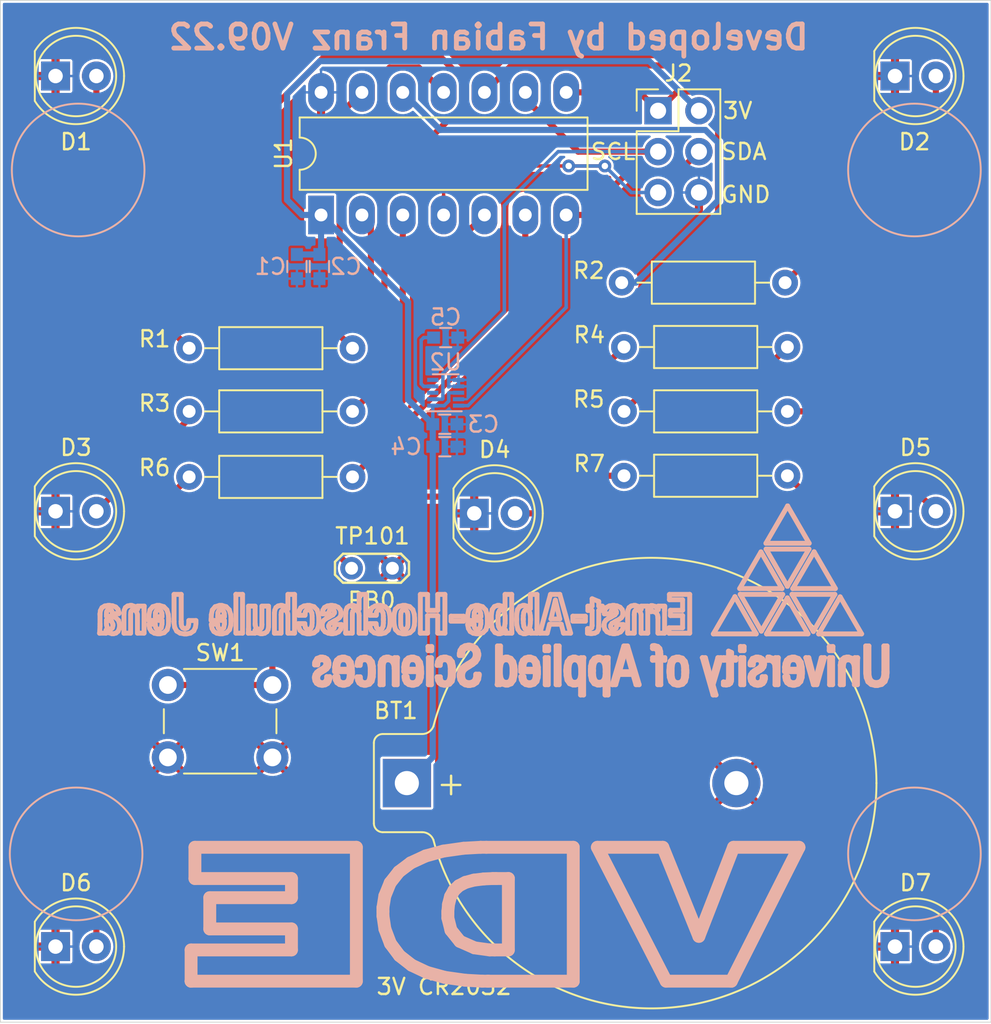
<source format=kicad_pcb>
(kicad_pcb (version 20211014) (generator pcbnew)
  (layers (0 "F.Cu" signal) (31 "B.Cu" signal) (34 "B.Paste" user) (35 "F.Paste" user) (36 "B.SilkS" user "B.Silkscreen") (37 "F.SilkS" user "F.Silkscreen") (38 "B.Mask" user) (39 "F.Mask" user) (44 "Edge.Cuts" user))
  (net 0 "")
  (net 1 "GND")
  (net 2 "+3V3")
  (net 3 "Net-(C5-Pad1)")
  (net 4 "Net-(D1-Pad2)")
  (net 5 "Net-(D2-Pad2)")
  (net 6 "Net-(D3-Pad2)")
  (net 7 "Net-(D4-Pad2)")
  (net 8 "Net-(D5-Pad2)")
  (net 9 "Net-(D6-Pad2)")
  (net 10 "Net-(D7-Pad2)")
  (net 11 "Net-(R1-Pad2)")
  (net 12 "Net-(R2-Pad2)")
  (net 13 "Net-(R3-Pad2)")
  (net 14 "Net-(R4-Pad2)")
  (net 15 "/MISO")
  (net 16 "Net-(R6-Pad2)")
  (net 17 "Net-(R7-Pad2)")
  (net 18 "/BUTTON")
  (net 19 "Net-(U1-Pad2)")
  (net 20 "/SCK")
  (net 21 "/MOSI")
  (net 24 "/RST")
  (footprint "LEDs:LED_D5.0mm" (layer "F.Cu") (at 53.594 65.659)
    (fp_text reference "D1")
    (fp_text value "LED")
  )
  (footprint "LEDs:LED_D5.0mm" (layer "F.Cu") (at 105.791 65.659)
    (fp_text reference "D2")
    (fp_text value "LED")
  )
  (footprint "LEDs:LED_D5.0mm" (layer "F.Cu") (at 105.791 92.71)
    (fp_text reference "D5")
    (fp_text value "LED")
  )
  (footprint "LEDs:LED_D5.0mm" (layer "F.Cu") (at 105.791 119.761)
    (fp_text reference "D7")
    (fp_text value "LED")
  )
  (footprint "Resistors_THT:R_Axial_DIN0207_L6.3mm_D2.5mm_P10.16mm_Horizontal" (layer "F.Cu") (at 61.9 82.572)
    (fp_text reference "R1")
    (fp_text value "100")
  )
  (footprint "Resistors_THT:R_Axial_DIN0207_L6.3mm_D2.5mm_P10.16mm_Horizontal" (layer "F.Cu") (at 98.958 78.5 180)
    (fp_text reference "R2")
    (fp_text value "100")
  )
  (footprint "Resistors_THT:R_Axial_DIN0207_L6.3mm_D2.5mm_P10.16mm_Horizontal" (layer "F.Cu") (at 61.9 86.5)
    (fp_text reference "R3")
    (fp_text value "100")
  )
  (footprint "Resistors_THT:R_Axial_DIN0207_L6.3mm_D2.5mm_P10.16mm_Horizontal" (layer "F.Cu") (at 99.1 86.5 180)
    (fp_text reference "R5")
    (fp_text value "100")
  )
  (footprint "Resistors_THT:R_Axial_DIN0207_L6.3mm_D2.5mm_P10.16mm_Horizontal" (layer "F.Cu") (at 61.9 90.572)
    (fp_text reference "R6")
    (fp_text value "100")
  )
  (footprint "Resistors_THT:R_Axial_DIN0207_L6.3mm_D2.5mm_P10.16mm_Horizontal" (layer "F.Cu") (at 99.1 90.5 180)
    (fp_text reference "R7")
    (fp_text value "100")
  )
  (footprint "Buttons_Switches_THT:SW_PUSH_6mm_h4.3mm" (layer "F.Cu") (at 60.579 103.505)
    (fp_text reference "SW1")
    (fp_text value "SW_Push")
  )
  (footprint "Pin_Headers:Pin_Header_Straight_2x03_Pitch2.54mm" (layer "F.Cu") (at 91.059 67.818)
    (fp_text reference "J2")
    (fp_text value "Conn_01x06_Male")
  )
  (footprint "Housings_DIP:DIP-14_W7.62mm_LongPads" (layer "F.Cu") (at 70.104 74.295 90)
    (fp_text reference "U1")
    (fp_text value "ATtiny24-20PU")
  )
  (footprint "LEDs:LED_D5.0mm" (layer "F.Cu") (at 53.594 119.761)
    (fp_text reference "D6")
    (fp_text value "LED")
  )
  (footprint "Battery:BatteryHolder_Keystone_106_1x20mm" (layer "F.Cu") (at 75.438 109.601)
    (fp_text reference "BT1")
    (fp_text value "Battery_Cell")
  )
  (footprint "Resistors_THT:R_Axial_DIN0207_L6.3mm_D2.5mm_P10.16mm_Horizontal" (layer "F.Cu") (at 99.1 82.5 180)
    (fp_text reference "R4")
    (fp_text value "100")
  )
  (footprint "LEDs:LED_D5.0mm" (layer "F.Cu") (at 79.629 92.837)
    (fp_text reference "D4")
    (fp_text value "LED")
  )
  (footprint "LEDs:LED_D5.0mm" (layer "F.Cu") (at 53.594 92.71)
    (fp_text reference "D3")
    (fp_text value "LED")
  )
  (footprint "TestPoint:TestPoint_2Pads_Pitch2.54mm_Drill0.8mm" (layer "F.Cu") (at 72 96.25)
    (fp_text reference "TP101")
    (fp_text value "TestPoint")
  )
  (footprint "Capacitors_SMD:C_0603" (layer "B.Cu") (at 68.603 77.5 -90)
    (fp_text reference "C1")
    (fp_text value "1uF")
  )
  (footprint "Capacitors_SMD:C_0603" (layer "B.Cu") (at 70 77.5 -90)
    (fp_text reference "C2")
    (fp_text value "0.1uF")
  )
  (footprint "Capacitors_SMD:C_0603" (layer "B.Cu") (at 77.8 87.3)
    (fp_text reference "C3")
    (fp_text value "1uF" hide)
  )
  (footprint "Capacitors_SMD:C_0603" (layer "B.Cu") (at 77.8 88.697)
    (fp_text reference "C4")
    (fp_text value "0.1uF" hide)
  )
  (footprint "Housings_DFN_QFN:DFN-10_2x2mm_Pitch0.4mm" (layer "B.Cu") (at 77.851 85.344)
    (fp_text reference "U2")
    (fp_text value "MMA8653FCR1" hide)
  )
  (footprint "Capacitors_SMD:C_0603" (layer "B.Cu") (at 77.851 81.915)
    (fp_text reference "C5")
    (fp_text value "0.1uF" hide)
  )
  (gr_line (start 99.112912 92.376936) (end 97.765256 94.697736) (layer "B.SilkS") (width 0.304799))
  (gr_line (start 100.456232 94.697736) (end 99.112912 92.376936) (layer "B.SilkS") (width 0.304799))
  (gr_line (start 99.112912 92.376936) (end 99.112912 92.376936) (layer "B.SilkS") (width 0.304799))
  (gr_line (start 87.76748 102.88824) (end 87.77132 102.71636) (layer "B.SilkS") (width 0.304799))
  (gr_line (start 87.77132 102.71636) (end 87.77132 102.659504) (layer "B.SilkS") (width 0.304799))
  (gr_line (start 87.77132 102.659504) (end 87.77132 102.602208) (layer "B.SilkS") (width 0.304799))
  (gr_line (start 87.77132 102.602208) (end 87.76612 102.431208) (layer "B.SilkS") (width 0.304799))
  (gr_line (start 87.76612 102.431208) (end 87.72532 102.195528) (layer "B.SilkS") (width 0.304799))
  (gr_line (start 87.72532 102.195528) (end 87.61292 102.010632) (layer "B.SilkS") (width 0.304799))
  (gr_line (start 87.61292 102.010632) (end 87.44756 101.936416) (layer "B.SilkS") (width 0.304799))
  (gr_line (start 87.44756 101.936416) (end 87.39204 101.936416) (layer "B.SilkS") (width 0.304799))
  (gr_line (start 87.39204 101.936416) (end 87.34164 101.936416) (layer "B.SilkS") (width 0.304799))
  (gr_line (start 87.34164 101.936416) (end 87.19012 102.005432) (layer "B.SilkS") (width 0.304799))
  (gr_line (start 87.19012 102.005432) (end 87.08604 102.176432) (layer "B.SilkS") (width 0.304799))
  (gr_line (start 87.08604 102.176432) (end 87.0478 102.395616) (layer "B.SilkS") (width 0.304799))
  (gr_line (start 87.0478 102.395616) (end 87.04212 102.555776) (layer "B.SilkS") (width 0.304799))
  (gr_line (start 87.04212 102.555776) (end 87.04212 102.609152) (layer "B.SilkS") (width 0.304799))
  (gr_line (start 87.04212 102.609152) (end 87.04212 102.609152) (layer "B.SilkS") (width 0.304799))
  (gr_line (start 85.32732 102.60612) (end 85.32732 102.534944) (layer "B.SilkS") (width 0.304799))
  (gr_line (start 85.32732 102.534944) (end 85.34124 102.321832) (layer "B.SilkS") (width 0.304799))
  (gr_line (start 85.34124 102.321832) (end 85.40724 102.051864) (layer "B.SilkS") (width 0.304799))
  (gr_line (start 85.40724 102.051864) (end 85.56212 101.849608) (layer "B.SilkS") (width 0.304799))
  (gr_line (start 85.56212 101.849608) (end 85.77316 101.770184) (layer "B.SilkS") (width 0.304799))
  (gr_line (start 85.77316 101.770184) (end 85.84332 101.770184) (layer "B.SilkS") (width 0.304799))
  (gr_line (start 85.84332 101.770184) (end 85.90412 101.770184) (layer "B.SilkS") (width 0.304799))
  (gr_line (start 85.90412 101.770184) (end 86.08516 101.831816) (layer "B.SilkS") (width 0.304799))
  (gr_line (start 86.08516 101.831816) (end 86.23316 101.973304) (layer "B.SilkS") (width 0.304799))
  (gr_line (start 86.23316 101.973304) (end 86.25612 102.01324) (layer "B.SilkS") (width 0.304799))
  (gr_line (start 86.25612 102.01324) (end 86.25956 101.80664) (layer "B.SilkS") (width 0.304799))
  (gr_line (start 86.25956 101.80664) (end 86.44276 101.80664) (layer "B.SilkS") (width 0.304799))
  (gr_line (start 86.44276 101.80664) (end 86.43892 101.83832) (layer "B.SilkS") (width 0.304799))
  (gr_line (start 86.43892 101.83832) (end 86.4298 102.106553) (layer "B.SilkS") (width 0.304799))
  (gr_line (start 86.4298 102.106553) (end 86.4298 102.1964) (layer "B.SilkS") (width 0.304799))
  (gr_line (start 86.4298 102.1964) (end 86.4298 104.124349) (layer "B.SilkS") (width 0.304799))
  (gr_line (start 86.4298 104.124349) (end 86.23964 104.124349) (layer "B.SilkS") (width 0.304799))
  (gr_line (start 86.23964 104.124349) (end 86.23964 103.31532) (layer "B.SilkS") (width 0.304799))
  (gr_line (start 86.23964 103.31532) (end 86.21404 103.35004) (layer "B.SilkS") (width 0.304799))
  (gr_line (start 86.21404 103.35004) (end 86.07164 103.463759) (layer "B.SilkS") (width 0.304799))
  (gr_line (start 86.07164 103.463759) (end 85.90804 103.508463) (layer "B.SilkS") (width 0.304799))
  (gr_line (start 85.90804 103.508463) (end 85.85332 103.508463) (layer "B.SilkS") (width 0.304799))
  (gr_line (start 85.85332 103.508463) (end 85.7782 103.508463) (layer "B.SilkS") (width 0.304799))
  (gr_line (start 85.7782 103.508463) (end 85.55212 103.421657) (layer "B.SilkS") (width 0.304799))
  (gr_line (start 85.55212 103.421657) (end 85.39588 103.20204) (layer "B.SilkS") (width 0.304799))
  (gr_line (start 85.39588 103.20204) (end 85.33692 102.909944) (layer "B.SilkS") (width 0.304799))
  (gr_line (start 85.33692 102.909944) (end 85.32732 102.682072) (layer "B.SilkS") (width 0.304799))
  (gr_line (start 85.32732 102.682072) (end 85.32732 102.60612) (layer "B.SilkS") (width 0.304799))
  (gr_line (start 85.32732 102.60612) (end 85.32732 102.60612) (layer "B.SilkS") (width 0.304799))
  (gr_line (start 85.52044 102.609152) (end 85.52044 102.664704) (layer "B.SilkS") (width 0.304799))
  (gr_line (start 85.52044 102.664704) (end 85.52268 102.832248) (layer "B.SilkS") (width 0.304799))
  (gr_line (start 85.52268 102.832248) (end 85.55524 103.073136) (layer "B.SilkS") (width 0.304799))
  (gr_line (start 85.55524 103.073136) (end 85.65676 103.266272) (layer "B.SilkS") (width 0.304799))
  (gr_line (start 85.65676 103.266272) (end 85.81436 103.345272) (layer "B.SilkS") (width 0.304799))
  (gr_line (start 85.81436 103.345272) (end 85.86676 103.345272) (layer "B.SilkS") (width 0.304799))
  (gr_line (start 85.86676 103.345272) (end 85.92364 103.345272) (layer "B.SilkS") (width 0.304799))
  (gr_line (start 85.92364 103.345272) (end 86.0938 103.278432) (layer "B.SilkS") (width 0.304799))
  (gr_line (start 86.0938 103.278432) (end 86.20716 103.110456) (layer "B.SilkS") (width 0.304799))
  (gr_line (start 86.20716 103.110456) (end 86.24564 102.88824) (layer "B.SilkS") (width 0.304799))
  (gr_line (start 86.24564 102.88824) (end 86.24972 102.71636) (layer "B.SilkS") (width 0.304799))
  (gr_line (start 86.24972 102.71636) (end 86.24972 102.659504) (layer "B.SilkS") (width 0.304799))
  (gr_line (start 86.24972 102.659504) (end 86.24972 102.602208) (layer "B.SilkS") (width 0.304799))
  (gr_line (start 86.24972 102.602208) (end 86.24444 102.431208) (layer "B.SilkS") (width 0.304799))
  (gr_line (start 86.24444 102.431208) (end 86.20372 102.195528) (layer "B.SilkS") (width 0.304799))
  (gr_line (start 86.20372 102.195528) (end 86.09124 102.010632) (layer "B.SilkS") (width 0.304799))
  (gr_line (start 86.09124 102.010632) (end 85.92588 101.936416) (layer "B.SilkS") (width 0.304799))
  (gr_line (start 85.92588 101.936416) (end 85.87036 101.936416) (layer "B.SilkS") (width 0.304799))
  (gr_line (start 85.87036 101.936416) (end 85.81988 101.936416) (layer "B.SilkS") (width 0.304799))
  (gr_line (start 85.81988 101.936416) (end 85.66844 102.005432) (layer "B.SilkS") (width 0.304799))
  (gr_line (start 85.66844 102.005432) (end 85.56436 102.176432) (layer "B.SilkS") (width 0.304799))
  (gr_line (start 85.56436 102.176432) (end 85.52612 102.395616) (layer "B.SilkS") (width 0.304799))
  (gr_line (start 85.52612 102.395616) (end 85.52044 102.555776) (layer "B.SilkS") (width 0.304799))
  (gr_line (start 85.52044 102.555776) (end 85.52044 102.609152) (layer "B.SilkS") (width 0.304799))
  (gr_line (start 85.52044 102.609152) (end 85.52044 102.609152) (layer "B.SilkS") (width 0.304799))
  (gr_line (start 84.71788 101.077472) (end 84.90804 101.077472) (layer "B.SilkS") (width 0.304799))
  (gr_line (start 84.90804 101.077472) (end 84.90804 103.485025) (layer "B.SilkS") (width 0.304799))
  (gr_line (start 84.90804 103.485025) (end 84.71788 103.485025) (layer "B.SilkS") (width 0.304799))
  (gr_line (start 84.71788 103.485025) (end 84.71788 101.077472) (layer "B.SilkS") (width 0.304799))
  (gr_line (start 84.71788 101.077472) (end 84.71788 101.077472) (layer "B.SilkS") (width 0.304799))
  (gr_line (start 84.0222 101.11436) (end 84.2518 101.11436) (layer "B.SilkS") (width 0.304799))
  (gr_line (start 84.2518 101.11436) (end 84.2518 101.366976) (layer "B.SilkS") (width 0.304799))
  (gr_line (start 84.2518 101.366976) (end 84.0222 101.366976) (layer "B.SilkS") (width 0.304799))
  (gr_line (start 84.0222 101.366976) (end 84.0222 101.11436) (layer "B.SilkS") (width 0.304799))
  (gr_line (start 84.0222 101.11436) (end 84.0222 101.11436) (layer "B.SilkS") (width 0.304799))
  (gr_line (start 84.04212 101.80664) (end 84.2318 101.80664) (layer "B.SilkS") (width 0.304799))
  (gr_line (start 84.2318 101.80664) (end 84.2318 103.485025) (layer "B.SilkS") (width 0.304799))
  (gr_line (start 84.2318 103.485025) (end 84.04212 103.485025) (layer "B.SilkS") (width 0.304799))
  (gr_line (start 84.04212 103.485025) (end 84.04212 101.80664) (layer "B.SilkS") (width 0.304799))
  (gr_line (start 84.04212 101.80664) (end 84.04212 101.80664) (layer "B.SilkS") (width 0.304799))
  (gr_line (start 82.517 102.676) (end 82.517 102.608288) (layer "B.SilkS") (width 0.304799))
  (gr_line (start 82.517 102.608288) (end 82.51612 102.42816) (layer "B.SilkS") (width 0.304799))
  (gr_line (start 82.51612 102.42816) (end 82.517 102.406032) (layer "B.SilkS") (width 0.304799))
  (gr_line (start 82.517 102.406032) (end 82.51956 102.345264) (layer "B.SilkS") (width 0.304799))
  (gr_line (start 82.51956 102.345264) (end 82.54572 102.163408) (layer "B.SilkS") (width 0.304799))
  (gr_line (start 82.54572 102.163408) (end 82.62724 101.96072) (layer "B.SilkS") (width 0.304799))
  (gr_line (start 82.62724 101.96072) (end 82.787 101.8214) (layer "B.SilkS") (width 0.304799))
  (gr_line (start 82.787 101.8214) (end 82.98404 101.770184) (layer "B.SilkS") (width 0.304799))
  (gr_line (start 82.98404 101.770184) (end 83.04956 101.770184) (layer "B.SilkS") (width 0.304799))
  (gr_line (start 83.04956 101.770184) (end 83.13204 101.770184) (layer "B.SilkS") (width 0.304799))
  (gr_line (start 83.13204 101.770184) (end 83.37948 101.85872) (layer "B.SilkS") (width 0.304799))
  (gr_line (start 83.37948 101.85872) (end 83.54956 102.087449) (layer "B.SilkS") (width 0.304799))
  (gr_line (start 83.54956 102.087449) (end 83.61332 102.39952) (layer "B.SilkS") (width 0.304799))
  (gr_line (start 83.61332 102.39952) (end 83.62244 102.654296) (layer "B.SilkS") (width 0.304799))
  (gr_line (start 83.62244 102.654296) (end 83.62244 102.73936) (layer "B.SilkS") (width 0.304799))
  (gr_line (start 83.62244 102.73936) (end 83.62244 102.814448) (layer "B.SilkS") (width 0.304799))
  (gr_line (start 83.62244 102.814448) (end 83.60332 103.040584) (layer "B.SilkS") (width 0.304799))
  (gr_line (start 83.60332 103.040584) (end 83.52476 103.288408) (layer "B.SilkS") (width 0.304799))
  (gr_line (start 83.52476 103.288408) (end 83.35724 103.45638) (layer "B.SilkS") (width 0.304799))
  (gr_line (start 83.35724 103.45638) (end 83.14156 103.518445) (layer "B.SilkS") (width 0.304799))
  (gr_line (start 83.14156 103.518445) (end 83.06948 103.518445) (layer "B.SilkS") (width 0.304799))
  (gr_line (start 83.06948 103.518445) (end 83.00572 103.518445) (layer "B.SilkS") (width 0.304799))
  (gr_line (start 83.00572 103.518445) (end 82.81436 103.475911) (layer "B.SilkS") (width 0.304799))
  (gr_line (start 82.81436 103.475911) (end 82.6498 103.360025) (layer "B.SilkS") (width 0.304799))
  (gr_line (start 82.6498 103.360025) (end 82.56004 103.186416) (layer "B.SilkS") (width 0.304799))
  (gr_line (start 82.56004 103.186416) (end 82.52956 103.025816) (layer "B.SilkS") (width 0.304799))
  (gr_line (start 82.52956 103.025816) (end 82.527 102.97244) (layer "B.SilkS") (width 0.304799))
  (gr_line (start 82.527 102.97244) (end 82.71668 102.97244) (layer "B.SilkS") (width 0.304799))
  (gr_line (start 82.71668 102.97244) (end 82.71836 103.010632) (layer "B.SilkS") (width 0.304799))
  (gr_line (start 82.71836 103.010632) (end 82.73612 103.124784) (layer "B.SilkS") (width 0.304799))
  (gr_line (start 82.73612 103.124784) (end 82.78956 103.249784) (layer "B.SilkS") (width 0.304799))
  (gr_line (start 82.78956 103.249784) (end 82.89548 103.333984) (layer "B.SilkS") (width 0.304799))
  (gr_line (start 82.89548 103.333984) (end 83.02612 103.365234) (layer "B.SilkS") (width 0.304799))
  (gr_line (start 83.02612 103.365234) (end 83.06948 103.365234) (layer "B.SilkS") (width 0.304799))
  (gr_line (start 83.06948 103.365234) (end 83.12036 103.365234) (layer "B.SilkS") (width 0.304799))
  (gr_line (start 83.12036 103.365234) (end 83.2718 103.310984) (layer "B.SilkS") (width 0.304799))
  (gr_line (start 83.2718 103.310984) (end 83.37812 103.170792) (layer "B.SilkS") (width 0.304799))
  (gr_line (start 83.37812 103.170792) (end 83.41932 102.979816) (layer "B.SilkS") (width 0.304799))
  (gr_line (start 83.41932 102.979816) (end 83.4262 102.823992) (layer "B.SilkS") (width 0.304799))
  (gr_line (start 83.4262 102.823992) (end 83.4262 102.772352) (layer "B.SilkS") (width 0.304799))
  (gr_line (start 83.4262 102.772352) (end 83.4262 102.676) (layer "B.SilkS") (width 0.304799))
  (gr_line (start 83.4262 102.676) (end 82.517 102.676) (layer "B.SilkS") (width 0.304799))
  (gr_line (start 82.517 102.676) (end 82.517 102.676) (layer "B.SilkS") (width 0.304799))
  (gr_line (start 82.71356 102.522784) (end 83.42236 102.522784) (layer "B.SilkS") (width 0.304799))
  (gr_line (start 83.42236 102.522784) (end 83.42236 102.467664) (layer "B.SilkS") (width 0.304799))
  (gr_line (start 83.42236 102.467664) (end 83.4146 102.32096) (layer "B.SilkS") (width 0.304799))
  (gr_line (start 83.4146 102.32096) (end 83.41276 102.302728) (layer "B.SilkS") (width 0.304799))
  (gr_line (start 83.41276 102.302728) (end 83.40892 102.264976) (layer "B.SilkS") (width 0.304799))
  (gr_line (start 83.40892 102.264976) (end 83.38116 102.153432) (layer "B.SilkS") (width 0.304799))
  (gr_line (start 83.38116 102.153432) (end 83.31476 102.03276) (layer "B.SilkS") (width 0.304799))
  (gr_line (start 83.31476 102.03276) (end 83.2058 101.952472) (layer "B.SilkS") (width 0.304799))
  (gr_line (start 83.2058 101.952472) (end 83.08644 101.923392) (layer "B.SilkS") (width 0.304799))
  (gr_line (start 83.08644 101.923392) (end 83.04644 101.923392) (layer "B.SilkS") (width 0.304799))
  (gr_line (start 83.04644 101.923392) (end 83.00956 101.923392) (layer "B.SilkS") (width 0.304799))
  (gr_line (start 83.00956 101.923392) (end 82.89772 101.955944) (layer "B.SilkS") (width 0.304799))
  (gr_line (start 82.89772 101.955944) (end 82.79956 102.043616) (layer "B.SilkS") (width 0.304799))
  (gr_line (start 82.79956 102.043616) (end 82.7422 102.169048) (layer "B.SilkS") (width 0.304799))
  (gr_line (start 82.7422 102.169048) (end 82.71964 102.278864) (layer "B.SilkS") (width 0.304799))
  (gr_line (start 82.71964 102.278864) (end 82.71668 102.316184) (layer "B.SilkS") (width 0.304799))
  (gr_line (start 82.71668 102.316184) (end 82.71532 102.332688) (layer "B.SilkS") (width 0.304799))
  (gr_line (start 82.71532 102.332688) (end 82.71356 102.47504) (layer "B.SilkS") (width 0.304799))
  (gr_line (start 82.71356 102.47504) (end 82.71356 102.522784) (layer "B.SilkS") (width 0.304799))
  (gr_line (start 82.71356 102.522784) (end 82.71356 102.522784) (layer "B.SilkS") (width 0.304799))
  (gr_line (start 81.05868 103.485025) (end 81.06036 103.458116) (layer "B.SilkS") (width 0.304799))
  (gr_line (start 81.06036 103.458116) (end 81.07164 103.235896) (layer "B.SilkS") (width 0.304799))
  (gr_line (start 81.07164 103.235896) (end 81.07164 103.162112) (layer "B.SilkS") (width 0.304799))
  (gr_line (start 81.07164 103.162112) (end 81.07164 101.077472) (layer "B.SilkS") (width 0.304799))
  (gr_line (start 81.07164 101.077472) (end 81.26132 101.077472) (layer "B.SilkS") (width 0.304799))
  (gr_line (start 81.26132 101.077472) (end 81.26132 101.966792) (layer "B.SilkS") (width 0.304799))
  (gr_line (start 81.26132 101.966792) (end 81.28004 101.935984) (layer "B.SilkS") (width 0.304799))
  (gr_line (start 81.28004 101.935984) (end 81.3998 101.822264) (layer "B.SilkS") (width 0.304799))
  (gr_line (start 81.3998 101.822264) (end 81.5782 101.770184) (layer "B.SilkS") (width 0.304799))
  (gr_line (start 81.5782 101.770184) (end 81.63764 101.770184) (layer "B.SilkS") (width 0.304799))
  (gr_line (start 81.63764 101.770184) (end 81.70716 101.770184) (layer "B.SilkS") (width 0.304799))
  (gr_line (start 81.70716 101.770184) (end 81.91548 101.848744) (layer "B.SilkS") (width 0.304799))
  (gr_line (start 81.91548 101.848744) (end 82.07868 102.049264) (layer "B.SilkS") (width 0.304799))
  (gr_line (start 82.07868 102.049264) (end 82.155 102.319232) (layer "B.SilkS") (width 0.304799))
  (gr_line (start 82.155 102.319232) (end 82.17412 102.534072) (layer "B.SilkS") (width 0.304799))
  (gr_line (start 82.17412 102.534072) (end 82.17412 102.60612) (layer "B.SilkS") (width 0.304799))
  (gr_line (start 82.17412 102.60612) (end 82.17412 102.682944) (layer "B.SilkS") (width 0.304799))
  (gr_line (start 82.17412 102.682944) (end 82.16156 102.914272) (layer "B.SilkS") (width 0.304799))
  (gr_line (start 82.16156 102.914272) (end 82.09604 103.207248) (layer "B.SilkS") (width 0.304799))
  (gr_line (start 82.09604 103.207248) (end 81.93532 103.425564) (layer "B.SilkS") (width 0.304799))
  (gr_line (start 81.93532 103.425564) (end 81.71236 103.511501) (layer "B.SilkS") (width 0.304799))
  (gr_line (start 81.71236 103.511501) (end 81.63764 103.511501) (layer "B.SilkS") (width 0.304799))
  (gr_line (start 81.63764 103.511501) (end 81.58036 103.511501) (layer "B.SilkS") (width 0.304799))
  (gr_line (start 81.58036 103.511501) (end 81.40756 103.456814) (layer "B.SilkS") (width 0.304799))
  (gr_line (start 81.40756 103.456814) (end 81.27004 103.324432) (layer "B.SilkS") (width 0.304799))
  (gr_line (start 81.27004 103.324432) (end 81.24492 103.285376) (layer "B.SilkS") (width 0.304799))
  (gr_line (start 81.24492 103.285376) (end 81.24132 103.485025) (layer "B.SilkS") (width 0.304799))
  (gr_line (start 81.24132 103.485025) (end 81.05868 103.485025) (layer "B.SilkS") (width 0.304799))
  (gr_line (start 81.05868 103.485025) (end 81.05868 103.485025) (layer "B.SilkS") (width 0.304799))
  (gr_line (start 81.2518 102.659504) (end 81.2518 102.720704) (layer "B.SilkS") (width 0.304799))
  (gr_line (start 81.2518 102.720704) (end 81.25924 102.905592) (layer "B.SilkS") (width 0.304799))
  (gr_line (start 81.25924 102.905592) (end 81.30348 103.126952) (layer "B.SilkS") (width 0.304799))
  (gr_line (start 81.30348 103.126952) (end 81.41756 103.286672) (layer "B.SilkS") (width 0.304799))
  (gr_line (start 81.41756 103.286672) (end 81.58036 103.348304) (layer "B.SilkS") (width 0.304799))
  (gr_line (start 81.58036 103.348304) (end 81.6346 103.348304) (layer "B.SilkS") (width 0.304799))
  (gr_line (start 81.6346 103.348304) (end 81.6798 103.348304) (layer "B.SilkS") (width 0.304799))
  (gr_line (start 81.6798 103.348304) (end 81.81388 103.293616) (layer "B.SilkS") (width 0.304799))
  (gr_line (start 81.81388 103.293616) (end 81.91932 103.140841) (layer "B.SilkS") (width 0.304799))
  (gr_line (start 81.91932 103.140841) (end 81.96876 102.907328) (layer "B.SilkS") (width 0.304799))
  (gr_line (start 81.96876 102.907328) (end 81.981 102.683376) (layer "B.SilkS") (width 0.304799))
  (gr_line (start 81.981 102.683376) (end 81.981 102.609152) (layer "B.SilkS") (width 0.304799))
  (gr_line (start 81.981 102.609152) (end 81.981 102.554472) (layer "B.SilkS") (width 0.304799))
  (gr_line (start 81.981 102.554472) (end 81.97316 102.390408) (layer "B.SilkS") (width 0.304799))
  (gr_line (start 81.97316 102.390408) (end 81.92932 102.169488) (layer "B.SilkS") (width 0.304799))
  (gr_line (start 81.92932 102.169488) (end 81.82076 101.998488) (layer "B.SilkS") (width 0.304799))
  (gr_line (start 81.82076 101.998488) (end 81.66844 101.929904) (layer "B.SilkS") (width 0.304799))
  (gr_line (start 81.66844 101.929904) (end 81.61772 101.929904) (layer "B.SilkS") (width 0.304799))
  (gr_line (start 81.61772 101.929904) (end 81.5678 101.929904) (layer "B.SilkS") (width 0.304799))
  (gr_line (start 81.5678 101.929904) (end 81.41756 101.98676) (layer "B.SilkS") (width 0.304799))
  (gr_line (start 81.41756 101.98676) (end 81.3078 102.142144) (layer "B.SilkS") (width 0.304799))
  (gr_line (start 81.3078 102.142144) (end 81.26132 102.37392) (layer "B.SilkS") (width 0.304799))
  (gr_line (start 81.26132 102.37392) (end 81.2518 102.587888) (layer "B.SilkS") (width 0.304799))
  (gr_line (start 81.2518 102.587888) (end 81.2518 102.659504) (layer "B.SilkS") (width 0.304799))
  (gr_line (start 81.2518 102.659504) (end 81.2518 102.659504) (layer "B.SilkS") (width 0.304799))
  (gr_line (start 78.6906 102.912104) (end 78.6906 102.84396) (layer "B.SilkS") (width 0.304799))
  (gr_line (start 78.6906 102.84396) (end 78.73148 102.640408) (layer "B.SilkS") (width 0.304799))
  (gr_line (start 78.73148 102.640408) (end 78.84164 102.455504) (layer "B.SilkS") (width 0.304799))
  (gr_line (start 78.84164 102.455504) (end 79.00316 102.319664) (layer "B.SilkS") (width 0.304799))
  (gr_line (start 79.00316 102.319664) (end 79.14892 102.226776) (layer "B.SilkS") (width 0.304799))
  (gr_line (start 79.14892 102.226776) (end 79.19716 102.1964) (layer "B.SilkS") (width 0.304799))
  (gr_line (start 79.19716 102.1964) (end 79.24316 102.16732) (layer "B.SilkS") (width 0.304799))
  (gr_line (start 79.24316 102.16732) (end 79.38292 102.084848) (layer "B.SilkS") (width 0.304799))
  (gr_line (start 79.38292 102.084848) (end 79.54164 101.97244) (layer "B.SilkS") (width 0.304799))
  (gr_line (start 79.54164 101.97244) (end 79.65204 101.824872) (layer "B.SilkS") (width 0.304799))
  (gr_line (start 79.65204 101.824872) (end 79.69324 101.66124) (layer "B.SilkS") (width 0.304799))
  (gr_line (start 79.69324 101.66124) (end 79.69324 101.606984) (layer "B.SilkS") (width 0.304799))
  (gr_line (start 79.69324 101.606984) (end 79.69324 101.564448) (layer "B.SilkS") (width 0.304799))
  (gr_line (start 79.69324 101.564448) (end 79.66668 101.438152) (layer "B.SilkS") (width 0.304799))
  (gr_line (start 79.66668 101.438152) (end 79.58948 101.311416) (layer "B.SilkS") (width 0.304799))
  (gr_line (start 79.58948 101.311416) (end 79.4658 101.231552) (layer "B.SilkS") (width 0.304799))
  (gr_line (start 79.4658 101.231552) (end 79.34212 101.203776) (layer "B.SilkS") (width 0.304799))
  (gr_line (start 79.34212 101.203776) (end 79.30044 101.203776) (layer "B.SilkS") (width 0.304799))
  (gr_line (start 79.30044 101.203776) (end 79.25268 101.203776) (layer "B.SilkS") (width 0.304799))
  (gr_line (start 79.25268 101.203776) (end 79.109 101.232848) (layer "B.SilkS") (width 0.304799))
  (gr_line (start 79.109 101.232848) (end 78.98964 101.316616) (layer "B.SilkS") (width 0.304799))
  (gr_line (start 78.98964 101.316616) (end 78.92804 101.446832) (layer "B.SilkS") (width 0.304799))
  (gr_line (start 78.92804 101.446832) (end 78.91068 101.574432) (layer "B.SilkS") (width 0.304799))
  (gr_line (start 78.91068 101.574432) (end 78.91068 101.616976) (layer "B.SilkS") (width 0.304799))
  (gr_line (start 78.91068 101.616976) (end 78.91068 101.670352) (layer "B.SilkS") (width 0.304799))
  (gr_line (start 78.91068 101.670352) (end 78.70404 101.670352) (layer "B.SilkS") (width 0.304799))
  (gr_line (start 78.70404 101.670352) (end 78.70404 101.597008) (layer "B.SilkS") (width 0.304799))
  (gr_line (start 78.70404 101.597008) (end 78.70404 101.534072) (layer "B.SilkS") (width 0.304799))
  (gr_line (start 78.70404 101.534072) (end 78.74404 101.345264) (layer "B.SilkS") (width 0.304799))
  (gr_line (start 78.74404 101.345264) (end 78.859 101.169048) (layer "B.SilkS") (width 0.304799))
  (gr_line (start 78.859 101.169048) (end 79.04436 101.064888) (layer "B.SilkS") (width 0.304799))
  (gr_line (start 79.04436 101.064888) (end 79.2318 101.031032) (layer "B.SilkS") (width 0.304799))
  (gr_line (start 79.2318 101.031032) (end 79.29388 101.031032) (layer "B.SilkS") (width 0.304799))
  (gr_line (start 79.29388 101.031032) (end 79.35556 101.031032) (layer "B.SilkS") (width 0.304799))
  (gr_line (start 79.35556 101.031032) (end 79.54004 101.070528) (layer "B.SilkS") (width 0.304799))
  (gr_line (start 79.54004 101.070528) (end 79.73356 101.184672) (layer "B.SilkS") (width 0.304799))
  (gr_line (start 79.73356 101.184672) (end 79.86076 101.36784) (layer "B.SilkS") (width 0.304799))
  (gr_line (start 79.86076 101.36784) (end 79.90636 101.551864) (layer "B.SilkS") (width 0.304799))
  (gr_line (start 79.90636 101.551864) (end 79.90636 101.613496) (layer "B.SilkS") (width 0.304799))
  (gr_line (start 79.90636 101.613496) (end 79.90636 101.679904) (layer "B.SilkS") (width 0.304799))
  (gr_line (start 79.90636 101.679904) (end 79.85948 101.880432) (layer "B.SilkS") (width 0.304799))
  (gr_line (start 79.85948 101.880432) (end 79.731 102.074872) (layer "B.SilkS") (width 0.304799))
  (gr_line (start 79.731 102.074872) (end 79.53868 102.228952) (layer "B.SilkS") (width 0.304799))
  (gr_line (start 79.53868 102.228952) (end 79.36036 102.340064) (layer "B.SilkS") (width 0.304799))
  (gr_line (start 79.36036 102.340064) (end 79.30044 102.37652) (layer "B.SilkS") (width 0.304799))
  (gr_line (start 79.30044 102.37652) (end 79.26268 102.399088) (layer "B.SilkS") (width 0.304799))
  (gr_line (start 79.26268 102.399088) (end 79.1502 102.468528) (layer "B.SilkS") (width 0.304799))
  (gr_line (start 79.1502 102.468528) (end 79.02348 102.572696) (layer "B.SilkS") (width 0.304799))
  (gr_line (start 79.02348 102.572696) (end 78.93668 102.715496) (layer "B.SilkS") (width 0.304799))
  (gr_line (start 78.93668 102.715496) (end 78.90412 102.87044) (layer "B.SilkS") (width 0.304799))
  (gr_line (start 78.90412 102.87044) (end 78.90412 102.922096) (layer "B.SilkS") (width 0.304799))
  (gr_line (start 78.90412 102.922096) (end 78.90412 102.967232) (layer "B.SilkS") (width 0.304799))
  (gr_line (start 78.90412 102.967232) (end 78.92548 103.102648) (layer "B.SilkS") (width 0.304799))
  (gr_line (start 78.92548 103.102648) (end 78.99444 103.2398) (layer "B.SilkS") (width 0.304799))
  (gr_line (start 78.99444 103.2398) (end 79.11812 103.327472) (layer "B.SilkS") (width 0.304799))
  (gr_line (start 79.11812 103.327472) (end 79.25748 103.35829) (layer "B.SilkS") (width 0.304799))
  (gr_line (start 79.25748 103.35829) (end 79.30388 103.35829) (layer "B.SilkS") (width 0.304799))
  (gr_line (start 79.30388 103.35829) (end 79.35604 103.35829) (layer "B.SilkS") (width 0.304799))
  (gr_line (start 79.35604 103.35829) (end 79.5118 103.3214) (layer "B.SilkS") (width 0.304799))
  (gr_line (start 79.5118 103.3214) (end 79.64116 103.218528) (layer "B.SilkS") (width 0.304799))
  (gr_line (start 79.64116 103.218528) (end 79.70756 103.060544) (layer "B.SilkS") (width 0.304799))
  (gr_line (start 79.70756 103.060544) (end 79.7262 102.909072) (layer "B.SilkS") (width 0.304799))
  (gr_line (start 79.7262 102.909072) (end 79.7262 102.85872) (layer "B.SilkS") (width 0.304799))
  (gr_line (start 79.7262 102.85872) (end 79.7262 102.832248) (layer "B.SilkS") (width 0.304799))
  (gr_line (start 79.7262 102.832248) (end 79.9362 102.832248) (layer "B.SilkS") (width 0.304799))
  (gr_line (start 79.9362 102.832248) (end 79.9362 102.85872) (layer "B.SilkS") (width 0.304799))
  (gr_line (start 79.9362 102.85872) (end 79.9362 102.930776) (layer "B.SilkS") (width 0.304799))
  (gr_line (start 79.9362 102.930776) (end 79.9002 103.147784) (layer "B.SilkS") (width 0.304799))
  (gr_line (start 79.9002 103.147784) (end 79.787 103.358723) (layer "B.SilkS") (width 0.304799))
  (gr_line (start 79.787 103.358723) (end 79.58948 103.48763) (layer "B.SilkS") (width 0.304799))
  (gr_line (start 79.58948 103.48763) (end 79.37292 103.531466) (layer "B.SilkS") (width 0.304799))
  (gr_line (start 79.37292 103.531466) (end 79.30044 103.531466) (layer "B.SilkS") (width 0.304799))
  (gr_line (start 79.30044 103.531466) (end 79.23748 103.531466) (layer "B.SilkS") (width 0.304799))
  (gr_line (start 79.23748 103.531466) (end 79.0478 103.4898) (layer "B.SilkS") (width 0.304799))
  (gr_line (start 79.0478 103.4898) (end 78.85556 103.36914) (layer "B.SilkS") (width 0.304799))
  (gr_line (start 78.85556 103.36914) (end 78.73356 103.174696) (layer "B.SilkS") (width 0.304799))
  (gr_line (start 78.73356 103.174696) (end 78.6906 102.977648) (layer "B.SilkS") (width 0.304799))
  (gr_line (start 78.6906 102.977648) (end 78.6906 102.912104) (layer "B.SilkS") (width 0.304799))
  (gr_line (start 78.6906 102.912104) (end 78.6906 102.912104) (layer "B.SilkS") (width 0.304799))
  (gr_line (start 77.3226 102.28276) (end 77.32388 102.228088) (layer "B.SilkS") (width 0.304799))
  (gr_line (start 77.32388 102.228088) (end 77.34692 102.064888) (layer "B.SilkS") (width 0.304799))
  (gr_line (start 77.34692 102.064888) (end 77.42148 101.903864) (layer "B.SilkS") (width 0.304799))
  (gr_line (start 77.42148 101.903864) (end 77.56388 101.80404) (layer "B.SilkS") (width 0.304799))
  (gr_line (start 77.56388 101.80404) (end 77.73532 101.770184) (layer "B.SilkS") (width 0.304799))
  (gr_line (start 77.73532 101.770184) (end 77.79212 101.770184) (layer "B.SilkS") (width 0.304799))
  (gr_line (start 77.79212 101.770184) (end 77.87036 101.770184) (layer "B.SilkS") (width 0.304799))
  (gr_line (start 77.87036 101.770184) (end 78.1042 101.849176) (layer "B.SilkS") (width 0.304799))
  (gr_line (start 78.1042 101.849176) (end 78.26788 102.054472) (layer "B.SilkS") (width 0.304799))
  (gr_line (start 78.26788 102.054472) (end 78.33076 102.337448) (layer "B.SilkS") (width 0.304799))
  (gr_line (start 78.33076 102.337448) (end 78.34124 102.57096) (layer "B.SilkS") (width 0.304799))
  (gr_line (start 78.34124 102.57096) (end 78.34124 102.649088) (layer "B.SilkS") (width 0.304799))
  (gr_line (start 78.34124 102.649088) (end 78.34124 102.73676) (layer "B.SilkS") (width 0.304799))
  (gr_line (start 78.34124 102.73676) (end 78.32732 102.999784) (layer "B.SilkS") (width 0.304799))
  (gr_line (start 78.32732 102.999784) (end 78.25876 103.27452) (layer "B.SilkS") (width 0.304799))
  (gr_line (start 78.25876 103.27452) (end 78.09556 103.45421) (layer "B.SilkS") (width 0.304799))
  (gr_line (start 78.09556 103.45421) (end 77.87292 103.518445) (layer "B.SilkS") (width 0.304799))
  (gr_line (start 77.87292 103.518445) (end 77.79868 103.518445) (layer "B.SilkS") (width 0.304799))
  (gr_line (start 77.79868 103.518445) (end 77.74444 103.518445) (layer "B.SilkS") (width 0.304799))
  (gr_line (start 77.74444 103.518445) (end 77.58164 103.48112) (layer "B.SilkS") (width 0.304799))
  (gr_line (start 77.58164 103.48112) (end 77.435 103.375216) (layer "B.SilkS") (width 0.304799))
  (gr_line (start 77.435 103.375216) (end 77.35204 103.210288) (layer "B.SilkS") (width 0.304799))
  (gr_line (start 77.35204 103.210288) (end 77.32556 103.048824) (layer "B.SilkS") (width 0.304799))
  (gr_line (start 77.32556 103.048824) (end 77.32556 102.99544) (layer "B.SilkS") (width 0.304799))
  (gr_line (start 77.32556 102.99544) (end 77.51524 102.99544) (layer "B.SilkS") (width 0.304799))
  (gr_line (start 77.51524 102.99544) (end 77.5166 103.031896) (layer "B.SilkS") (width 0.304799))
  (gr_line (start 77.5166 103.031896) (end 77.53004 103.141273) (layer "B.SilkS") (width 0.304799))
  (gr_line (start 77.53004 103.141273) (end 77.57348 103.258896) (layer "B.SilkS") (width 0.304799))
  (gr_line (start 77.57348 103.258896) (end 77.66116 103.336584) (layer "B.SilkS") (width 0.304799))
  (gr_line (start 77.66116 103.336584) (end 77.7718 103.365234) (layer "B.SilkS") (width 0.304799))
  (gr_line (start 77.7718 103.365234) (end 77.80868 103.365234) (layer "B.SilkS") (width 0.304799))
  (gr_line (start 77.80868 103.365234) (end 77.84724 103.365234) (layer "B.SilkS") (width 0.304799))
  (gr_line (start 77.84724 103.365234) (end 77.96188 103.334848) (layer "B.SilkS") (width 0.304799))
  (gr_line (start 77.96188 103.334848) (end 78.06516 103.224608) (layer "B.SilkS") (width 0.304799))
  (gr_line (start 78.06516 103.224608) (end 78.12332 103.006728) (layer "B.SilkS") (width 0.304799))
  (gr_line (start 78.12332 103.006728) (end 78.14156 102.741096) (layer "B.SilkS") (width 0.304799))
  (gr_line (start 78.14156 102.741096) (end 78.14156 102.65256) (layer "B.SilkS") (width 0.304799))
  (gr_line (start 78.14156 102.65256) (end 78.14156 102.587448) (layer "B.SilkS") (width 0.304799))
  (gr_line (start 78.14156 102.587448) (end 78.135 102.392144) (layer "B.SilkS") (width 0.304799))
  (gr_line (start 78.135 102.392144) (end 78.09516 102.15776) (layer "B.SilkS") (width 0.304799))
  (gr_line (start 78.09516 102.15776) (end 77.99268 101.988496) (layer "B.SilkS") (width 0.304799))
  (gr_line (start 77.99268 101.988496) (end 77.84724 101.923392) (layer "B.SilkS") (width 0.304799))
  (gr_line (start 77.84724 101.923392) (end 77.79868 101.923392) (layer "B.SilkS") (width 0.304799))
  (gr_line (start 77.79868 101.923392) (end 77.76316 101.923392) (layer "B.SilkS") (width 0.304799))
  (gr_line (start 77.76316 101.923392) (end 77.65548 101.950304) (layer "B.SilkS") (width 0.304799))
  (gr_line (start 77.65548 101.950304) (end 77.5682 102.025384) (layer "B.SilkS") (width 0.304799))
  (gr_line (start 77.5682 102.025384) (end 77.52436 102.139544) (layer "B.SilkS") (width 0.304799))
  (gr_line (start 77.52436 102.139544) (end 77.5122 102.246744) (layer "B.SilkS") (width 0.304799))
  (gr_line (start 77.5122 102.246744) (end 77.5122 102.28276) (layer "B.SilkS") (width 0.304799))
  (gr_line (start 77.5122 102.28276) (end 77.3226 102.28276) (layer "B.SilkS") (width 0.304799))
  (gr_line (start 77.3226 102.28276) (end 77.3226 102.28276) (layer "B.SilkS") (width 0.304799))
  (gr_line (start 76.75612 101.11436) (end 76.9858 101.11436) (layer "B.SilkS") (width 0.304799))
  (gr_line (start 76.9858 101.11436) (end 76.9858 101.366976) (layer "B.SilkS") (width 0.304799))
  (gr_line (start 76.9858 101.366976) (end 76.75612 101.366976) (layer "B.SilkS") (width 0.304799))
  (gr_line (start 76.75612 101.366976) (end 76.75612 101.11436) (layer "B.SilkS") (width 0.304799))
  (gr_line (start 76.75612 101.11436) (end 76.75612 101.11436) (layer "B.SilkS") (width 0.304799))
  (gr_line (start 76.7766 101.80664) (end 76.9658 101.80664) (layer "B.SilkS") (width 0.304799))
  (gr_line (start 76.9658 101.80664) (end 76.9658 103.485025) (layer "B.SilkS") (width 0.304799))
  (gr_line (start 76.9658 103.485025) (end 76.7766 103.485025) (layer "B.SilkS") (width 0.304799))
  (gr_line (start 76.7766 103.485025) (end 76.7766 101.80664) (layer "B.SilkS") (width 0.304799))
  (gr_line (start 76.7766 101.80664) (end 76.7766 101.80664) (layer "B.SilkS") (width 0.304799))
  (gr_line (start 75.25092 102.676) (end 75.25092 102.608288) (layer "B.SilkS") (width 0.304799))
  (gr_line (start 75.25092 102.608288) (end 75.25044 102.42816) (layer "B.SilkS") (width 0.304799))
  (gr_line (start 75.25044 102.42816) (end 75.25092 102.406032) (layer "B.SilkS") (width 0.304799))
  (gr_line (start 75.25092 102.406032) (end 75.25356 102.345264) (layer "B.SilkS") (width 0.304799))
  (gr_line (start 75.25356 102.345264) (end 75.28004 102.163408) (layer "B.SilkS") (width 0.304799))
  (gr_line (start 75.28004 102.163408) (end 75.36156 101.96072) (layer "B.SilkS") (width 0.304799))
  (gr_line (start 75.36156 101.96072) (end 75.52132 101.8214) (layer "B.SilkS") (width 0.304799))
  (gr_line (start 75.52132 101.8214) (end 75.71836 101.770184) (layer "B.SilkS") (width 0.304799))
  (gr_line (start 75.71836 101.770184) (end 75.78388 101.770184) (layer "B.SilkS") (width 0.304799))
  (gr_line (start 75.78388 101.770184) (end 75.86636 101.770184) (layer "B.SilkS") (width 0.304799))
  (gr_line (start 75.86636 101.770184) (end 76.1138 101.85872) (layer "B.SilkS") (width 0.304799))
  (gr_line (start 76.1138 101.85872) (end 76.28388 102.087449) (layer "B.SilkS") (width 0.304799))
  (gr_line (start 76.28388 102.087449) (end 76.34772 102.39952) (layer "B.SilkS") (width 0.304799))
  (gr_line (start 76.34772 102.39952) (end 76.35676 102.654296) (layer "B.SilkS") (width 0.304799))
  (gr_line (start 76.35676 102.654296) (end 76.35676 102.73936) (layer "B.SilkS") (width 0.304799))
  (gr_line (start 76.35676 102.73936) (end 76.35676 102.814448) (layer "B.SilkS") (width 0.304799))
  (gr_line (start 76.35676 102.814448) (end 76.3378 103.040584) (layer "B.SilkS") (width 0.304799))
  (gr_line (start 76.3378 103.040584) (end 76.25924 103.288408) (layer "B.SilkS") (width 0.304799))
  (gr_line (start 76.25924 103.288408) (end 76.09124 103.45638) (layer "B.SilkS") (width 0.304799))
  (gr_line (start 76.09124 103.45638) (end 75.87588 103.518445) (layer "B.SilkS") (width 0.304799))
  (gr_line (start 75.87588 103.518445) (end 75.80388 103.518445) (layer "B.SilkS") (width 0.304799))
  (gr_line (start 75.80388 103.518445) (end 75.74012 103.518445) (layer "B.SilkS") (width 0.304799))
  (gr_line (start 75.74012 103.518445) (end 75.54868 103.475911) (layer "B.SilkS") (width 0.304799))
  (gr_line (start 75.54868 103.475911) (end 75.3842 103.360025) (layer "B.SilkS") (width 0.304799))
  (gr_line (start 75.3842 103.360025) (end 75.29436 103.186416) (layer "B.SilkS") (width 0.304799))
  (gr_line (start 75.29436 103.186416) (end 75.26388 103.025816) (layer "B.SilkS") (width 0.304799))
  (gr_line (start 75.26388 103.025816) (end 75.26132 102.97244) (layer "B.SilkS") (width 0.304799))
  (gr_line (start 75.26132 102.97244) (end 75.451 102.97244) (layer "B.SilkS") (width 0.304799))
  (gr_line (start 75.451 102.97244) (end 75.45276 103.010632) (layer "B.SilkS") (width 0.304799))
  (gr_line (start 75.45276 103.010632) (end 75.4706 103.124784) (layer "B.SilkS") (width 0.304799))
  (gr_line (start 75.4706 103.124784) (end 75.52388 103.249784) (layer "B.SilkS") (width 0.304799))
  (gr_line (start 75.52388 103.249784) (end 75.62948 103.333984) (layer "B.SilkS") (width 0.304799))
  (gr_line (start 75.62948 103.333984) (end 75.76044 103.365234) (layer "B.SilkS") (width 0.304799))
  (gr_line (start 75.76044 103.365234) (end 75.80388 103.365234) (layer "B.SilkS") (width 0.304799))
  (gr_line (start 75.80388 103.365234) (end 75.85468 103.365234) (layer "B.SilkS") (width 0.304799))
  (gr_line (start 75.85468 103.365234) (end 76.00572 103.310984) (layer "B.SilkS") (width 0.304799))
  (gr_line (start 76.00572 103.310984) (end 76.11204 103.170792) (layer "B.SilkS") (width 0.304799))
  (gr_line (start 76.11204 103.170792) (end 76.15324 102.979816) (layer "B.SilkS") (width 0.304799))
  (gr_line (start 76.15324 102.979816) (end 76.1602 102.823992) (layer "B.SilkS") (width 0.304799))
  (gr_line (start 76.1602 102.823992) (end 76.1602 102.772352) (layer "B.SilkS") (width 0.304799))
  (gr_line (start 76.1602 102.772352) (end 76.1602 102.676) (layer "B.SilkS") (width 0.304799))
  (gr_line (start 76.1602 102.676) (end 75.25092 102.676) (layer "B.SilkS") (width 0.304799))
  (gr_line (start 75.25092 102.676) (end 75.25092 102.676) (layer "B.SilkS") (width 0.304799))
  (gr_line (start 75.44756 102.522784) (end 76.15676 102.522784) (layer "B.SilkS") (width 0.304799))
  (gr_line (start 76.15676 102.522784) (end 76.15676 102.467664) (layer "B.SilkS") (width 0.304799))
  (gr_line (start 76.15676 102.467664) (end 76.14844 102.32096) (layer "B.SilkS") (width 0.304799))
  (gr_line (start 76.14844 102.32096) (end 76.14676 102.302728) (layer "B.SilkS") (width 0.304799))
  (gr_line (start 76.14676 102.302728) (end 76.14292 102.264976) (layer "B.SilkS") (width 0.304799))
  (gr_line (start 76.14292 102.264976) (end 76.11516 102.153432) (layer "B.SilkS") (width 0.304799))
  (gr_line (start 76.11516 102.153432) (end 76.04916 102.03276) (layer "B.SilkS") (width 0.304799))
  (gr_line (start 76.04916 102.03276) (end 75.94012 101.952472) (layer "B.SilkS") (width 0.304799))
  (gr_line (start 75.94012 101.952472) (end 75.82036 101.923392) (layer "B.SilkS") (width 0.304799))
  (gr_line (start 75.82036 101.923392) (end 75.78044 101.923392) (layer "B.SilkS") (width 0.304799))
  (gr_line (start 75.78044 101.923392) (end 75.74356 101.923392) (layer "B.SilkS") (width 0.304799))
  (gr_line (start 75.74356 101.923392) (end 75.63204 101.955944) (layer "B.SilkS") (width 0.304799))
  (gr_line (start 75.63204 101.955944) (end 75.53388 102.043616) (layer "B.SilkS") (width 0.304799))
  (gr_line (start 75.53388 102.043616) (end 75.47668 102.169048) (layer "B.SilkS") (width 0.304799))
  (gr_line (start 75.47668 102.169048) (end 75.45404 102.278864) (layer "B.SilkS") (width 0.304799))
  (gr_line (start 75.45404 102.278864) (end 75.451 102.316184) (layer "B.SilkS") (width 0.304799))
  (gr_line (start 75.451 102.316184) (end 75.44972 102.332688) (layer "B.SilkS") (width 0.304799))
  (gr_line (start 75.44972 102.332688) (end 75.44756 102.47504) (layer "B.SilkS") (width 0.304799))
  (gr_line (start 75.44756 102.47504) (end 75.44756 102.522784) (layer "B.SilkS") (width 0.304799))
  (gr_line (start 75.44756 102.522784) (end 75.44756 102.522784) (layer "B.SilkS") (width 0.304799))
  (gr_line (start 73.77612 103.485025) (end 73.77612 102.299696) (layer "B.SilkS") (width 0.304799))
  (gr_line (start 73.77612 102.299696) (end 73.77612 102.246744) (layer "B.SilkS") (width 0.304799))
  (gr_line (start 73.77612 102.246744) (end 73.79916 102.088761) (layer "B.SilkS") (width 0.304799))
  (gr_line (start 73.79916 102.088761) (end 73.875 101.921216) (layer "B.SilkS") (width 0.304799))
  (gr_line (start 73.875 101.921216) (end 74.01388 101.810104) (layer "B.SilkS") (width 0.304799))
  (gr_line (start 74.01388 101.810104) (end 74.17276 101.770184) (layer "B.SilkS") (width 0.304799))
  (gr_line (start 74.17276 101.770184) (end 74.2258 101.770184) (layer "B.SilkS") (width 0.304799))
  (gr_line (start 74.2258 101.770184) (end 74.29092 101.770184) (layer "B.SilkS") (width 0.304799))
  (gr_line (start 74.29092 101.770184) (end 74.48492 101.841792) (layer "B.SilkS") (width 0.304799))
  (gr_line (start 74.48492 101.841792) (end 74.64372 101.99544) (layer "B.SilkS") (width 0.304799))
  (gr_line (start 74.64372 101.99544) (end 74.66844 102.036672) (layer "B.SilkS") (width 0.304799))
  (gr_line (start 74.66844 102.036672) (end 74.67188 101.80664) (layer "B.SilkS") (width 0.304799))
  (gr_line (start 74.67188 101.80664) (end 74.85516 101.80664) (layer "B.SilkS") (width 0.304799))
  (gr_line (start 74.85516 101.80664) (end 74.85292 101.840496) (layer "B.SilkS") (width 0.304799))
  (gr_line (start 74.85292 101.840496) (end 74.84164 102.127385) (layer "B.SilkS") (width 0.304799))
  (gr_line (start 74.84164 102.127385) (end 74.84164 102.223304) (layer "B.SilkS") (width 0.304799))
  (gr_line (start 74.84164 102.223304) (end 74.84164 103.485025) (layer "B.SilkS") (width 0.304799))
  (gr_line (start 74.84164 103.485025) (end 74.65156 103.485025) (layer "B.SilkS") (width 0.304799))
  (gr_line (start 74.65156 103.485025) (end 74.65156 102.499352) (layer "B.SilkS") (width 0.304799))
  (gr_line (start 74.65156 102.499352) (end 74.65156 102.448992) (layer "B.SilkS") (width 0.304799))
  (gr_line (start 74.65156 102.448992) (end 74.6346 102.298832) (layer "B.SilkS") (width 0.304799))
  (gr_line (start 74.6346 102.298832) (end 74.57348 102.117841) (layer "B.SilkS") (width 0.304799))
  (gr_line (start 74.57348 102.117841) (end 74.45404 101.98676) (layer "B.SilkS") (width 0.304799))
  (gr_line (start 74.45404 101.98676) (end 74.31036 101.936416) (layer "B.SilkS") (width 0.304799))
  (gr_line (start 74.31036 101.936416) (end 74.2622 101.936416) (layer "B.SilkS") (width 0.304799))
  (gr_line (start 74.2622 101.936416) (end 74.21876 101.936416) (layer "B.SilkS") (width 0.304799))
  (gr_line (start 74.21876 101.936416) (end 74.08812 101.983288) (layer "B.SilkS") (width 0.304799))
  (gr_line (start 74.08812 101.983288) (end 74.00044 102.103952) (layer "B.SilkS") (width 0.304799))
  (gr_line (start 74.00044 102.103952) (end 73.96964 102.266704) (layer "B.SilkS") (width 0.304799))
  (gr_line (start 73.96964 102.266704) (end 73.9658 102.396048) (layer "B.SilkS") (width 0.304799))
  (gr_line (start 73.9658 102.396048) (end 73.9658 102.439448) (layer "B.SilkS") (width 0.304799))
  (gr_line (start 73.9658 102.439448) (end 73.9658 103.485025) (layer "B.SilkS") (width 0.304799))
  (gr_line (start 73.9658 103.485025) (end 73.77612 103.485025) (layer "B.SilkS") (width 0.304799))
  (gr_line (start 73.77612 103.485025) (end 73.77612 103.485025) (layer "B.SilkS") (width 0.304799))
  (gr_line (start 72.344201 102.28276) (end 72.34556 102.228088) (layer "B.SilkS") (width 0.304799))
  (gr_line (start 72.34556 102.228088) (end 72.369001 102.064888) (layer "B.SilkS") (width 0.304799))
  (gr_line (start 72.369001 102.064888) (end 72.44324 101.903864) (layer "B.SilkS") (width 0.304799))
  (gr_line (start 72.44324 101.903864) (end 72.58604 101.80404) (layer "B.SilkS") (width 0.304799))
  (gr_line (start 72.58604 101.80404) (end 72.757 101.770184) (layer "B.SilkS") (width 0.304799))
  (gr_line (start 72.757 101.770184) (end 72.81388 101.770184) (layer "B.SilkS") (width 0.304799))
  (gr_line (start 72.81388 101.770184) (end 72.89204 101.770184) (layer "B.SilkS") (width 0.304799))
  (gr_line (start 72.89204 101.770184) (end 73.12588 101.849176) (layer "B.SilkS") (width 0.304799))
  (gr_line (start 73.12588 101.849176) (end 73.29004 102.054472) (layer "B.SilkS") (width 0.304799))
  (gr_line (start 73.29004 102.054472) (end 73.35292 102.337448) (layer "B.SilkS") (width 0.304799))
  (gr_line (start 73.35292 102.337448) (end 73.36332 102.57096) (layer "B.SilkS") (width 0.304799))
  (gr_line (start 73.36332 102.57096) (end 73.36332 102.649088) (layer "B.SilkS") (width 0.304799))
  (gr_line (start 73.36332 102.649088) (end 73.36332 102.73676) (layer "B.SilkS") (width 0.304799))
  (gr_line (start 73.36332 102.73676) (end 73.34948 102.999784) (layer "B.SilkS") (width 0.304799))
  (gr_line (start 73.34948 102.999784) (end 73.28044 103.27452) (layer "B.SilkS") (width 0.304799))
  (gr_line (start 73.28044 103.27452) (end 73.11724 103.45421) (layer "B.SilkS") (width 0.304799))
  (gr_line (start 73.11724 103.45421) (end 72.8946 103.518445) (layer "B.SilkS") (width 0.304799))
  (gr_line (start 72.8946 103.518445) (end 72.820361 103.518445) (layer "B.SilkS") (width 0.304799))
  (gr_line (start 72.820361 103.518445) (end 72.766121 103.518445) (layer "B.SilkS") (width 0.304799))
  (gr_line (start 72.766121 103.518445) (end 72.60332 103.48112) (layer "B.SilkS") (width 0.304799))
  (gr_line (start 72.60332 103.48112) (end 72.45668 103.375216) (layer "B.SilkS") (width 0.304799))
  (gr_line (start 72.45668 103.375216) (end 72.3738 103.210288) (layer "B.SilkS") (width 0.304799))
  (gr_line (start 72.3738 103.210288) (end 72.347241 103.048824) (layer "B.SilkS") (width 0.304799))
  (gr_line (start 72.347241 103.048824) (end 72.347241 102.99544) (layer "B.SilkS") (width 0.304799))
  (gr_line (start 72.347241 102.99544) (end 72.53732 102.99544) (layer "B.SilkS") (width 0.304799))
  (gr_line (start 72.53732 102.99544) (end 72.538681 103.031896) (layer "B.SilkS") (width 0.304799))
  (gr_line (start 72.538681 103.031896) (end 72.55212 103.141273) (layer "B.SilkS") (width 0.304799))
  (gr_line (start 72.55212 103.141273) (end 72.59556 103.258896) (layer "B.SilkS") (width 0.304799))
  (gr_line (start 72.59556 103.258896) (end 72.68324 103.336584) (layer "B.SilkS") (width 0.304799))
  (gr_line (start 72.68324 103.336584) (end 72.79388 103.365234) (layer "B.SilkS") (width 0.304799))
  (gr_line (start 72.79388 103.365234) (end 72.83036 103.365234) (layer "B.SilkS") (width 0.304799))
  (gr_line (start 72.83036 103.365234) (end 72.869001 103.365234) (layer "B.SilkS") (width 0.304799))
  (gr_line (start 72.869001 103.365234) (end 72.98356 103.334848) (layer "B.SilkS") (width 0.304799))
  (gr_line (start 72.98356 103.334848) (end 73.08692 103.224608) (layer "B.SilkS") (width 0.304799))
  (gr_line (start 73.08692 103.224608) (end 73.145 103.006728) (layer "B.SilkS") (width 0.304799))
  (gr_line (start 73.145 103.006728) (end 73.16324 102.741096) (layer "B.SilkS") (width 0.304799))
  (gr_line (start 73.16324 102.741096) (end 73.16324 102.65256) (layer "B.SilkS") (width 0.304799))
  (gr_line (start 73.16324 102.65256) (end 73.16324 102.587448) (layer "B.SilkS") (width 0.304799))
  (gr_line (start 73.16324 102.587448) (end 73.15676 102.392144) (layer "B.SilkS") (width 0.304799))
  (gr_line (start 73.15676 102.392144) (end 73.116761 102.15776) (layer "B.SilkS") (width 0.304799))
  (gr_line (start 73.116761 102.15776) (end 73.01476 101.988496) (layer "B.SilkS") (width 0.304799))
  (gr_line (start 73.01476 101.988496) (end 72.869001 101.923392) (layer "B.SilkS") (width 0.304799))
  (gr_line (start 72.869001 101.923392) (end 72.820361 101.923392) (layer "B.SilkS") (width 0.304799))
  (gr_line (start 72.820361 101.923392) (end 72.78476 101.923392) (layer "B.SilkS") (width 0.304799))
  (gr_line (start 72.78476 101.923392) (end 72.677561 101.950304) (layer "B.SilkS") (width 0.304799))
  (gr_line (start 72.677561 101.950304) (end 72.589881 102.025384) (layer "B.SilkS") (width 0.304799))
  (gr_line (start 72.589881 102.025384) (end 72.54612 102.139544) (layer "B.SilkS") (width 0.304799))
  (gr_line (start 72.54612 102.139544) (end 72.53388 102.246744) (layer "B.SilkS") (width 0.304799))
  (gr_line (start 72.53388 102.246744) (end 72.53388 102.28276) (layer "B.SilkS") (width 0.304799))
  (gr_line (start 72.53388 102.28276) (end 72.344201 102.28276) (layer "B.SilkS") (width 0.304799))
  (gr_line (start 72.344201 102.28276) (end 72.344201 102.28276) (layer "B.SilkS") (width 0.304799))
  (gr_line (start 70.94924 102.676) (end 70.94924 102.608288) (layer "B.SilkS") (width 0.304799))
  (gr_line (start 70.94924 102.608288) (end 70.94844 102.42816) (layer "B.SilkS") (width 0.304799))
  (gr_line (start 70.94844 102.42816) (end 70.94924 102.406032) (layer "B.SilkS") (width 0.304799))
  (gr_line (start 70.94924 102.406032) (end 70.95188 102.345264) (layer "B.SilkS") (width 0.304799))
  (gr_line (start 70.95188 102.345264) (end 70.97788 102.163408) (layer "B.SilkS") (width 0.304799))
  (gr_line (start 70.97788 102.163408) (end 71.05956 101.96072) (layer "B.SilkS") (width 0.304799))
  (gr_line (start 71.05956 101.96072) (end 71.21964 101.8214) (layer "B.SilkS") (width 0.304799))
  (gr_line (start 71.21964 101.8214) (end 71.41636 101.770184) (layer "B.SilkS") (width 0.304799))
  (gr_line (start 71.41636 101.770184) (end 71.4818 101.770184) (layer "B.SilkS") (width 0.304799))
  (gr_line (start 71.4818 101.770184) (end 71.56436 101.770184) (layer "B.SilkS") (width 0.304799))
  (gr_line (start 71.56436 101.770184) (end 71.81172 101.85872) (layer "B.SilkS") (width 0.304799))
  (gr_line (start 71.81172 101.85872) (end 71.981801 102.087449) (layer "B.SilkS") (width 0.304799))
  (gr_line (start 71.981801 102.087449) (end 72.045241 102.39952) (layer "B.SilkS") (width 0.304799))
  (gr_line (start 72.045241 102.39952) (end 72.05436 102.654296) (layer "B.SilkS") (width 0.304799))
  (gr_line (start 72.05436 102.654296) (end 72.05436 102.73936) (layer "B.SilkS") (width 0.304799))
  (gr_line (start 72.05436 102.73936) (end 72.05436 102.814448) (layer "B.SilkS") (width 0.304799))
  (gr_line (start 72.05436 102.814448) (end 72.03524 103.040584) (layer "B.SilkS") (width 0.304799))
  (gr_line (start 72.03524 103.040584) (end 71.95668 103.288408) (layer "B.SilkS") (width 0.304799))
  (gr_line (start 71.95668 103.288408) (end 71.78916 103.45638) (layer "B.SilkS") (width 0.304799))
  (gr_line (start 71.78916 103.45638) (end 71.57388 103.518445) (layer "B.SilkS") (width 0.304799))
  (gr_line (start 71.57388 103.518445) (end 71.5018 103.518445) (layer "B.SilkS") (width 0.304799))
  (gr_line (start 71.5018 103.518445) (end 71.43804 103.518445) (layer "B.SilkS") (width 0.304799))
  (gr_line (start 71.43804 103.518445) (end 71.24612 103.475911) (layer "B.SilkS") (width 0.304799))
  (gr_line (start 71.24612 103.475911) (end 71.08212 103.360025) (layer "B.SilkS") (width 0.304799))
  (gr_line (start 71.08212 103.360025) (end 70.9922 103.186416) (layer "B.SilkS") (width 0.304799))
  (gr_line (start 70.9922 103.186416) (end 70.96188 103.025816) (layer "B.SilkS") (width 0.304799))
  (gr_line (start 70.96188 103.025816) (end 70.95924 102.97244) (layer "B.SilkS") (width 0.304799))
  (gr_line (start 70.95924 102.97244) (end 71.14892 102.97244) (layer "B.SilkS") (width 0.304799))
  (gr_line (start 71.14892 102.97244) (end 71.15068 103.010632) (layer "B.SilkS") (width 0.304799))
  (gr_line (start 71.15068 103.010632) (end 71.16804 103.124784) (layer "B.SilkS") (width 0.304799))
  (gr_line (start 71.16804 103.124784) (end 71.22188 103.249784) (layer "B.SilkS") (width 0.304799))
  (gr_line (start 71.22188 103.249784) (end 71.32732 103.333984) (layer "B.SilkS") (width 0.304799))
  (gr_line (start 71.32732 103.333984) (end 71.45836 103.365234) (layer "B.SilkS") (width 0.304799))
  (gr_line (start 71.45836 103.365234) (end 71.5018 103.365234) (layer "B.SilkS") (width 0.304799))
  (gr_line (start 71.5018 103.365234) (end 71.5526 103.365234) (layer "B.SilkS") (width 0.304799))
  (gr_line (start 71.5526 103.365234) (end 71.70364 103.310984) (layer "B.SilkS") (width 0.304799))
  (gr_line (start 71.70364 103.310984) (end 71.810041 103.170792) (layer "B.SilkS") (width 0.304799))
  (gr_line (start 71.810041 103.170792) (end 71.85124 102.979816) (layer "B.SilkS") (width 0.304799))
  (gr_line (start 71.85124 102.979816) (end 71.858121 102.823992) (layer "B.SilkS") (width 0.304799))
  (gr_line (start 71.858121 102.823992) (end 71.858121 102.772352) (layer "B.SilkS") (width 0.304799))
  (gr_line (start 71.858121 102.772352) (end 71.858121 102.676) (layer "B.SilkS") (width 0.304799))
  (gr_line (start 71.858121 102.676) (end 70.94924 102.676) (layer "B.SilkS") (width 0.304799))
  (gr_line (start 70.94924 102.676) (end 70.94924 102.676) (layer "B.SilkS") (width 0.304799))
  (gr_line (start 71.14548 102.522784) (end 71.85468 102.522784) (layer "B.SilkS") (width 0.304799))
  (gr_line (start 71.85468 102.522784) (end 71.85468 102.467664) (layer "B.SilkS") (width 0.304799))
  (gr_line (start 71.85468 102.467664) (end 71.84692 102.32096) (layer "B.SilkS") (width 0.304799))
  (gr_line (start 71.84692 102.32096) (end 71.845161 102.302728) (layer "B.SilkS") (width 0.304799))
  (gr_line (start 71.845161 102.302728) (end 71.84124 102.264976) (layer "B.SilkS") (width 0.304799))
  (gr_line (start 71.84124 102.264976) (end 71.813 102.153432) (layer "B.SilkS") (width 0.304799))
  (gr_line (start 71.813 102.153432) (end 71.746601 102.03276) (layer "B.SilkS") (width 0.304799))
  (gr_line (start 71.746601 102.03276) (end 71.63812 101.952472) (layer "B.SilkS") (width 0.304799))
  (gr_line (start 71.63812 101.952472) (end 71.51836 101.923392) (layer "B.SilkS") (width 0.304799))
  (gr_line (start 71.51836 101.923392) (end 71.47836 101.923392) (layer "B.SilkS") (width 0.304799))
  (gr_line (start 71.47836 101.923392) (end 71.44148 101.923392) (layer "B.SilkS") (width 0.304799))
  (gr_line (start 71.44148 101.923392) (end 71.32988 101.955944) (layer "B.SilkS") (width 0.304799))
  (gr_line (start 71.32988 101.955944) (end 71.23148 102.043616) (layer "B.SilkS") (width 0.304799))
  (gr_line (start 71.23148 102.043616) (end 71.1746 102.169048) (layer "B.SilkS") (width 0.304799))
  (gr_line (start 71.1746 102.169048) (end 71.15204 102.278864) (layer "B.SilkS") (width 0.304799))
  (gr_line (start 71.15204 102.278864) (end 71.14892 102.316184) (layer "B.SilkS") (width 0.304799))
  (gr_line (start 71.14892 102.316184) (end 71.14764 102.332688) (layer "B.SilkS") (width 0.304799))
  (gr_line (start 71.14764 102.332688) (end 71.14548 102.47504) (layer "B.SilkS") (width 0.304799))
  (gr_line (start 71.14548 102.47504) (end 71.14548 102.522784) (layer "B.SilkS") (width 0.304799))
  (gr_line (start 71.14548 102.522784) (end 71.14548 102.522784) (layer "B.SilkS") (width 0.304799))
  (gr_line (start 69.69364 103.03884) (end 69.69364 102.993272) (layer "B.SilkS") (width 0.304799))
  (gr_line (start 69.69364 102.993272) (end 69.72924 102.856984) (layer "B.SilkS") (width 0.304799))
  (gr_line (start 69.72924 102.856984) (end 69.82076 102.722008) (layer "B.SilkS") (width 0.304799))
  (gr_line (start 69.82076 102.722008) (end 69.94804 102.620008) (layer "B.SilkS") (width 0.304799))
  (gr_line (start 69.94804 102.620008) (end 70.05436 102.555776) (layer "B.SilkS") (width 0.304799))
  (gr_line (start 70.05436 102.555776) (end 70.08988 102.535808) (layer "B.SilkS") (width 0.304799))
  (gr_line (start 70.08988 102.535808) (end 70.13156 102.512376) (layer "B.SilkS") (width 0.304799))
  (gr_line (start 70.13156 102.512376) (end 70.3126 102.390408) (layer "B.SilkS") (width 0.304799))
  (gr_line (start 70.3126 102.390408) (end 70.4098 102.234592) (layer "B.SilkS") (width 0.304799))
  (gr_line (start 70.4098 102.234592) (end 70.4098 102.182944) (layer "B.SilkS") (width 0.304799))
  (gr_line (start 70.4098 102.182944) (end 70.4098 102.136497) (layer "B.SilkS") (width 0.304799))
  (gr_line (start 70.4098 102.136497) (end 70.3426 101.997176) (layer "B.SilkS") (width 0.304799))
  (gr_line (start 70.3426 101.997176) (end 70.2058 101.926432) (layer "B.SilkS") (width 0.304799))
  (gr_line (start 70.2058 101.926432) (end 70.1598 101.926432) (layer "B.SilkS") (width 0.304799))
  (gr_line (start 70.1598 101.926432) (end 70.11332 101.926432) (layer "B.SilkS") (width 0.304799))
  (gr_line (start 70.11332 101.926432) (end 69.97268 101.984152) (layer "B.SilkS") (width 0.304799))
  (gr_line (start 69.97268 101.984152) (end 69.90548 102.107417) (layer "B.SilkS") (width 0.304799))
  (gr_line (start 69.90548 102.107417) (end 69.9002 102.139976) (layer "B.SilkS") (width 0.304799))
  (gr_line (start 69.9002 102.139976) (end 69.89892 102.149088) (layer "B.SilkS") (width 0.304799))
  (gr_line (start 69.89892 102.149088) (end 69.89372 102.229384) (layer "B.SilkS") (width 0.304799))
  (gr_line (start 69.89372 102.229384) (end 69.89372 102.256296) (layer "B.SilkS") (width 0.304799))
  (gr_line (start 69.89372 102.256296) (end 69.70364 102.256296) (layer "B.SilkS") (width 0.304799))
  (gr_line (start 69.70364 102.256296) (end 69.70444 102.244576) (layer "B.SilkS") (width 0.304799))
  (gr_line (start 69.70444 102.244576) (end 69.70876 102.139976) (layer "B.SilkS") (width 0.304799))
  (gr_line (start 69.70876 102.139976) (end 69.7106 102.129984) (layer "B.SilkS") (width 0.304799))
  (gr_line (start 69.7106 102.129984) (end 69.71964 102.067488) (layer "B.SilkS") (width 0.304799))
  (gr_line (start 69.71964 102.067488) (end 69.8438 101.85612) (layer "B.SilkS") (width 0.304799))
  (gr_line (start 69.8438 101.85612) (end 70.07076 101.770184) (layer "B.SilkS") (width 0.304799))
  (gr_line (start 70.07076 101.770184) (end 70.14636 101.770184) (layer "B.SilkS") (width 0.304799))
  (gr_line (start 70.14636 101.770184) (end 70.19236 101.770184) (layer "B.SilkS") (width 0.304799))
  (gr_line (start 70.19236 101.770184) (end 70.32988 101.796648) (layer "B.SilkS") (width 0.304799))
  (gr_line (start 70.32988 101.796648) (end 70.47316 101.876088) (layer "B.SilkS") (width 0.304799))
  (gr_line (start 70.47316 101.876088) (end 70.56644 102.00716) (layer "B.SilkS") (width 0.304799))
  (gr_line (start 70.56644 102.00716) (end 70.59948 102.143872) (layer "B.SilkS") (width 0.304799))
  (gr_line (start 70.59948 102.143872) (end 70.59948 102.189448) (layer "B.SilkS") (width 0.304799))
  (gr_line (start 70.59948 102.189448) (end 70.59948 102.236328) (layer "B.SilkS") (width 0.304799))
  (gr_line (start 70.59948 102.236328) (end 70.56124 102.378248) (layer "B.SilkS") (width 0.304799))
  (gr_line (start 70.56124 102.378248) (end 70.46188 102.5102) (layer "B.SilkS") (width 0.304799))
  (gr_line (start 70.46188 102.5102) (end 70.32556 102.606984) (layer "B.SilkS") (width 0.304799))
  (gr_line (start 70.32556 102.606984) (end 70.21404 102.668616) (layer "B.SilkS") (width 0.304799))
  (gr_line (start 70.21404 102.668616) (end 70.17668 102.689448) (layer "B.SilkS") (width 0.304799))
  (gr_line (start 70.17668 102.689448) (end 70.135 102.712448) (layer "B.SilkS") (width 0.304799))
  (gr_line (start 70.135 102.712448) (end 69.96964 102.832248) (layer "B.SilkS") (width 0.304799))
  (gr_line (start 69.96964 102.832248) (end 69.88724 103.014544) (layer "B.SilkS") (width 0.304799))
  (gr_line (start 69.88724 103.014544) (end 69.88724 103.075304) (layer "B.SilkS") (width 0.304799))
  (gr_line (start 69.88724 103.075304) (end 69.88724 103.128688) (layer "B.SilkS") (width 0.304799))
  (gr_line (start 69.88724 103.128688) (end 69.96236 103.290144) (layer "B.SilkS") (width 0.304799))
  (gr_line (start 69.96236 103.290144) (end 70.12332 103.365234) (layer "B.SilkS") (width 0.304799))
  (gr_line (start 70.12332 103.365234) (end 70.17668 103.365234) (layer "B.SilkS") (width 0.304799))
  (gr_line (start 70.17668 103.365234) (end 70.22668 103.365234) (layer "B.SilkS") (width 0.304799))
  (gr_line (start 70.22668 103.365234) (end 70.375 103.296656) (layer "B.SilkS") (width 0.304799))
  (gr_line (start 70.375 103.296656) (end 70.44844 103.141713) (layer "B.SilkS") (width 0.304799))
  (gr_line (start 70.44844 103.141713) (end 70.45324 103.098744) (layer "B.SilkS") (width 0.304799))
  (gr_line (start 70.45324 103.098744) (end 70.45404 103.089624) (layer "B.SilkS") (width 0.304799))
  (gr_line (start 70.45404 103.089624) (end 70.4562 103.011496) (layer "B.SilkS") (width 0.304799))
  (gr_line (start 70.4562 103.011496) (end 70.4562 102.985464) (layer "B.SilkS") (width 0.304799))
  (gr_line (start 70.4562 102.985464) (end 70.64636 102.985464) (layer "B.SilkS") (width 0.304799))
  (gr_line (start 70.64636 102.985464) (end 70.64636 103.018008) (layer "B.SilkS") (width 0.304799))
  (gr_line (start 70.64636 103.018008) (end 70.64372 103.105248) (layer "B.SilkS") (width 0.304799))
  (gr_line (start 70.64372 103.105248) (end 70.64292 103.115664) (layer "B.SilkS") (width 0.304799))
  (gr_line (start 70.64292 103.115664) (end 70.63812 103.1582) (layer "B.SilkS") (width 0.304799))
  (gr_line (start 70.63812 103.1582) (end 70.60076 103.284936) (layer "B.SilkS") (width 0.304799))
  (gr_line (start 70.60076 103.284936) (end 70.51476 103.411676) (layer "B.SilkS") (width 0.304799))
  (gr_line (start 70.51476 103.411676) (end 70.37588 103.490668) (layer "B.SilkS") (width 0.304799))
  (gr_line (start 70.37588 103.490668) (end 70.22668 103.518445) (layer "B.SilkS") (width 0.304799))
  (gr_line (start 70.22668 103.518445) (end 70.17668 103.518445) (layer "B.SilkS") (width 0.304799))
  (gr_line (start 70.17668 103.518445) (end 70.12468 103.518445) (layer "B.SilkS") (width 0.304799))
  (gr_line (start 70.12468 103.518445) (end 69.96788 103.48763) (layer "B.SilkS") (width 0.304799))
  (gr_line (start 69.96788 103.48763) (end 69.81692 103.396917) (layer "B.SilkS") (width 0.304799))
  (gr_line (start 69.81692 103.396917) (end 69.72492 103.247176) (layer "B.SilkS") (width 0.304799))
  (gr_line (start 69.72492 103.247176) (end 69.69364 103.090928) (layer "B.SilkS") (width 0.304799))
  (gr_line (start 69.69364 103.090928) (end 69.69364 103.03884) (layer "B.SilkS") (width 0.304799))
  (gr_line (start 69.69364 103.03884) (end 69.69364 103.03884) (layer "B.SilkS") (width 0.304799))
  (gr_line (start 98.765688 97.510632) (end 97.456672 95.230216) (layer "B.SilkS") (width 0.304799))
  (gr_line (start 97.456672 95.230216) (end 96.13244 97.510632) (layer "B.SilkS") (width 0.304799))
  (gr_line (start 96.13244 97.510632) (end 98.765688 97.510632) (layer "B.SilkS") (width 0.304799))
  (gr_line (start 98.765688 97.510632) (end 98.765688 97.510632) (layer "B.SilkS") (width 0.304799))
  (gr_line (start 96.16892 97.870872) (end 97.4814 100.15776) (layer "B.SilkS") (width 0.304799))
  (gr_line (start 97.4814 100.15776) (end 98.809088 97.870872) (layer "B.SilkS") (width 0.304799))
  (gr_line (start 98.809088 97.870872) (end 96.16892 97.870872) (layer "B.SilkS") (width 0.304799))
  (gr_line (start 96.16892 97.870872) (end 96.16892 97.870872) (layer "B.SilkS") (width 0.304799))
  (gr_line (start 99.099888 97.369576) (end 100.442344 95.057976) (layer "B.SilkS") (width 0.304799))
  (gr_line (start 100.442344 95.057976) (end 97.773072 95.057976) (layer "B.SilkS") (width 0.304799))
  (gr_line (start 97.773072 95.057976) (end 99.099888 97.369576) (layer "B.SilkS") (width 0.304799))
  (gr_line (start 99.099888 97.369576) (end 99.099888 97.369576) (layer "B.SilkS") (width 0.304799))
  (gr_line (start 99.434968 97.510632) (end 102.084272 97.510632) (layer "B.SilkS") (width 0.304799))
  (gr_line (start 102.084272 97.510632) (end 100.761792 95.225496) (layer "B.SilkS") (width 0.304799))
  (gr_line (start 100.761792 95.225496) (end 99.434968 97.510632) (layer "B.SilkS") (width 0.304799))
  (gr_line (start 99.434968 97.510632) (end 99.434968 97.510632) (layer "B.SilkS") (width 0.304799))
  (gr_line (start 99.388088 97.870872) (end 100.712744 100.17904) (layer "B.SilkS") (width 0.304799))
  (gr_line (start 100.712744 100.17904) (end 102.053024 97.870872) (layer "B.SilkS") (width 0.304799))
  (gr_line (start 102.053024 97.870872) (end 99.388088 97.870872) (layer "B.SilkS") (width 0.304799))
  (gr_line (start 99.388088 97.870872) (end 99.388088 97.870872) (layer "B.SilkS") (width 0.304799))
  (gr_line (start 101.0426 100.328776) (end 103.715344 100.328776) (layer "B.SilkS") (width 0.304799))
  (gr_line (start 103.715344 100.328776) (end 102.381144 98.023648) (layer "B.SilkS") (width 0.304799))
  (gr_line (start 102.381144 98.023648) (end 101.0426 100.328776) (layer "B.SilkS") (width 0.304799))
  (gr_line (start 101.0426 100.328776) (end 101.0426 100.328776) (layer "B.SilkS") (width 0.304799))
  (gr_line (start 99.098592 98.090064) (end 97.79868 100.328776) (layer "B.SilkS") (width 0.304799))
  (gr_line (start 97.79868 100.328776) (end 100.383312 100.328776) (layer "B.SilkS") (width 0.304799))
  (gr_line (start 100.383312 100.328776) (end 99.098592 98.090064) (layer "B.SilkS") (width 0.304799))
  (gr_line (start 99.098592 98.090064) (end 99.098592 98.090064) (layer "B.SilkS") (width 0.304799))
  (gr_line (start 95.83772 98.017576) (end 94.49572 100.329208) (layer "B.SilkS") (width 0.304799))
  (gr_line (start 94.49572 100.329208) (end 97.1646 100.329208) (layer "B.SilkS") (width 0.304799))
  (gr_line (start 97.1646 100.329208) (end 95.83772 98.017576) (layer "B.SilkS") (width 0.304799))
  (gr_line (start 95.83772 98.017576) (end 95.83772 98.017576) (layer "B.SilkS") (width 0.304799))
  (gr_line (start 97.765256 94.697736) (end 100.456232 94.697736) (layer "B.SilkS") (width 0.304799))
  (gr_line (start 91.46972 98.639976) (end 91.46668 98.753688) (layer "B.SilkS") (width 0.304799))
  (gr_line (start 91.46668 98.753688) (end 91.46316 98.867408) (layer "B.SilkS") (width 0.304799))
  (gr_line (start 91.46316 98.867408) (end 91.46316 98.905592) (layer "B.SilkS") (width 0.304799))
  (gr_line (start 91.46316 98.905592) (end 91.46316 100.282328) (layer "B.SilkS") (width 0.304799))
  (gr_line (start 91.46316 100.282328) (end 91.04956 100.282328) (layer "B.SilkS") (width 0.304799))
  (gr_line (start 91.04956 100.282328) (end 91.04956 99.342232) (layer "B.SilkS") (width 0.304799))
  (gr_line (start 91.04956 99.342232) (end 91.04956 99.299696) (layer "B.SilkS") (width 0.304799))
  (gr_line (start 91.04956 99.299696) (end 91.0322 99.17296) (layer "B.SilkS") (width 0.304799))
  (gr_line (start 91.0322 99.17296) (end 90.97268 99.04492) (layer "B.SilkS") (width 0.304799))
  (gr_line (start 91.76612 98.205504) (end 91.76612 97.872176) (layer "B.SilkS") (width 0.304799))
  (gr_line (start 91.76612 97.872176) (end 93.02612 97.872176) (layer "B.SilkS") (width 0.304799))
  (gr_line (start 92.583 98.205504) (end 91.76612 98.205504) (layer "B.SilkS") (width 0.304799))
  (gr_line (start 99.125072 102.522784) (end 99.834704 102.522784) (layer "B.SilkS") (width 0.304799))
  (gr_line (start 99.834704 102.522784) (end 99.834704 102.467664) (layer "B.SilkS") (width 0.304799))
  (gr_line (start 99.834704 102.467664) (end 99.826456 102.32096) (layer "B.SilkS") (width 0.304799))
  (gr_line (start 99.826456 102.32096) (end 99.824728 102.302728) (layer "B.SilkS") (width 0.304799))
  (gr_line (start 99.837744 102.823992) (end 99.837744 102.772352) (layer "B.SilkS") (width 0.304799))
  (gr_line (start 99.837744 102.772352) (end 99.837744 102.676) (layer "B.SilkS") (width 0.304799))
  (gr_line (start 99.837744 102.676) (end 98.928888 102.676) (layer "B.SilkS") (width 0.304799))
  (gr_line (start 98.928888 102.676) (end 98.928888 102.676) (layer "B.SilkS") (width 0.304799))
  (gr_line (start 99.532624 103.365234) (end 99.683656 103.310984) (layer "B.SilkS") (width 0.304799))
  (gr_line (start 99.683656 103.310984) (end 99.789568 103.170792) (layer "B.SilkS") (width 0.304799))
  (gr_line (start 99.789568 103.170792) (end 99.8308 102.979816) (layer "B.SilkS") (width 0.304799))
  (gr_line (start 99.8308 102.979816) (end 99.837744 102.823992) (layer "B.SilkS") (width 0.304799))
  (gr_line (start 99.201456 103.249784) (end 99.30736 103.333984) (layer "B.SilkS") (width 0.304799))
  (gr_line (start 99.30736 103.333984) (end 99.438432 103.365234) (layer "B.SilkS") (width 0.304799))
  (gr_line (start 99.438432 103.365234) (end 99.481832 103.365234) (layer "B.SilkS") (width 0.304799))
  (gr_line (start 99.481832 103.365234) (end 99.532624 103.365234) (layer "B.SilkS") (width 0.304799))
  (gr_line (start 98.938872 102.97244) (end 99.128976 102.97244) (layer "B.SilkS") (width 0.304799))
  (gr_line (start 99.128976 102.97244) (end 99.130712 103.010632) (layer "B.SilkS") (width 0.304799))
  (gr_line (start 99.130712 103.010632) (end 99.148072 103.124784) (layer "B.SilkS") (width 0.304799))
  (gr_line (start 99.148072 103.124784) (end 99.201456 103.249784) (layer "B.SilkS") (width 0.304799))
  (gr_line (start 99.154144 102.169048) (end 99.132016 102.278864) (layer "B.SilkS") (width 0.304799))
  (gr_line (start 99.2262 103.475911) (end 99.062136 103.360025) (layer "B.SilkS") (width 0.304799))
  (gr_line (start 99.062136 103.360025) (end 98.971856 103.186416) (layer "B.SilkS") (width 0.304799))
  (gr_line (start 98.971856 103.186416) (end 98.94148 103.025816) (layer "B.SilkS") (width 0.304799))
  (gr_line (start 98.94148 103.025816) (end 98.938872 102.97244) (layer "B.SilkS") (width 0.304799))
  (gr_line (start 99.132016 102.278864) (end 99.128976 102.316184) (layer "B.SilkS") (width 0.304799))
  (gr_line (start 99.769168 103.45638) (end 99.553888 103.518445) (layer "B.SilkS") (width 0.304799))
  (gr_line (start 99.553888 103.518445) (end 99.481832 103.518445) (layer "B.SilkS") (width 0.304799))
  (gr_line (start 99.481832 103.518445) (end 99.418032 103.518445) (layer "B.SilkS") (width 0.304799))
  (gr_line (start 99.418032 103.518445) (end 99.2262 103.475911) (layer "B.SilkS") (width 0.304799))
  (gr_line (start 100.03436 102.654296) (end 100.03436 102.73936) (layer "B.SilkS") (width 0.304799))
  (gr_line (start 100.03436 102.73936) (end 100.03436 102.814448) (layer "B.SilkS") (width 0.304799))
  (gr_line (start 100.03436 102.814448) (end 100.015256 103.040584) (layer "B.SilkS") (width 0.304799))
  (gr_line (start 100.015256 103.040584) (end 99.936704 103.288408) (layer "B.SilkS") (width 0.304799))
  (gr_line (start 99.936704 103.288408) (end 99.769168 103.45638) (layer "B.SilkS") (width 0.304799))
  (gr_line (start 99.791304 101.85872) (end 99.961432 102.087449) (layer "B.SilkS") (width 0.304799))
  (gr_line (start 99.961432 102.087449) (end 100.025248 102.39952) (layer "B.SilkS") (width 0.304799))
  (gr_line (start 100.025248 102.39952) (end 100.03436 102.654296) (layer "B.SilkS") (width 0.304799))
  (gr_line (start 99.199288 101.8214) (end 99.395904 101.770184) (layer "B.SilkS") (width 0.304799))
  (gr_line (start 99.395904 101.770184) (end 99.461432 101.770184) (layer "B.SilkS") (width 0.304799))
  (gr_line (start 99.461432 101.770184) (end 99.543904 101.770184) (layer "B.SilkS") (width 0.304799))
  (gr_line (start 99.543904 101.770184) (end 99.791304 101.85872) (layer "B.SilkS") (width 0.304799))
  (gr_line (start 98.931488 102.345264) (end 98.957536 102.163408) (layer "B.SilkS") (width 0.304799))
  (gr_line (start 98.957536 102.163408) (end 99.039568 101.96072) (layer "B.SilkS") (width 0.304799))
  (gr_line (start 99.039568 101.96072) (end 99.199288 101.8214) (layer "B.SilkS") (width 0.304799))
  (gr_line (start 98.928888 102.608288) (end 98.928024 102.42816) (layer "B.SilkS") (width 0.304799))
  (gr_line (start 98.928024 102.42816) (end 98.928888 102.406032) (layer "B.SilkS") (width 0.304799))
  (gr_line (start 98.928888 102.406032) (end 98.931488 102.345264) (layer "B.SilkS") (width 0.304799))
  (gr_line (start 100.936704 103.485025) (end 100.720128 103.485025) (layer "B.SilkS") (width 0.304799))
  (gr_line (start 100.720128 103.485025) (end 100.247472 101.80664) (layer "B.SilkS") (width 0.304799))
  (gr_line (start 100.247472 101.80664) (end 100.247472 101.80664) (layer "B.SilkS") (width 0.304799))
  (gr_line (start 98.928888 102.676) (end 98.928888 102.608288) (layer "B.SilkS") (width 0.304799))
  (gr_line (start 100.823424 103.27192) (end 101.206232 101.80664) (layer "B.SilkS") (width 0.304799))
  (gr_line (start 101.206232 101.80664) (end 101.412824 101.80664) (layer "B.SilkS") (width 0.304799))
  (gr_line (start 101.412824 101.80664) (end 100.936704 103.485025) (layer "B.SilkS") (width 0.304799))
  (gr_line (start 101.722288 101.80664) (end 101.722288 101.80664) (layer "B.SilkS") (width 0.304799))
  (gr_line (start 100.247472 101.80664) (end 100.430624 101.80664) (layer "B.SilkS") (width 0.304799))
  (gr_line (start 100.430624 101.80664) (end 100.823424 103.27192) (layer "B.SilkS") (width 0.304799))
  (gr_line (start 101.722288 101.80664) (end 101.912392 101.80664) (layer "B.SilkS") (width 0.304799))
  (gr_line (start 101.912392 101.80664) (end 101.912392 103.485025) (layer "B.SilkS") (width 0.304799))
  (gr_line (start 101.912392 103.485025) (end 101.722288 103.485025) (layer "B.SilkS") (width 0.304799))
  (gr_line (start 101.722288 103.485025) (end 101.722288 101.80664) (layer "B.SilkS") (width 0.304799))
  (gr_line (start 101.93236 101.366976) (end 101.702328 101.366976) (layer "B.SilkS") (width 0.304799))
  (gr_line (start 101.702328 101.366976) (end 101.702328 101.11436) (layer "B.SilkS") (width 0.304799))
  (gr_line (start 101.702328 101.11436) (end 101.702328 101.11436) (layer "B.SilkS") (width 0.304799))
  (gr_line (start 102.39156 103.485025) (end 102.39156 103.485025) (layer "B.SilkS") (width 0.304799))
  (gr_line (start 101.702328 101.11436) (end 101.93236 101.11436) (layer "B.SilkS") (width 0.304799))
  (gr_line (start 101.93236 101.11436) (end 101.93236 101.366976) (layer "B.SilkS") (width 0.304799))
  (gr_line (start 102.585568 102.266704) (end 102.581672 102.396048) (layer "B.SilkS") (width 0.304799))
  (gr_line (start 102.581672 102.396048) (end 102.581672 102.439448) (layer "B.SilkS") (width 0.304799))
  (gr_line (start 102.581672 102.439448) (end 102.581672 103.485025) (layer "B.SilkS") (width 0.304799))
  (gr_line (start 102.581672 103.485025) (end 102.39156 103.485025) (layer "B.SilkS") (width 0.304799))
  (gr_line (start 102.834704 101.936416) (end 102.704056 101.983288) (layer "B.SilkS") (width 0.304799))
  (gr_line (start 102.704056 101.983288) (end 102.616392 102.103952) (layer "B.SilkS") (width 0.304799))
  (gr_line (start 102.616392 102.103952) (end 102.585568 102.266704) (layer "B.SilkS") (width 0.304799))
  (gr_line (start 90.62292 98.572264) (end 90.64292 98.572264) (layer "B.SilkS") (width 0.304799))
  (gr_line (start 90.64292 98.572264) (end 90.7062 98.572264) (layer "B.SilkS") (width 0.304799))
  (gr_line (start 91.82644 99.189016) (end 91.82644 98.8622) (layer "B.SilkS") (width 0.304799))
  (gr_line (start 93.02612 100.282328) (end 91.73972 100.282328) (layer "B.SilkS") (width 0.304799))
  (gr_line (start 91.73972 100.282328) (end 91.73972 100.282328) (layer "B.SilkS") (width 0.304799))
  (gr_line (start 90.62292 98.942048) (end 90.62292 98.572264) (layer "B.SilkS") (width 0.304799))
  (gr_line (start 99.211432 102.043616) (end 99.154144 102.169048) (layer "B.SilkS") (width 0.304799))
  (gr_line (start 90.7062 98.572264) (end 90.89636 98.62652) (layer "B.SilkS") (width 0.304799))
  (gr_line (start 90.89636 98.62652) (end 91.04644 98.772784) (layer "B.SilkS") (width 0.304799))
  (gr_line (start 91.04644 98.772784) (end 91.06948 98.818792) (layer "B.SilkS") (width 0.304799))
  (gr_line (start 93.02612 97.872176) (end 93.02612 100.282328) (layer "B.SilkS") (width 0.304799))
  (gr_line (start 99.824728 102.302728) (end 99.820816 102.264976) (layer "B.SilkS") (width 0.304799))
  (gr_line (start 99.820816 102.264976) (end 99.793032 102.153432) (layer "B.SilkS") (width 0.304799))
  (gr_line (start 99.793032 102.153432) (end 99.726632 102.03276) (layer "B.SilkS") (width 0.304799))
  (gr_line (start 99.726632 102.03276) (end 99.617688 101.952472) (layer "B.SilkS") (width 0.304799))
  (gr_line (start 99.617688 101.952472) (end 99.498336 101.923392) (layer "B.SilkS") (width 0.304799))
  (gr_line (start 99.498336 101.923392) (end 99.4584 101.923392) (layer "B.SilkS") (width 0.304799))
  (gr_line (start 92.583 99.189016) (end 91.82644 99.189016) (layer "B.SilkS") (width 0.304799))
  (gr_line (start 99.4584 101.923392) (end 99.421512 101.923392) (layer "B.SilkS") (width 0.304799))
  (gr_line (start 99.421512 101.923392) (end 99.309536 101.955944) (layer "B.SilkS") (width 0.304799))
  (gr_line (start 99.309536 101.955944) (end 99.211432 102.043616) (layer "B.SilkS") (width 0.304799))
  (gr_line (start 87.61556 103.278432) (end 87.72876 103.110456) (layer "B.SilkS") (width 0.304799))
  (gr_line (start 87.04436 102.832248) (end 87.07692 103.073136) (layer "B.SilkS") (width 0.304799))
  (gr_line (start 87.07692 103.073136) (end 87.17844 103.266272) (layer "B.SilkS") (width 0.304799))
  (gr_line (start 87.17844 103.266272) (end 87.33604 103.345272) (layer "B.SilkS") (width 0.304799))
  (gr_line (start 87.3886 103.345272) (end 87.44532 103.345272) (layer "B.SilkS") (width 0.304799))
  (gr_line (start 86.849 102.60612) (end 86.849 102.60612) (layer "B.SilkS") (width 0.304799))
  (gr_line (start 87.04212 102.609152) (end 87.04212 102.664704) (layer "B.SilkS") (width 0.304799))
  (gr_line (start 87.04212 102.664704) (end 87.04436 102.832248) (layer "B.SilkS") (width 0.304799))
  (gr_line (start 86.91756 103.20204) (end 86.8586 102.909944) (layer "B.SilkS") (width 0.304799))
  (gr_line (start 86.8586 102.909944) (end 86.849 102.682072) (layer "B.SilkS") (width 0.304799))
  (gr_line (start 86.849 102.682072) (end 86.849 102.60612) (layer "B.SilkS") (width 0.304799))
  (gr_line (start 87.44532 103.345272) (end 87.61556 103.278432) (layer "B.SilkS") (width 0.304799))
  (gr_line (start 87.375 103.508463) (end 87.30004 103.508463) (layer "B.SilkS") (width 0.304799))
  (gr_line (start 87.30004 103.508463) (end 87.07388 103.421657) (layer "B.SilkS") (width 0.304799))
  (gr_line (start 87.07388 103.421657) (end 86.91756 103.20204) (layer "B.SilkS") (width 0.304799))
  (gr_line (start 87.72876 103.110456) (end 87.76748 102.88824) (layer "B.SilkS") (width 0.304799))
  (gr_line (start 87.7358 103.35004) (end 87.5938 103.463759) (layer "B.SilkS") (width 0.304799))
  (gr_line (start 87.5938 103.463759) (end 87.4298 103.508463) (layer "B.SilkS") (width 0.304799))
  (gr_line (start 87.4298 103.508463) (end 87.375 103.508463) (layer "B.SilkS") (width 0.304799))
  (gr_line (start 87.951 104.124349) (end 87.76132 104.124349) (layer "B.SilkS") (width 0.304799))
  (gr_line (start 87.76132 104.124349) (end 87.76132 103.31532) (layer "B.SilkS") (width 0.304799))
  (gr_line (start 87.76132 103.31532) (end 87.7358 103.35004) (layer "B.SilkS") (width 0.304799))
  (gr_line (start 87.9606 101.83832) (end 87.951 102.106553) (layer "B.SilkS") (width 0.304799))
  (gr_line (start 87.951 102.106553) (end 87.951 102.1964) (layer "B.SilkS") (width 0.304799))
  (gr_line (start 87.951 102.1964) (end 87.951 104.124349) (layer "B.SilkS") (width 0.304799))
  (gr_line (start 91.48356 101.96332) (end 91.227 101.96332) (layer "B.SilkS") (width 0.304799))
  (gr_line (start 91.227 101.96332) (end 91.227 103.485025) (layer "B.SilkS") (width 0.304799))
  (gr_line (start 91.227 103.485025) (end 91.03732 103.485025) (layer "B.SilkS") (width 0.304799))
  (gr_line (start 91.03732 103.485025) (end 91.03732 101.96332) (layer "B.SilkS") (width 0.304799))
  (gr_line (start 91.03732 101.96332) (end 90.71444 101.96332) (layer "B.SilkS") (width 0.304799))
  (gr_line (start 90.71444 101.96332) (end 90.71444 101.96332) (layer "B.SilkS") (width 0.304799))
  (gr_line (start 88.21356 103.485025) (end 88.92932 101.077472) (layer "B.SilkS") (width 0.304799))
  (gr_line (start 88.92932 101.077472) (end 89.16236 101.077472) (layer "B.SilkS") (width 0.304799))
  (gr_line (start 89.16236 101.077472) (end 89.885 103.485025) (layer "B.SilkS") (width 0.304799))
  (gr_line (start 89.885 103.485025) (end 89.68532 103.485025) (layer "B.SilkS") (width 0.304799))
  (gr_line (start 89.68532 103.485025) (end 89.49876 102.849176) (layer "B.SilkS") (width 0.304799))
  (gr_line (start 89.49876 102.849176) (end 88.60644 102.849176) (layer "B.SilkS") (width 0.304799))
  (gr_line (start 88.60644 102.849176) (end 88.42324 103.485025) (layer "B.SilkS") (width 0.304799))
  (gr_line (start 88.42324 103.485025) (end 88.21356 103.485025) (layer "B.SilkS") (width 0.304799))
  (gr_line (start 88.21356 103.485025) (end 88.21356 103.485025) (layer "B.SilkS") (width 0.304799))
  (gr_line (start 88.66324 102.676) (end 89.44236 102.676) (layer "B.SilkS") (width 0.304799))
  (gr_line (start 89.44236 102.676) (end 89.0526 101.297096) (layer "B.SilkS") (width 0.304799))
  (gr_line (start 89.0526 101.297096) (end 88.66324 102.676) (layer "B.SilkS") (width 0.304799))
  (gr_line (start 88.66324 102.676) (end 88.66324 102.676) (layer "B.SilkS") (width 0.304799))
  (gr_line (start 86.849 102.60612) (end 86.849 102.534944) (layer "B.SilkS") (width 0.304799))
  (gr_line (start 86.849 102.534944) (end 86.86292 102.321832) (layer "B.SilkS") (width 0.304799))
  (gr_line (start 86.86292 102.321832) (end 86.92892 102.051864) (layer "B.SilkS") (width 0.304799))
  (gr_line (start 86.92892 102.051864) (end 87.0838 101.849608) (layer "B.SilkS") (width 0.304799))
  (gr_line (start 87.0838 101.849608) (end 87.29524 101.770184) (layer "B.SilkS") (width 0.304799))
  (gr_line (start 87.29524 101.770184) (end 87.36556 101.770184) (layer "B.SilkS") (width 0.304799))
  (gr_line (start 87.36556 101.770184) (end 87.42588 101.770184) (layer "B.SilkS") (width 0.304799))
  (gr_line (start 87.42588 101.770184) (end 87.60676 101.831816) (layer "B.SilkS") (width 0.304799))
  (gr_line (start 87.60676 101.831816) (end 87.75476 101.973304) (layer "B.SilkS") (width 0.304799))
  (gr_line (start 87.75476 101.973304) (end 87.7778 102.01324) (layer "B.SilkS") (width 0.304799))
  (gr_line (start 90.71444 101.234152) (end 90.71444 101.067488) (layer "B.SilkS") (width 0.304799))
  (gr_line (start 90.71444 101.067488) (end 90.72268 101.066616) (layer "B.SilkS") (width 0.304799))
  (gr_line (start 90.72268 101.066616) (end 90.78916 101.060984) (layer "B.SilkS") (width 0.304799))
  (gr_line (start 90.78916 101.060984) (end 90.81076 101.060984) (layer "B.SilkS") (width 0.304799))
  (gr_line (start 90.81076 101.060984) (end 90.869 101.060984) (layer "B.SilkS") (width 0.304799))
  (gr_line (start 90.869 101.060984) (end 91.04348 101.107416) (layer "B.SilkS") (width 0.304799))
  (gr_line (start 91.04348 101.107416) (end 91.16756 101.231984) (layer "B.SilkS") (width 0.304799))
  (gr_line (start 91.16756 101.231984) (end 91.21788 101.411672) (layer "B.SilkS") (width 0.304799))
  (gr_line (start 91.21788 101.411672) (end 91.227 101.570528) (layer "B.SilkS") (width 0.304799))
  (gr_line (start 91.227 101.570528) (end 91.227 101.623488) (layer "B.SilkS") (width 0.304799))
  (gr_line (start 91.227 101.623488) (end 91.227 101.80664) (layer "B.SilkS") (width 0.304799))
  (gr_line (start 91.227 101.80664) (end 91.48356 101.80664) (layer "B.SilkS") (width 0.304799))
  (gr_line (start 91.48356 101.80664) (end 91.48356 101.96332) (layer "B.SilkS") (width 0.304799))
  (gr_line (start 90.71444 101.80664) (end 91.03732 101.80664) (layer "B.SilkS") (width 0.304799))
  (gr_line (start 91.03732 101.80664) (end 91.03732 101.53364) (layer "B.SilkS") (width 0.304799))
  (gr_line (start 91.03732 101.53364) (end 91.03732 101.474608) (layer "B.SilkS") (width 0.304799))
  (gr_line (start 91.03732 101.474608) (end 90.98532 101.298392) (layer "B.SilkS") (width 0.304799))
  (gr_line (start 90.98532 101.298392) (end 90.83212 101.230688) (layer "B.SilkS") (width 0.304799))
  (gr_line (start 90.83212 101.230688) (end 90.78092 101.230688) (layer "B.SilkS") (width 0.304799))
  (gr_line (start 90.78092 101.230688) (end 90.76436 101.230688) (layer "B.SilkS") (width 0.304799))
  (gr_line (start 90.76436 101.230688) (end 90.7206 101.233288) (layer "B.SilkS") (width 0.304799))
  (gr_line (start 90.7206 101.233288) (end 90.71444 101.234152) (layer "B.SilkS") (width 0.304799))
  (gr_line (start 91.93324 102.599176) (end 91.93324 102.805776) (layer "B.SilkS") (width 0.304799))
  (gr_line (start 91.93324 102.805776) (end 91.93324 102.805776) (layer "B.SilkS") (width 0.304799))
  (gr_line (start 90.71444 101.96332) (end 90.71444 101.80664) (layer "B.SilkS") (width 0.304799))
  (gr_line (start 92.49876 101.992408) (end 92.3342 101.923392) (layer "B.SilkS") (width 0.304799))
  (gr_line (start 92.3342 101.923392) (end 92.27916 101.923392) (layer "B.SilkS") (width 0.304799))
  (gr_line (start 92.27916 101.923392) (end 92.22748 101.923392) (layer "B.SilkS") (width 0.304799))
  (gr_line (start 92.22748 101.923392) (end 92.07212 101.990232) (layer "B.SilkS") (width 0.304799))
  (gr_line (start 92.07212 101.990232) (end 91.97012 102.15864) (layer "B.SilkS") (width 0.304799))
  (gr_line (start 91.97012 102.15864) (end 91.9362 102.378248) (layer "B.SilkS") (width 0.304799))
  (gr_line (start 91.9362 102.378248) (end 91.93324 102.543616) (layer "B.SilkS") (width 0.304799))
  (gr_line (start 91.93324 102.543616) (end 91.93324 102.599176) (layer "B.SilkS") (width 0.304799))
  (gr_line (start 87.7778 102.01324) (end 87.78132 101.80664) (layer "B.SilkS") (width 0.304799))
  (gr_line (start 87.78132 101.80664) (end 87.96444 101.80664) (layer "B.SilkS") (width 0.304799))
  (gr_line (start 87.96444 101.80664) (end 87.9606 101.83832) (layer "B.SilkS") (width 0.304799))
  (gr_line (start 87.33604 103.345272) (end 87.3886 103.345272) (layer "B.SilkS") (width 0.304799))
  (gr_line (start 92.583 99.949) (end 92.583 99.189016) (layer "B.SilkS") (width 0.304799))
  (gr_line (start 91.73972 100.282328) (end 91.73972 99.949) (layer "B.SilkS") (width 0.304799))
  (gr_line (start 91.82644 98.8622) (end 92.583 98.8622) (layer "B.SilkS") (width 0.304799))
  (gr_line (start 92.583 98.8622) (end 92.583 98.205504) (layer "B.SilkS") (width 0.304799))
  (gr_line (start 91.73972 99.949) (end 92.583 99.949) (layer "B.SilkS") (width 0.304799))
  (gr_line (start 103.267424 102.499352) (end 103.267424 102.448992) (layer "B.SilkS") (width 0.304799))
  (gr_line (start 103.267424 102.448992) (end 103.250504 102.298832) (layer "B.SilkS") (width 0.304799))
  (gr_line (start 103.250504 102.298832) (end 103.188872 102.117841) (layer "B.SilkS") (width 0.304799))
  (gr_line (start 103.188872 102.117841) (end 103.069512 101.98676) (layer "B.SilkS") (width 0.304799))
  (gr_line (start 103.069512 101.98676) (end 102.92628 101.936416) (layer "B.SilkS") (width 0.304799))
  (gr_line (start 102.92628 101.936416) (end 102.878104 101.936416) (layer "B.SilkS") (width 0.304799))
  (gr_line (start 102.878104 101.936416) (end 102.834704 101.936416) (layer "B.SilkS") (width 0.304799))
  (gr_line (start 103.100328 101.841792) (end 103.259616 101.99544) (layer "B.SilkS") (width 0.304799))
  (gr_line (start 103.259616 101.99544) (end 103.28436 102.036672) (layer "B.SilkS") (width 0.304799))
  (gr_line (start 103.28436 102.036672) (end 103.287392 101.80664) (layer "B.SilkS") (width 0.304799))
  (gr_line (start 103.287392 101.80664) (end 103.47056 101.80664) (layer "B.SilkS") (width 0.304799))
  (gr_line (start 103.47056 101.80664) (end 103.468376 101.840496) (layer "B.SilkS") (width 0.304799))
  (gr_line (start 103.468376 101.840496) (end 103.457104 102.127385) (layer "B.SilkS") (width 0.304799))
  (gr_line (start 103.457104 102.127385) (end 103.457104 102.223304) (layer "B.SilkS") (width 0.304799))
  (gr_line (start 103.457104 102.223304) (end 103.457104 103.485025) (layer "B.SilkS") (width 0.304799))
  (gr_line (start 103.457104 103.485025) (end 103.267424 103.485025) (layer "B.SilkS") (width 0.304799))
  (gr_line (start 103.267424 103.485025) (end 103.267424 102.499352) (layer "B.SilkS") (width 0.304799))
  (gr_line (start 104.692344 103.355251) (end 104.880277 103.298824) (layer "B.SilkS") (width 0.304799))
  (gr_line (start 104.880277 103.298824) (end 105.021771 103.148656) (layer "B.SilkS") (width 0.304799))
  (gr_line (start 105.021771 103.148656) (end 105.084705 102.930776) (layer "B.SilkS") (width 0.304799))
  (gr_line (start 105.084705 102.930776) (end 105.099027 102.73676) (layer "B.SilkS") (width 0.304799))
  (gr_line (start 105.099027 102.73676) (end 105.099027 102.672528) (layer "B.SilkS") (width 0.304799))
  (gr_line (start 105.099027 102.672528) (end 105.099027 101.077472) (layer "B.SilkS") (width 0.304799))
  (gr_line (start 105.099027 101.077472) (end 105.29868 101.077472) (layer "B.SilkS") (width 0.304799))
  (gr_line (start 105.29868 101.077472) (end 105.29868 102.669488) (layer "B.SilkS") (width 0.304799))
  (gr_line (start 105.29868 102.669488) (end 105.29868 102.755432) (layer "B.SilkS") (width 0.304799))
  (gr_line (start 105.29868 102.755432) (end 105.273941 103.01324) (layer "B.SilkS") (width 0.304799))
  (gr_line (start 105.273941 103.01324) (end 105.176285 103.28624) (layer "B.SilkS") (width 0.304799))
  (gr_line (start 105.176285 103.28624) (end 104.97316 103.466362) (layer "B.SilkS") (width 0.304799))
  (gr_line (start 104.97316 103.466362) (end 104.715347 103.531466) (layer "B.SilkS") (width 0.304799))
  (gr_line (start 104.715347 103.531466) (end 104.629409 103.531466) (layer "B.SilkS") (width 0.304799))
  (gr_line (start 104.629409 103.531466) (end 104.549115 103.531466) (layer "B.SilkS") (width 0.304799))
  (gr_line (start 104.549115 103.531466) (end 104.30736 103.473306) (layer "B.SilkS") (width 0.304799))
  (gr_line (start 104.30736 103.473306) (end 104.105104 103.305768) (layer "B.SilkS") (width 0.304799))
  (gr_line (start 104.105104 103.305768) (end 104.000504 103.039704) (layer "B.SilkS") (width 0.304799))
  (gr_line (start 104.000504 103.039704) (end 103.970128 102.774088) (layer "B.SilkS") (width 0.304799))
  (gr_line (start 103.970128 102.774088) (end 103.970128 102.685984) (layer "B.SilkS") (width 0.304799))
  (gr_line (start 103.970128 102.685984) (end 103.970128 102.685984) (layer "B.SilkS") (width 0.304799))
  (gr_line (start 102.39156 103.485025) (end 102.39156 102.299696) (layer "B.SilkS") (width 0.304799))
  (gr_line (start 102.39156 102.299696) (end 102.39156 102.246744) (layer "B.SilkS") (width 0.304799))
  (gr_line (start 102.39156 102.246744) (end 102.414568 102.088761) (layer "B.SilkS") (width 0.304799))
  (gr_line (start 102.414568 102.088761) (end 102.490528 101.921216) (layer "B.SilkS") (width 0.304799))
  (gr_line (start 102.490528 101.921216) (end 102.629416 101.810104) (layer "B.SilkS") (width 0.304799))
  (gr_line (start 102.629416 101.810104) (end 102.788256 101.770184) (layer "B.SilkS") (width 0.304799))
  (gr_line (start 102.788256 101.770184) (end 102.841216 101.770184) (layer "B.SilkS") (width 0.304799))
  (gr_line (start 102.841216 101.770184) (end 102.906312 101.770184) (layer "B.SilkS") (width 0.304799))
  (gr_line (start 102.906312 101.770184) (end 103.100328 101.841792) (layer "B.SilkS") (width 0.304799))
  (gr_line (start 89.16636 100.282328) (end 89.16636 100.282328) (layer "B.SilkS") (width 0.304799))
  (gr_line (start 87.69964 99.795784) (end 87.69964 99.749352) (layer "B.SilkS") (width 0.304799))
  (gr_line (start 87.69964 99.749352) (end 87.72876 99.611328) (layer "B.SilkS") (width 0.304799))
  (gr_line (start 87.72876 99.611328) (end 87.81124 99.482416) (layer "B.SilkS") (width 0.304799))
  (gr_line (start 87.81124 99.482416) (end 87.9406 99.384328) (layer "B.SilkS") (width 0.304799))
  (gr_line (start 87.9406 99.384328) (end 88.06732 99.314448) (layer "B.SilkS") (width 0.304799))
  (gr_line (start 88.06732 99.314448) (end 88.10988 99.29232) (layer "B.SilkS") (width 0.304799))
  (gr_line (start 88.10988 99.29232) (end 88.16844 99.261064) (layer "B.SilkS") (width 0.304799))
  (gr_line (start 88.16844 99.261064) (end 88.37588 99.145184) (layer "B.SilkS") (width 0.304799))
  (gr_line (start 88.37588 99.145184) (end 88.46668 99.020184) (layer "B.SilkS") (width 0.304799))
  (gr_line (start 88.46668 99.020184) (end 88.46668 98.978952) (layer "B.SilkS") (width 0.304799))
  (gr_line (start 88.46668 98.978952) (end 88.46668 98.947264) (layer "B.SilkS") (width 0.304799))
  (gr_line (start 88.46668 98.947264) (end 88.42324 98.852648) (layer "B.SilkS") (width 0.304799))
  (gr_line (start 88.42324 98.852648) (end 88.33076 98.802296) (layer "B.SilkS") (width 0.304799))
  (gr_line (start 88.33076 98.802296) (end 88.30004 98.802296) (layer "B.SilkS") (width 0.304799))
  (gr_line (start 88.30004 98.802296) (end 88.2666 98.802296) (layer "B.SilkS") (width 0.304799))
  (gr_line (start 88.2666 98.802296) (end 88.16548 98.860032) (layer "B.SilkS") (width 0.304799))
  (gr_line (start 88.16548 98.860032) (end 88.12588 98.969392) (layer "B.SilkS") (width 0.304799))
  (gr_line (start 88.12588 98.969392) (end 88.12332 98.99544) (layer "B.SilkS") (width 0.304799))
  (gr_line (start 88.12332 98.99544) (end 88.12244 99.002816) (layer "B.SilkS") (width 0.304799))
  (gr_line (start 88.12244 99.002816) (end 88.12332 99.062288) (layer "B.SilkS") (width 0.304799))
  (gr_line (start 88.12332 99.062288) (end 88.12332 99.082248) (layer "B.SilkS") (width 0.304799))
  (gr_line (start 88.12332 99.082248) (end 87.71668 99.082248) (layer "B.SilkS") (width 0.304799))
  (gr_line (start 87.71668 99.082248) (end 87.71668 99.023648) (layer "B.SilkS") (width 0.304799))
  (gr_line (start 87.71668 99.023648) (end 87.74876 98.848744) (layer "B.SilkS") (width 0.304799))
  (gr_line (start 87.74876 98.848744) (end 87.849 98.686848) (layer "B.SilkS") (width 0.304799))
  (gr_line (start 87.849 98.686848) (end 88.02476 98.592664) (layer "B.SilkS") (width 0.304799))
  (gr_line (start 88.02476 98.592664) (end 88.21876 98.562288) (layer "B.SilkS") (width 0.304799))
  (gr_line (start 88.21876 98.562288) (end 88.283 98.562288) (layer "B.SilkS") (width 0.304799))
  (gr_line (start 88.283 98.562288) (end 88.34036 98.562288) (layer "B.SilkS") (width 0.304799))
  (gr_line (start 88.34036 98.562288) (end 88.51092 98.58876) (layer "B.SilkS") (width 0.304799))
  (gr_line (start 88.51092 98.58876) (end 88.699641 98.67296) (layer "B.SilkS") (width 0.304799))
  (gr_line (start 88.699641 98.67296) (end 88.829 98.82096) (layer "B.SilkS") (width 0.304799))
  (gr_line (start 88.829 98.82096) (end 88.87636 98.984152) (layer "B.SilkS") (width 0.304799))
  (gr_line (start 88.87636 98.984152) (end 88.87636 99.03884) (layer "B.SilkS") (width 0.304799))
  (gr_line (start 88.87636 99.03884) (end 88.87636 99.080504) (layer "B.SilkS") (width 0.304799))
  (gr_line (start 88.87636 99.080504) (end 88.85172 99.205944) (layer "B.SilkS") (width 0.304799))
  (gr_line (start 88.85172 99.205944) (end 88.77436 99.326176) (layer "B.SilkS") (width 0.304799))
  (gr_line (start 88.77436 99.326176) (end 88.64068 99.425128) (layer "B.SilkS") (width 0.304799))
  (gr_line (start 88.64068 99.425128) (end 88.49564 99.503688) (layer "B.SilkS") (width 0.304799))
  (gr_line (start 88.49564 99.503688) (end 88.44668 99.528864) (layer "B.SilkS") (width 0.304799))
  (gr_line (start 88.44668 99.528864) (end 88.38588 99.560544) (layer "B.SilkS") (width 0.304799))
  (gr_line (start 88.38588 99.560544) (end 88.18716 99.676864) (layer "B.SilkS") (width 0.304799))
  (gr_line (start 88.18716 99.676864) (end 88.10988 99.808376) (layer "B.SilkS") (width 0.304799))
  (gr_line (start 88.10988 99.808376) (end 88.10988 99.852208) (layer "B.SilkS") (width 0.304799))
  (gr_line (start 88.10988 99.852208) (end 88.10988 99.887808) (layer "B.SilkS") (width 0.304799))
  (gr_line (start 88.10988 99.887808) (end 88.15724 99.99544) (layer "B.SilkS") (width 0.304799))
  (gr_line (start 88.15724 99.99544) (end 88.2618 100.048833) (layer "B.SilkS") (width 0.304799))
  (gr_line (start 88.2618 100.048833) (end 88.29644 100.048833) (layer "B.SilkS") (width 0.304799))
  (gr_line (start 88.29644 100.048833) (end 88.3342 100.048833) (layer "B.SilkS") (width 0.304799))
  (gr_line (start 88.3342 100.048833) (end 88.44756 99.97244) (layer "B.SilkS") (width 0.304799))
  (gr_line (start 88.44756 99.97244) (end 88.4822 99.831376) (layer "B.SilkS") (width 0.304799))
  (gr_line (start 88.4822 99.831376) (end 88.48316 99.798832) (layer "B.SilkS") (width 0.304799))
  (gr_line (start 88.48316 99.798832) (end 88.48316 99.74544) (layer "B.SilkS") (width 0.304799))
  (gr_line (start 88.48316 99.74544) (end 88.89332 99.74544) (layer "B.SilkS") (width 0.304799))
  (gr_line (start 88.89332 99.74544) (end 88.89412 99.754552) (layer "B.SilkS") (width 0.304799))
  (gr_line (start 88.89412 99.754552) (end 88.89332 99.814888) (layer "B.SilkS") (width 0.304799))
  (gr_line (start 88.89332 99.814888) (end 88.89332 99.835288) (layer "B.SilkS") (width 0.304799))
  (gr_line (start 88.89332 99.835288) (end 88.89244 99.89084) (layer "B.SilkS") (width 0.304799))
  (gr_line (start 88.89244 99.89084) (end 88.846041 100.057505) (layer "B.SilkS") (width 0.304799))
  (gr_line (start 88.846041 100.057505) (end 88.723561 100.205072) (layer "B.SilkS") (width 0.304799))
  (gr_line (start 88.723561 100.205072) (end 88.54212 100.286672) (layer "B.SilkS") (width 0.304799))
  (gr_line (start 88.54212 100.286672) (end 88.37292 100.312288) (layer "B.SilkS") (width 0.304799))
  (gr_line (start 88.37292 100.312288) (end 88.31644 100.312288) (layer "B.SilkS") (width 0.304799))
  (gr_line (start 88.31644 100.312288) (end 88.2566 100.312288) (layer "B.SilkS") (width 0.304799))
  (gr_line (start 88.2566 100.312288) (end 88.07692 100.284072) (layer "B.SilkS") (width 0.304799))
  (gr_line (start 88.07692 100.284072) (end 87.88068 100.195096) (layer "B.SilkS") (width 0.304799))
  (gr_line (start 87.88068 100.195096) (end 87.74836 100.034944) (layer "B.SilkS") (width 0.304799))
  (gr_line (start 87.74836 100.034944) (end 87.69964 99.855248) (layer "B.SilkS") (width 0.304799))
  (gr_line (start 87.69964 99.855248) (end 87.69964 99.795784) (layer "B.SilkS") (width 0.304799))
  (gr_line (start 87.69964 99.795784) (end 87.69964 99.795784) (layer "B.SilkS") (width 0.304799))
  (gr_line (start 86.6698 100.285376) (end 86.6698 100.001952) (layer "B.SilkS") (width 0.304799))
  (gr_line (start 86.6698 100.001952) (end 86.6798 100.002816) (layer "B.SilkS") (width 0.304799))
  (gr_line (start 86.6798 100.002816) (end 86.75748 100.012376) (layer "B.SilkS") (width 0.304799))
  (gr_line (start 86.75748 100.012376) (end 86.783 100.012376) (layer "B.SilkS") (width 0.304799))
  (gr_line (start 86.783 100.012376) (end 86.81948 100.012376) (layer "B.SilkS") (width 0.304799))
  (gr_line (start 86.81948 100.012376) (end 86.92756 99.95464) (layer "B.SilkS") (width 0.304799))
  (gr_line (start 86.92756 99.95464) (end 86.95668 99.825304) (layer "B.SilkS") (width 0.304799))
  (gr_line (start 86.95668 99.825304) (end 86.95668 99.782328) (layer "B.SilkS") (width 0.304799))
  (gr_line (start 86.95668 99.782328) (end 86.95668 98.872176) (layer "B.SilkS") (width 0.304799))
  (gr_line (start 86.95668 98.872176) (end 86.69324 98.872176) (layer "B.SilkS") (width 0.304799))
  (gr_line (start 86.69324 98.872176) (end 86.69324 98.602208) (layer "B.SilkS") (width 0.304799))
  (gr_line (start 86.69324 98.602208) (end 86.95668 98.602208) (layer "B.SilkS") (width 0.304799))
  (gr_line (start 86.95668 98.602208) (end 86.95668 98.145616) (layer "B.SilkS") (width 0.304799))
  (gr_line (start 86.95668 98.145616) (end 87.36988 98.315752) (layer "B.SilkS") (width 0.304799))
  (gr_line (start 87.36988 98.315752) (end 87.36988 98.602208) (layer "B.SilkS") (width 0.304799))
  (gr_line (start 87.36988 98.602208) (end 87.59332 98.602208) (layer "B.SilkS") (width 0.304799))
  (gr_line (start 87.59332 98.602208) (end 87.59332 98.872176) (layer "B.SilkS") (width 0.304799))
  (gr_line (start 87.59332 98.872176) (end 87.36988 98.872176) (layer "B.SilkS") (width 0.304799))
  (gr_line (start 87.36988 98.872176) (end 87.36988 99.842232) (layer "B.SilkS") (width 0.304799))
  (gr_line (start 87.36988 99.842232) (end 87.36988 99.897784) (layer "B.SilkS") (width 0.304799))
  (gr_line (start 87.36988 99.897784) (end 87.34724 100.064448) (layer "B.SilkS") (width 0.304799))
  (gr_line (start 87.34724 100.064448) (end 87.27044 100.205944) (layer "B.SilkS") (width 0.304799))
  (gr_line (start 87.27044 100.205944) (end 87.12676 100.28016) (layer "B.SilkS") (width 0.304799))
  (gr_line (start 87.12676 100.28016) (end 86.95924 100.302296) (layer "B.SilkS") (width 0.304799))
  (gr_line (start 86.95924 100.302296) (end 86.90324 100.302296) (layer "B.SilkS") (width 0.304799))
  (gr_line (start 86.90324 100.302296) (end 86.84516 100.302296) (layer "B.SilkS") (width 0.304799))
  (gr_line (start 86.84516 100.302296) (end 86.68932 100.288408) (layer "B.SilkS") (width 0.304799))
  (gr_line (start 86.68932 100.288408) (end 86.6698 100.285376) (layer "B.SilkS") (width 0.304799))
  (gr_line (start 86.6698 100.285376) (end 86.6698 100.285376) (layer "B.SilkS") (width 0.304799))
  (gr_line (start 85.76044 99.228952) (end 86.54044 99.228952) (layer "B.SilkS") (width 0.304799))
  (gr_line (start 86.54044 99.228952) (end 86.54044 99.53884) (layer "B.SilkS") (width 0.304799))
  (gr_line (start 86.54044 99.53884) (end 85.76044 99.53884) (layer "B.SilkS") (width 0.304799))
  (gr_line (start 85.76044 99.53884) (end 85.76044 99.228952) (layer "B.SilkS") (width 0.304799))
  (gr_line (start 85.76044 99.228952) (end 85.76044 99.228952) (layer "B.SilkS") (width 0.304799))
  (gr_line (start 83.7106 100.282328) (end 84.37068 97.872176) (layer "B.SilkS") (width 0.304799))
  (gr_line (start 84.37068 97.872176) (end 84.94716 97.872176) (layer "B.SilkS") (width 0.304799))
  (gr_line (start 84.94716 97.872176) (end 85.62068 100.282328) (layer "B.SilkS") (width 0.304799))
  (gr_line (start 85.62068 100.282328) (end 85.1806 100.282328) (layer "B.SilkS") (width 0.304799))
  (gr_line (start 85.1806 100.282328) (end 85.03732 99.72852) (layer "B.SilkS") (width 0.304799))
  (gr_line (start 85.03732 99.72852) (end 84.31076 99.72852) (layer "B.SilkS") (width 0.304799))
  (gr_line (start 84.31076 99.72852) (end 84.16716 100.282328) (layer "B.SilkS") (width 0.304799))
  (gr_line (start 84.16716 100.282328) (end 83.7106 100.282328) (layer "B.SilkS") (width 0.304799))
  (gr_line (start 83.7106 100.282328) (end 83.7106 100.282328) (layer "B.SilkS") (width 0.304799))
  (gr_line (start 84.4002 99.40256) (end 84.94716 99.40256) (layer "B.SilkS") (width 0.304799))
  (gr_line (start 84.94716 99.40256) (end 84.67364 98.228952) (layer "B.SilkS") (width 0.304799))
  (gr_line (start 84.67364 98.228952) (end 84.4002 99.40256) (layer "B.SilkS") (width 0.304799))
  (gr_line (start 84.4002 99.40256) (end 84.4002 99.40256) (layer "B.SilkS") (width 0.304799))
  (gr_line (start 82.26044 99.435544) (end 82.26044 99.349608) (layer "B.SilkS") (width 0.304799))
  (gr_line (start 82.26044 99.349608) (end 82.26916 99.092232) (layer "B.SilkS") (width 0.304799))
  (gr_line (start 82.26916 99.092232) (end 82.32036 98.814888) (layer "B.SilkS") (width 0.304799))
  (gr_line (start 82.32036 98.814888) (end 82.45372 98.629552) (layer "B.SilkS") (width 0.304799))
  (gr_line (start 82.45372 98.629552) (end 82.64412 98.562288) (layer "B.SilkS") (width 0.304799))
  (gr_line (start 82.64412 98.562288) (end 82.70756 98.562288) (layer "B.SilkS") (width 0.304799))
  (gr_line (start 82.70756 98.562288) (end 82.76524 98.562288) (layer "B.SilkS") (width 0.304799))
  (gr_line (start 82.76524 98.562288) (end 82.93756 98.609152) (layer "B.SilkS") (width 0.304799))
  (gr_line (start 82.93756 98.609152) (end 83.09164 98.724608) (layer "B.SilkS") (width 0.304799))
  (gr_line (start 83.09164 98.724608) (end 83.11724 98.758896) (layer "B.SilkS") (width 0.304799))
  (gr_line (start 83.11724 98.758896) (end 83.11724 97.872176) (layer "B.SilkS") (width 0.304799))
  (gr_line (start 83.11724 97.872176) (end 83.53044 97.872176) (layer "B.SilkS") (width 0.304799))
  (gr_line (start 83.53044 97.872176) (end 83.53044 99.965497) (layer "B.SilkS") (width 0.304799))
  (gr_line (start 83.53044 99.965497) (end 83.53044 100.004984) (layer "B.SilkS") (width 0.304799))
  (gr_line (start 83.53044 100.004984) (end 83.53564 100.123488) (layer "B.SilkS") (width 0.304799))
  (gr_line (start 83.53564 100.123488) (end 83.54092 100.242408) (layer "B.SilkS") (width 0.304799))
  (gr_line (start 83.54092 100.242408) (end 83.54092 100.282328) (layer "B.SilkS") (width 0.304799))
  (gr_line (start 83.54092 100.282328) (end 83.14364 100.282328) (layer "B.SilkS") (width 0.304799))
  (gr_line (start 83.14364 100.282328) (end 83.14068 100.098745) (layer "B.SilkS") (width 0.304799))
  (gr_line (start 83.14068 100.098745) (end 83.1186 100.137808) (layer "B.SilkS") (width 0.304799))
  (gr_line (start 83.1186 100.137808) (end 82.98492 100.265408) (layer "B.SilkS") (width 0.304799))
  (gr_line (start 82.98492 100.265408) (end 82.80956 100.31532) (layer "B.SilkS") (width 0.304799))
  (gr_line (start 82.80956 100.31532) (end 82.75092 100.31532) (layer "B.SilkS") (width 0.304799))
  (gr_line (start 82.75092 100.31532) (end 82.685 100.31532) (layer "B.SilkS") (width 0.304799))
  (gr_line (start 82.685 100.31532) (end 82.487 100.240232) (layer "B.SilkS") (width 0.304799))
  (gr_line (start 82.487 100.240232) (end 82.33948 100.042752) (layer "B.SilkS") (width 0.304799))
  (gr_line (start 82.33948 100.042752) (end 82.27476 99.761064) (layer "B.SilkS") (width 0.304799))
  (gr_line (start 82.27476 99.761064) (end 82.26044 99.516704) (layer "B.SilkS") (width 0.304799))
  (gr_line (start 82.26044 99.516704) (end 82.26044 99.435544) (layer "B.SilkS") (width 0.304799))
  (gr_line (start 82.26044 99.435544) (end 82.26044 99.435544) (layer "B.SilkS") (width 0.304799))
  (gr_line (start 82.67716 99.412104) (end 82.67716 99.473304) (layer "B.SilkS") (width 0.304799))
  (gr_line (start 82.67716 99.473304) (end 82.6846 99.658208) (layer "B.SilkS") (width 0.304799))
  (gr_line (start 82.6846 99.658208) (end 82.71444 99.86176) (layer "B.SilkS") (width 0.304799))
  (gr_line (start 82.71444 99.86176) (end 82.78004 100.000649) (layer "B.SilkS") (width 0.304799))
  (gr_line (start 82.78004 100.000649) (end 82.86588 100.051864) (layer "B.SilkS") (width 0.304799))
  (gr_line (start 82.86588 100.051864) (end 82.89412 100.051864) (layer "B.SilkS") (width 0.304799))
  (gr_line (start 82.89412 100.051864) (end 82.92588 100.051864) (layer "B.SilkS") (width 0.304799))
  (gr_line (start 82.92588 100.051864) (end 83.02004 99.99892) (layer "B.SilkS") (width 0.304799))
  (gr_line (start 83.02004 99.99892) (end 83.089 99.859592) (layer "B.SilkS") (width 0.304799))
  (gr_line (start 83.089 99.859592) (end 83.11812 99.662544) (layer "B.SilkS") (width 0.304799))
  (gr_line (start 83.11812 99.662544) (end 83.1238 99.491976) (layer "B.SilkS") (width 0.304799))
  (gr_line (start 83.1238 99.491976) (end 83.1238 99.435544) (layer "B.SilkS") (width 0.304799))
  (gr_line (start 83.1238 99.435544) (end 83.1238 99.37912) (layer "B.SilkS") (width 0.304799))
  (gr_line (start 83.1238 99.37912) (end 83.11772 99.209848) (layer "B.SilkS") (width 0.304799))
  (gr_line (start 83.11772 99.209848) (end 83.08692 99.01584) (layer "B.SilkS") (width 0.304799))
  (gr_line (start 83.08692 99.01584) (end 83.01572 98.879984) (layer "B.SilkS") (width 0.304799))
  (gr_line (start 83.01572 98.879984) (end 82.91932 98.828776) (layer "B.SilkS") (width 0.304799))
  (gr_line (start 82.91932 98.828776) (end 82.88724 98.828776) (layer "B.SilkS") (width 0.304799))
  (gr_line (start 82.88724 98.828776) (end 82.85772 98.828776) (layer "B.SilkS") (width 0.304799))
  (gr_line (start 82.85772 98.828776) (end 82.76868 98.877384) (layer "B.SilkS") (width 0.304799))
  (gr_line (start 82.76868 98.877384) (end 82.7062 99.007592) (layer "B.SilkS") (width 0.304799))
  (gr_line (start 82.7062 99.007592) (end 82.68148 99.194232) (layer "B.SilkS") (width 0.304799))
  (gr_line (start 82.68148 99.194232) (end 82.67716 99.357416) (layer "B.SilkS") (width 0.304799))
  (gr_line (start 82.67716 99.357416) (end 82.67716 99.412104) (layer "B.SilkS") (width 0.304799))
  (gr_line (start 82.67716 99.412104) (end 82.67716 99.412104) (layer "B.SilkS") (width 0.304799))
  (gr_line (start 80.68716 99.435544) (end 80.68716 99.349608) (layer "B.SilkS") (width 0.304799))
  (gr_line (start 80.68716 99.349608) (end 80.6958 99.092232) (layer "B.SilkS") (width 0.304799))
  (gr_line (start 80.6958 99.092232) (end 80.747 98.814888) (layer "B.SilkS") (width 0.304799))
  (gr_line (start 80.747 98.814888) (end 80.8802 98.629552) (layer "B.SilkS") (width 0.304799))
  (gr_line (start 80.8802 98.629552) (end 81.07076 98.562288) (layer "B.SilkS") (width 0.304799))
  (gr_line (start 81.07076 98.562288) (end 81.1342 98.562288) (layer "B.SilkS") (width 0.304799))
  (gr_line (start 81.1342 98.562288) (end 81.19188 98.562288) (layer "B.SilkS") (width 0.304799))
  (gr_line (start 81.19188 98.562288) (end 81.3642 98.609152) (layer "B.SilkS") (width 0.304799))
  (gr_line (start 81.3642 98.609152) (end 81.51836 98.724608) (layer "B.SilkS") (width 0.304799))
  (gr_line (start 81.51836 98.724608) (end 81.54388 98.758896) (layer "B.SilkS") (width 0.304799))
  (gr_line (start 81.54388 98.758896) (end 81.54388 97.872176) (layer "B.SilkS") (width 0.304799))
  (gr_line (start 81.54388 97.872176) (end 81.95756 97.872176) (layer "B.SilkS") (width 0.304799))
  (gr_line (start 81.95756 97.872176) (end 81.95756 99.965497) (layer "B.SilkS") (width 0.304799))
  (gr_line (start 81.95756 99.965497) (end 81.95756 100.004984) (layer "B.SilkS") (width 0.304799))
  (gr_line (start 81.95756 100.004984) (end 81.96276 100.123488) (layer "B.SilkS") (width 0.304799))
  (gr_line (start 81.96276 100.123488) (end 81.96756 100.242408) (layer "B.SilkS") (width 0.304799))
  (gr_line (start 81.96756 100.242408) (end 81.96756 100.282328) (layer "B.SilkS") (width 0.304799))
  (gr_line (start 81.96756 100.282328) (end 81.57036 100.282328) (layer "B.SilkS") (width 0.304799))
  (gr_line (start 81.57036 100.282328) (end 81.56732 100.098745) (layer "B.SilkS") (width 0.304799))
  (gr_line (start 81.56732 100.098745) (end 81.54524 100.137808) (layer "B.SilkS") (width 0.304799))
  (gr_line (start 81.54524 100.137808) (end 81.41156 100.265408) (layer "B.SilkS") (width 0.304799))
  (gr_line (start 81.41156 100.265408) (end 81.2358 100.31532) (layer "B.SilkS") (width 0.304799))
  (gr_line (start 81.2358 100.31532) (end 81.17716 100.31532) (layer "B.SilkS") (width 0.304799))
  (gr_line (start 81.17716 100.31532) (end 81.11156 100.31532) (layer "B.SilkS") (width 0.304799))
  (gr_line (start 81.11156 100.31532) (end 80.91372 100.240232) (layer "B.SilkS") (width 0.304799))
  (gr_line (start 80.91372 100.240232) (end 80.76612 100.042752) (layer "B.SilkS") (width 0.304799))
  (gr_line (start 80.76612 100.042752) (end 80.70148 99.761064) (layer "B.SilkS") (width 0.304799))
  (gr_line (start 80.70148 99.761064) (end 80.68716 99.516704) (layer "B.SilkS") (width 0.304799))
  (gr_line (start 80.68716 99.516704) (end 80.68716 99.435544) (layer "B.SilkS") (width 0.304799))
  (gr_line (start 80.68716 99.435544) (end 80.68716 99.435544) (layer "B.SilkS") (width 0.304799))
  (gr_line (start 81.1038 99.412104) (end 81.1038 99.473304) (layer "B.SilkS") (width 0.304799))
  (gr_line (start 81.1038 99.473304) (end 81.11116 99.658208) (layer "B.SilkS") (width 0.304799))
  (gr_line (start 81.11116 99.658208) (end 81.14116 99.86176) (layer "B.SilkS") (width 0.304799))
  (gr_line (start 81.14116 99.86176) (end 81.20716 100.000649) (layer "B.SilkS") (width 0.304799))
  (gr_line (start 81.20716 100.000649) (end 81.2926 100.051864) (layer "B.SilkS") (width 0.304799))
  (gr_line (start 81.2926 100.051864) (end 81.32076 100.051864) (layer "B.SilkS") (width 0.304799))
  (gr_line (start 81.32076 100.051864) (end 81.35244 100.051864) (layer "B.SilkS") (width 0.304799))
  (gr_line (start 81.35244 100.051864) (end 81.44668 99.99892) (layer "B.SilkS") (width 0.304799))
  (gr_line (start 81.44668 99.99892) (end 81.51612 99.859592) (layer "B.SilkS") (width 0.304799))
  (gr_line (start 81.51612 99.859592) (end 81.54524 99.662544) (layer "B.SilkS") (width 0.304799))
  (gr_line (start 81.54524 99.662544) (end 81.55092 99.491976) (layer "B.SilkS") (width 0.304799))
  (gr_line (start 81.55092 99.491976) (end 81.55092 99.435544) (layer "B.SilkS") (width 0.304799))
  (gr_line (start 81.55092 99.435544) (end 81.55092 99.37912) (layer "B.SilkS") (width 0.304799))
  (gr_line (start 81.55092 99.37912) (end 81.54436 99.209848) (layer "B.SilkS") (width 0.304799))
  (gr_line (start 81.54436 99.209848) (end 81.51388 99.01584) (layer "B.SilkS") (width 0.304799))
  (gr_line (start 81.51388 99.01584) (end 81.44236 98.879984) (layer "B.SilkS") (width 0.304799))
  (gr_line (start 81.44236 98.879984) (end 81.34604 98.828776) (layer "B.SilkS") (width 0.304799))
  (gr_line (start 81.34604 98.828776) (end 81.31388 98.828776) (layer "B.SilkS") (width 0.304799))
  (gr_line (start 81.31388 98.828776) (end 81.28436 98.828776) (layer "B.SilkS") (width 0.304799))
  (gr_line (start 81.28436 98.828776) (end 81.19532 98.877384) (layer "B.SilkS") (width 0.304799))
  (gr_line (start 81.19532 98.877384) (end 81.13292 99.007592) (layer "B.SilkS") (width 0.304799))
  (gr_line (start 81.13292 99.007592) (end 81.10812 99.194232) (layer "B.SilkS") (width 0.304799))
  (gr_line (start 81.10812 99.194232) (end 81.1038 99.357416) (layer "B.SilkS") (width 0.304799))
  (gr_line (start 81.1038 99.357416) (end 81.1038 99.412104) (layer "B.SilkS") (width 0.304799))
  (gr_line (start 81.1038 99.412104) (end 81.1038 99.412104) (layer "B.SilkS") (width 0.304799))
  (gr_line (start 79.21404 99.488928) (end 79.21404 99.401264) (layer "B.SilkS") (width 0.304799))
  (gr_line (start 79.21404 99.401264) (end 79.22356 99.138672) (layer "B.SilkS") (width 0.304799))
  (gr_line (start 79.22356 99.138672) (end 79.28732 98.843096) (layer "B.SilkS") (width 0.304799))
  (gr_line (start 79.28732 98.843096) (end 79.46188 98.63824) (layer "B.SilkS") (width 0.304799))
  (gr_line (start 79.46188 98.63824) (end 79.7162 98.562288) (layer "B.SilkS") (width 0.304799))
  (gr_line (start 79.7162 98.562288) (end 79.80092 98.562288) (layer "B.SilkS") (width 0.304799))
  (gr_line (start 79.80092 98.562288) (end 79.88724 98.562288) (layer "B.SilkS") (width 0.304799))
  (gr_line (start 79.88724 98.562288) (end 80.14548 98.637376) (layer "B.SilkS") (width 0.304799))
  (gr_line (start 80.14548 98.637376) (end 80.34036 98.837888) (layer "B.SilkS") (width 0.304799))
  (gr_line (start 80.34036 98.837888) (end 80.42756 99.124784) (layer "B.SilkS") (width 0.304799))
  (gr_line (start 80.42756 99.124784) (end 80.44756 99.375216) (layer "B.SilkS") (width 0.304799))
  (gr_line (start 80.44756 99.375216) (end 80.44756 99.458984) (layer "B.SilkS") (width 0.304799))
  (gr_line (start 80.44756 99.458984) (end 80.44756 99.541888) (layer "B.SilkS") (width 0.304799))
  (gr_line (start 80.44756 99.541888) (end 80.43276 99.791888) (layer "B.SilkS") (width 0.304799))
  (gr_line (start 80.43276 99.791888) (end 80.35604 100.066617) (layer "B.SilkS") (width 0.304799))
  (gr_line (start 80.35604 100.066617) (end 80.16892 100.253248) (layer "B.SilkS") (width 0.304799))
  (gr_line (start 80.16892 100.253248) (end 79.9102 100.322264) (layer "B.SilkS") (width 0.304799))
  (gr_line (start 79.9102 100.322264) (end 79.82388 100.322264) (layer "B.SilkS") (width 0.304799))
  (gr_line (start 79.82388 100.322264) (end 79.75836 100.322264) (layer "B.SilkS") (width 0.304799))
  (gr_line (start 79.75836 100.322264) (end 79.56124 100.287104) (layer "B.SilkS") (width 0.304799))
  (gr_line (start 79.56124 100.287104) (end 79.37812 100.1786) (layer "B.SilkS") (width 0.304799))
  (gr_line (start 79.37812 100.1786) (end 79.26788 99.99284) (layer "B.SilkS") (width 0.304799))
  (gr_line (start 79.26788 99.99284) (end 79.227 99.79232) (layer "B.SilkS") (width 0.304799))
  (gr_line (start 79.227 99.79232) (end 79.22404 99.725472) (layer "B.SilkS") (width 0.304799))
  (gr_line (start 79.22404 99.725472) (end 79.61724 99.725472) (layer "B.SilkS") (width 0.304799))
  (gr_line (start 79.61724 99.725472) (end 79.61724 99.754552) (layer "B.SilkS") (width 0.304799))
  (gr_line (start 79.61724 99.754552) (end 79.625 99.842232) (layer "B.SilkS") (width 0.304799))
  (gr_line (start 79.625 99.842232) (end 79.6546 99.947264) (layer "B.SilkS") (width 0.304799))
  (gr_line (start 79.6546 99.947264) (end 79.71756 100.022784) (layer "B.SilkS") (width 0.304799))
  (gr_line (start 79.71756 100.022784) (end 79.79732 100.051864) (layer "B.SilkS") (width 0.304799))
  (gr_line (start 79.79732 100.051864) (end 79.82388 100.051864) (layer "B.SilkS") (width 0.304799))
  (gr_line (start 79.82388 100.051864) (end 79.86588 100.051864) (layer "B.SilkS") (width 0.304799))
  (gr_line (start 79.86588 100.051864) (end 79.99092 99.952904) (layer "B.SilkS") (width 0.304799))
  (gr_line (start 79.99092 99.952904) (end 80.03732 99.717232) (layer "B.SilkS") (width 0.304799))
  (gr_line (start 80.03732 99.717232) (end 80.03732 99.639104) (layer "B.SilkS") (width 0.304799))
  (gr_line (start 80.03732 99.639104) (end 80.03732 99.488928) (layer "B.SilkS") (width 0.304799))
  (gr_line (start 80.03732 99.488928) (end 79.21404 99.488928) (layer "B.SilkS") (width 0.304799))
  (gr_line (start 79.21404 99.488928) (end 79.21404 99.488928) (layer "B.SilkS") (width 0.304799))
  (gr_line (start 79.62068 99.258896) (end 80.03732 99.258896) (layer "B.SilkS") (width 0.304799))
  (gr_line (start 80.03732 99.258896) (end 80.03732 99.207248) (layer "B.SilkS") (width 0.304799))
  (gr_line (start 80.03732 99.207248) (end 80.0266 99.068792) (layer "B.SilkS") (width 0.304799))
  (gr_line (start 80.0266 99.068792) (end 80.02388 99.052296) (layer "B.SilkS") (width 0.304799))
  (gr_line (start 80.02388 99.052296) (end 80.01916 99.018872) (layer "B.SilkS") (width 0.304799))
  (gr_line (start 80.01916 99.018872) (end 79.96316 98.892144) (layer "B.SilkS") (width 0.304799))
  (gr_line (start 79.96316 98.892144) (end 79.8538 98.832248) (layer "B.SilkS") (width 0.304799))
  (gr_line (start 79.8538 98.832248) (end 79.81732 98.832248) (layer "B.SilkS") (width 0.304799))
  (gr_line (start 79.81732 98.832248) (end 79.78388 98.832248) (layer "B.SilkS") (width 0.304799))
  (gr_line (start 79.78388 98.832248) (end 79.68324 98.887808) (layer "B.SilkS") (width 0.304799))
  (gr_line (start 79.68324 98.887808) (end 79.635 99.000216) (layer "B.SilkS") (width 0.304799))
  (gr_line (start 79.635 99.000216) (end 79.63068 99.028864) (layer "B.SilkS") (width 0.304799))
  (gr_line (start 79.63068 99.028864) (end 79.62764 99.048832) (layer "B.SilkS") (width 0.304799))
  (gr_line (start 79.62764 99.048832) (end 79.62068 99.206376) (layer "B.SilkS") (width 0.304799))
  (gr_line (start 79.62068 99.206376) (end 79.62068 99.258896) (layer "B.SilkS") (width 0.304799))
  (gr_line (start 79.62068 99.258896) (end 79.62068 99.258896) (layer "B.SilkS") (width 0.304799))
  (gr_line (start 78.18412 99.228952) (end 78.96404 99.228952) (layer "B.SilkS") (width 0.304799))
  (gr_line (start 78.96404 99.228952) (end 78.96404 99.53884) (layer "B.SilkS") (width 0.304799))
  (gr_line (start 78.96404 99.53884) (end 78.18412 99.53884) (layer "B.SilkS") (width 0.304799))
  (gr_line (start 78.18412 99.53884) (end 78.18412 99.228952) (layer "B.SilkS") (width 0.304799))
  (gr_line (start 78.18412 99.228952) (end 78.18412 99.228952) (layer "B.SilkS") (width 0.304799))
  (gr_line (start 76.27748 100.282328) (end 76.27748 97.872176) (layer "B.SilkS") (width 0.304799))
  (gr_line (start 76.27748 97.872176) (end 76.72444 97.872176) (layer "B.SilkS") (width 0.304799))
  (gr_line (start 76.72444 97.872176) (end 76.72444 98.865664) (layer "B.SilkS") (width 0.304799))
  (gr_line (start 76.72444 98.865664) (end 77.35724 98.865664) (layer "B.SilkS") (width 0.304799))
  (gr_line (start 77.35724 98.865664) (end 77.35724 97.872176) (layer "B.SilkS") (width 0.304799))
  (gr_line (start 77.35724 97.872176) (end 77.80436 97.872176) (layer "B.SilkS") (width 0.304799))
  (gr_line (start 77.80436 97.872176) (end 77.80436 100.282328) (layer "B.SilkS") (width 0.304799))
  (gr_line (start 77.80436 100.282328) (end 77.35724 100.282328) (layer "B.SilkS") (width 0.304799))
  (gr_line (start 77.35724 100.282328) (end 77.35724 99.192048) (layer "B.SilkS") (width 0.304799))
  (gr_line (start 77.35724 99.192048) (end 76.72444 99.192048) (layer "B.SilkS") (width 0.304799))
  (gr_line (start 76.72444 99.192048) (end 76.72444 100.282328) (layer "B.SilkS") (width 0.304799))
  (gr_line (start 76.72444 100.282328) (end 76.27748 100.282328) (layer "B.SilkS") (width 0.304799))
  (gr_line (start 76.27748 100.282328) (end 76.27748 100.282328) (layer "B.SilkS") (width 0.304799))
  (gr_line (start 74.6342 99.392576) (end 74.6342 99.307944) (layer "B.SilkS") (width 0.304799))
  (gr_line (start 74.6342 99.307944) (end 74.65116 99.054472) (layer "B.SilkS") (width 0.304799))
  (gr_line (start 74.65116 99.054472) (end 74.7318 98.791888) (layer "B.SilkS") (width 0.304799))
  (gr_line (start 74.7318 98.791888) (end 74.92116 98.622176) (layer "B.SilkS") (width 0.304799))
  (gr_line (start 74.92116 98.622176) (end 75.17844 98.562288) (layer "B.SilkS") (width 0.304799))
  (gr_line (start 75.17844 98.562288) (end 75.26388 98.562288) (layer "B.SilkS") (width 0.304799))
  (gr_line (start 75.26388 98.562288) (end 75.35124 98.562288) (layer "B.SilkS") (width 0.304799))
  (gr_line (start 75.35124 98.562288) (end 75.61292 98.633896) (layer "B.SilkS") (width 0.304799))
  (gr_line (start 75.61292 98.633896) (end 75.81172 98.827472) (layer "B.SilkS") (width 0.304799))
  (gr_line (start 75.81172 98.827472) (end 75.90068 99.109152) (layer "B.SilkS") (width 0.304799))
  (gr_line (start 75.90068 99.109152) (end 75.92116 99.361328) (layer "B.SilkS") (width 0.304799))
  (gr_line (start 75.92116 99.361328) (end 75.92116 99.445528) (layer "B.SilkS") (width 0.304799))
  (gr_line (start 75.92116 99.445528) (end 75.92116 99.53364) (layer "B.SilkS") (width 0.304799))
  (gr_line (start 75.92116 99.53364) (end 75.905 99.798832) (layer "B.SilkS") (width 0.304799))
  (gr_line (start 75.905 99.798832) (end 75.8242 100.076176) (layer "B.SilkS") (width 0.304799))
  (gr_line (start 75.8242 100.076176) (end 75.6302 100.25716) (layer "B.SilkS") (width 0.304799))
  (gr_line (start 75.6302 100.25716) (end 75.36332 100.322264) (layer "B.SilkS") (width 0.304799))
  (gr_line (start 75.36332 100.322264) (end 75.27436 100.322264) (layer "B.SilkS") (width 0.304799))
  (gr_line (start 75.27436 100.322264) (end 75.18756 100.322264) (layer "B.SilkS") (width 0.304799))
  (gr_line (start 75.18756 100.322264) (end 74.92716 100.25412) (layer "B.SilkS") (width 0.304799))
  (gr_line (start 74.92716 100.25412) (end 74.73444 100.063152) (layer "B.SilkS") (width 0.304799))
  (gr_line (start 74.73444 100.063152) (end 74.65204 99.76932) (layer "B.SilkS") (width 0.304799))
  (gr_line (start 74.65204 99.76932) (end 74.6342 99.48676) (layer "B.SilkS") (width 0.304799))
  (gr_line (start 74.6342 99.48676) (end 74.6342 99.392576) (layer "B.SilkS") (width 0.304799))
  (gr_line (start 74.6342 99.392576) (end 74.6342 99.392576) (layer "B.SilkS") (width 0.304799))
  (gr_line (start 75.05436 99.635632) (end 75.05436 99.669488) (layer "B.SilkS") (width 0.304799))
  (gr_line (start 75.05436 99.669488) (end 75.05732 99.772352) (layer "B.SilkS") (width 0.304799))
  (gr_line (start 75.05732 99.772352) (end 75.08076 99.907328) (layer "B.SilkS") (width 0.304799))
  (gr_line (start 75.08076 99.907328) (end 75.14588 100.010632) (layer "B.SilkS") (width 0.304799))
  (gr_line (start 75.14588 100.010632) (end 75.2422 100.051864) (layer "B.SilkS") (width 0.304799))
  (gr_line (start 75.2422 100.051864) (end 75.27436 100.051864) (layer "B.SilkS") (width 0.304799))
  (gr_line (start 75.27436 100.051864) (end 75.30916 100.051864) (layer "B.SilkS") (width 0.304799))
  (gr_line (start 75.30916 100.051864) (end 75.41204 100.007161) (layer "B.SilkS") (width 0.304799))
  (gr_line (start 75.41204 100.007161) (end 75.47964 99.897352) (layer "B.SilkS") (width 0.304799))
  (gr_line (start 75.47964 99.897352) (end 75.5022 99.754984) (layer "B.SilkS") (width 0.304799))
  (gr_line (start 75.5022 99.754984) (end 75.50444 99.650384) (layer "B.SilkS") (width 0.304799))
  (gr_line (start 75.50444 99.650384) (end 75.50444 99.615664) (layer "B.SilkS") (width 0.304799))
  (gr_line (start 75.50444 99.615664) (end 75.50444 99.281896) (layer "B.SilkS") (width 0.304799))
  (gr_line (start 75.50444 99.281896) (end 75.50444 99.246744) (layer "B.SilkS") (width 0.304799))
  (gr_line (start 75.50444 99.246744) (end 75.50092 99.141272) (layer "B.SilkS") (width 0.304799))
  (gr_line (start 75.50092 99.141272) (end 75.47532 98.994576) (layer "B.SilkS") (width 0.304799))
  (gr_line (start 75.47532 98.994576) (end 75.40636 98.87912) (layer "B.SilkS") (width 0.304799))
  (gr_line (start 75.40636 98.87912) (end 75.30476 98.832248) (layer "B.SilkS") (width 0.304799))
  (gr_line (start 75.30476 98.832248) (end 75.27092 98.832248) (layer "B.SilkS") (width 0.304799))
  (gr_line (start 75.27092 98.832248) (end 75.23964 98.832248) (layer "B.SilkS") (width 0.304799))
  (gr_line (start 75.23964 98.832248) (end 75.14588 98.870872) (layer "B.SilkS") (width 0.304799))
  (gr_line (start 75.14588 98.870872) (end 75.08164 98.97244) (layer "B.SilkS") (width 0.304799))
  (gr_line (start 75.08164 98.97244) (end 75.0578 99.1148) (layer "B.SilkS") (width 0.304799))
  (gr_line (start 75.0578 99.1148) (end 75.05436 99.235464) (layer "B.SilkS") (width 0.304799))
  (gr_line (start 75.05436 99.235464) (end 75.05436 99.275816) (layer "B.SilkS") (width 0.304799))
  (gr_line (start 75.05436 99.275816) (end 75.05436 99.635632) (layer "B.SilkS") (width 0.304799))
  (gr_line (start 75.05436 99.635632) (end 75.05436 99.635632) (layer "B.SilkS") (width 0.304799))
  (gr_line (start 73.13116 99.689016) (end 73.52436 99.689016) (layer "B.SilkS") (width 0.304799))
  (gr_line (start 73.52436 99.689016) (end 73.52436 99.720264) (layer "B.SilkS") (width 0.304799))
  (gr_line (start 73.52436 99.720264) (end 73.53092 99.814448) (layer "B.SilkS") (width 0.304799))
  (gr_line (start 73.53092 99.814448) (end 73.56036 99.93164) (layer "B.SilkS") (width 0.304799))
  (gr_line (start 73.56036 99.93164) (end 73.6286 100.018008) (layer "B.SilkS") (width 0.304799))
  (gr_line (start 73.6286 100.018008) (end 73.7206 100.051864) (layer "B.SilkS") (width 0.304799))
  (gr_line (start 73.7206 100.051864) (end 73.75092 100.051864) (layer "B.SilkS") (width 0.304799))
  (gr_line (start 73.75092 100.051864) (end 73.787 100.051864) (layer "B.SilkS") (width 0.304799))
  (gr_line (start 73.787 100.051864) (end 73.89412 99.995872) (layer "B.SilkS") (width 0.304799))
  (gr_line (start 73.89412 99.995872) (end 73.961 99.851344) (layer "B.SilkS") (width 0.304799))
  (gr_line (start 73.961 99.851344) (end 73.981 99.650816) (layer "B.SilkS") (width 0.304799))
  (gr_line (start 73.981 99.650816) (end 73.981 99.484152) (layer "B.SilkS") (width 0.304799))
  (gr_line (start 73.981 99.484152) (end 73.981 99.4286) (layer "B.SilkS") (width 0.304799))
  (gr_line (start 73.981 99.4286) (end 73.981 99.377816) (layer "B.SilkS") (width 0.304799))
  (gr_line (start 73.981 99.377816) (end 73.9806 99.225472) (layer "B.SilkS") (width 0.304799))
  (gr_line (start 73.9806 99.225472) (end 73.96012 99.03276) (layer "B.SilkS") (width 0.304799))
  (gr_line (start 73.96012 99.03276) (end 73.8898 98.888672) (layer "B.SilkS") (width 0.304799))
  (gr_line (start 73.8898 98.888672) (end 73.7782 98.832248) (layer "B.SilkS") (width 0.304799))
  (gr_line (start 73.7782 98.832248) (end 73.74092 98.832248) (layer "B.SilkS") (width 0.304799))
  (gr_line (start 73.74092 98.832248) (end 73.71188 98.832248) (layer "B.SilkS") (width 0.304799))
  (gr_line (start 73.71188 98.832248) (end 73.62468 98.863496) (layer "B.SilkS") (width 0.304799))
  (gr_line (start 73.62468 98.863496) (end 73.563 98.944664) (layer "B.SilkS") (width 0.304799))
  (gr_line (start 73.563 98.944664) (end 73.53868 99.05404) (layer "B.SilkS") (width 0.304799))
  (gr_line (start 73.53868 99.05404) (end 73.53436 99.142576) (layer "B.SilkS") (width 0.304799))
  (gr_line (start 73.53436 99.142576) (end 73.53436 99.172096) (layer "B.SilkS") (width 0.304799))
  (gr_line (start 73.53436 99.172096) (end 73.14068 99.172096) (layer "B.SilkS") (width 0.304799))
  (gr_line (start 73.14068 99.172096) (end 73.14068 99.101344) (layer "B.SilkS") (width 0.304799))
  (gr_line (start 73.14068 99.101344) (end 73.17236 98.889544) (layer "B.SilkS") (width 0.304799))
  (gr_line (start 73.17236 98.889544) (end 73.274761 98.700744) (layer "B.SilkS") (width 0.304799))
  (gr_line (start 73.274761 98.700744) (end 73.46012 98.594832) (layer "B.SilkS") (width 0.304799))
  (gr_line (start 73.46012 98.594832) (end 73.67116 98.562288) (layer "B.SilkS") (width 0.304799))
  (gr_line (start 73.67116 98.562288) (end 73.74092 98.562288) (layer "B.SilkS") (width 0.304799))
  (gr_line (start 73.74092 98.562288) (end 73.829 98.562288) (layer "B.SilkS") (width 0.304799))
  (gr_line (start 73.829 98.562288) (end 74.09332 98.637376) (layer "B.SilkS") (width 0.304799))
  (gr_line (start 74.09332 98.637376) (end 74.29044 98.842232) (layer "B.SilkS") (width 0.304799))
  (gr_line (start 74.29044 98.842232) (end 74.37588 99.145616) (layer "B.SilkS") (width 0.304799))
  (gr_line (start 74.37588 99.145616) (end 74.39412 99.42296) (layer "B.SilkS") (width 0.304799))
  (gr_line (start 74.39412 99.42296) (end 74.39412 99.51584) (layer "B.SilkS") (width 0.304799))
  (gr_line (start 74.39412 99.51584) (end 74.39412 99.598304) (layer "B.SilkS") (width 0.304799))
  (gr_line (start 74.39412 99.598304) (end 74.37244 99.846576) (layer "B.SilkS") (width 0.304799))
  (gr_line (start 74.37244 99.846576) (end 74.2826 100.101344) (layer "B.SilkS") (width 0.304799))
  (gr_line (start 74.2826 100.101344) (end 74.0878 100.264544) (layer "B.SilkS") (width 0.304799))
  (gr_line (start 74.0878 100.264544) (end 73.83516 100.322264) (layer "B.SilkS") (width 0.304799))
  (gr_line (start 73.83516 100.322264) (end 73.75092 100.322264) (layer "B.SilkS") (width 0.304799))
  (gr_line (start 73.75092 100.322264) (end 73.66668 100.322264) (layer "B.SilkS") (width 0.304799))
  (gr_line (start 73.66668 100.322264) (end 73.41276 100.261928) (layer "B.SilkS") (width 0.304799))
  (gr_line (start 73.41276 100.261928) (end 73.227481 100.109153) (layer "B.SilkS") (width 0.304799))
  (gr_line (start 73.227481 100.109153) (end 73.14892 99.904296) (layer "B.SilkS") (width 0.304799))
  (gr_line (start 73.14892 99.904296) (end 73.13204 99.74284) (layer "B.SilkS") (width 0.304799))
  (gr_line (start 73.13204 99.74284) (end 73.13116 99.689016) (layer "B.SilkS") (width 0.304799))
  (gr_line (start 73.13116 99.689016) (end 73.13116 99.689016) (layer "B.SilkS") (width 0.304799))
  (gr_line (start 71.6346 100.282328) (end 71.6346 99.075744) (layer "B.SilkS") (width 0.304799))
  (gr_line (start 71.6346 99.075744) (end 71.6346 99.019752) (layer "B.SilkS") (width 0.304799))
  (gr_line (start 71.6346 99.019752) (end 71.65588 98.853088) (layer "B.SilkS") (width 0.304799))
  (gr_line (start 71.65588 98.853088) (end 71.7262 98.692488) (layer "B.SilkS") (width 0.304799))
  (gr_line (start 71.7262 98.692488) (end 71.85644 98.594832) (layer "B.SilkS") (width 0.304799))
  (gr_line (start 71.85644 98.594832) (end 72.00748 98.562288) (layer "B.SilkS") (width 0.304799))
  (gr_line (start 72.00748 98.562288) (end 72.05732 98.562288) (layer "B.SilkS") (width 0.304799))
  (gr_line (start 72.05732 98.562288) (end 72.116761 98.562288) (layer "B.SilkS") (width 0.304799))
  (gr_line (start 72.116761 98.562288) (end 72.29476 98.61784) (layer "B.SilkS") (width 0.304799))
  (gr_line (start 72.29476 98.61784) (end 72.4462 98.743704) (layer "B.SilkS") (width 0.304799))
  (gr_line (start 72.4462 98.743704) (end 72.471 98.778864) (layer "B.SilkS") (width 0.304799))
  (gr_line (start 72.471 98.778864) (end 72.471 97.872176) (layer "B.SilkS") (width 0.304799))
  (gr_line (start 72.471 97.872176) (end 72.8846 97.872176) (layer "B.SilkS") (width 0.304799))
  (gr_line (start 72.8846 97.872176) (end 72.8846 100.282328) (layer "B.SilkS") (width 0.304799))
  (gr_line (start 72.8846 100.282328) (end 72.471 100.282328) (layer "B.SilkS") (width 0.304799))
  (gr_line (start 72.471 100.282328) (end 72.471 99.199) (layer "B.SilkS") (width 0.304799))
  (gr_line (start 72.471 99.199) (end 72.471 99.166448) (layer "B.SilkS") (width 0.304799))
  (gr_line (start 72.471 99.166448) (end 72.45876 99.069664) (layer "B.SilkS") (width 0.304799))
  (gr_line (start 72.45876 99.069664) (end 72.41844 98.951608) (layer "B.SilkS") (width 0.304799))
  (gr_line (start 72.41844 98.951608) (end 72.347241 98.865232) (layer "B.SilkS") (width 0.304799))
  (gr_line (start 72.347241 98.865232) (end 72.26788 98.832248) (layer "B.SilkS") (width 0.304799))
  (gr_line (start 72.26788 98.832248) (end 72.24092 98.832248) (layer "B.SilkS") (width 0.304799))
  (gr_line (start 72.24092 98.832248) (end 72.21444 98.832248) (layer "B.SilkS") (width 0.304799))
  (gr_line (start 72.21444 98.832248) (end 72.135 98.856984) (layer "B.SilkS") (width 0.304799))
  (gr_line (start 72.135 98.856984) (end 72.07692 98.925128) (layer "B.SilkS") (width 0.304799))
  (gr_line (start 72.07692 98.925128) (end 72.0526 99.028864) (layer "B.SilkS") (width 0.304799))
  (gr_line (start 72.0526 99.028864) (end 72.04732 99.126088) (layer "B.SilkS") (width 0.304799))
  (gr_line (start 72.04732 99.126088) (end 72.04732 99.15864) (layer "B.SilkS") (width 0.304799))
  (gr_line (start 72.04732 99.15864) (end 72.04732 100.282328) (layer "B.SilkS") (width 0.304799))
  (gr_line (start 72.04732 100.282328) (end 71.6346 100.282328) (layer "B.SilkS") (width 0.304799))
  (gr_line (start 71.6346 100.282328) (end 71.6346 100.282328) (layer "B.SilkS") (width 0.304799))
  (gr_line (start 70.16804 99.795784) (end 70.16804 99.749352) (layer "B.SilkS") (width 0.304799))
  (gr_line (start 70.16804 99.749352) (end 70.19716 99.611328) (layer "B.SilkS") (width 0.304799))
  (gr_line (start 70.19716 99.611328) (end 70.27916 99.482416) (layer "B.SilkS") (width 0.304799))
  (gr_line (start 70.27916 99.482416) (end 70.40844 99.384328) (layer "B.SilkS") (width 0.304799))
  (gr_line (start 70.40844 99.384328) (end 70.53524 99.314448) (layer "B.SilkS") (width 0.304799))
  (gr_line (start 70.53524 99.314448) (end 70.5778 99.29232) (layer "B.SilkS") (width 0.304799))
  (gr_line (start 70.5778 99.29232) (end 70.63636 99.261064) (layer "B.SilkS") (width 0.304799))
  (gr_line (start 70.63636 99.261064) (end 70.84332 99.145184) (layer "B.SilkS") (width 0.304799))
  (gr_line (start 70.84332 99.145184) (end 70.93412 99.020184) (layer "B.SilkS") (width 0.304799))
  (gr_line (start 70.93412 99.020184) (end 70.93412 98.978952) (layer "B.SilkS") (width 0.304799))
  (gr_line (start 70.93412 98.978952) (end 70.93412 98.947264) (layer "B.SilkS") (width 0.304799))
  (gr_line (start 70.93412 98.947264) (end 70.89116 98.852648) (layer "B.SilkS") (width 0.304799))
  (gr_line (start 70.89116 98.852648) (end 70.79868 98.802296) (layer "B.SilkS") (width 0.304799))
  (gr_line (start 70.79868 98.802296) (end 70.76748 98.802296) (layer "B.SilkS") (width 0.304799))
  (gr_line (start 70.76748 98.802296) (end 70.73404 98.802296) (layer "B.SilkS") (width 0.304799))
  (gr_line (start 70.73404 98.802296) (end 70.63332 98.860032) (layer "B.SilkS") (width 0.304799))
  (gr_line (start 70.63332 98.860032) (end 70.5938 98.969392) (layer "B.SilkS") (width 0.304799))
  (gr_line (start 70.5938 98.969392) (end 70.59124 98.99544) (layer "B.SilkS") (width 0.304799))
  (gr_line (start 70.59124 98.99544) (end 70.59036 99.002816) (layer "B.SilkS") (width 0.304799))
  (gr_line (start 70.59036 99.002816) (end 70.59124 99.062288) (layer "B.SilkS") (width 0.304799))
  (gr_line (start 70.59124 99.062288) (end 70.59124 99.082248) (layer "B.SilkS") (width 0.304799))
  (gr_line (start 70.59124 99.082248) (end 70.1846 99.082248) (layer "B.SilkS") (width 0.304799))
  (gr_line (start 70.1846 99.082248) (end 70.1846 99.023648) (layer "B.SilkS") (width 0.304799))
  (gr_line (start 70.1846 99.023648) (end 70.21668 98.848744) (layer "B.SilkS") (width 0.304799))
  (gr_line (start 70.21668 98.848744) (end 70.31692 98.686848) (layer "B.SilkS") (width 0.304799))
  (gr_line (start 70.31692 98.686848) (end 70.49268 98.592664) (layer "B.SilkS") (width 0.304799))
  (gr_line (start 70.49268 98.592664) (end 70.68668 98.562288) (layer "B.SilkS") (width 0.304799))
  (gr_line (start 70.68668 98.562288) (end 70.75092 98.562288) (layer "B.SilkS") (width 0.304799))
  (gr_line (start 70.75092 98.562288) (end 70.8082 98.562288) (layer "B.SilkS") (width 0.304799))
  (gr_line (start 70.8082 98.562288) (end 70.97876 98.58876) (layer "B.SilkS") (width 0.304799))
  (gr_line (start 70.97876 98.58876) (end 71.16756 98.67296) (layer "B.SilkS") (width 0.304799))
  (gr_line (start 71.16756 98.67296) (end 71.29692 98.82096) (layer "B.SilkS") (width 0.304799))
  (gr_line (start 71.29692 98.82096) (end 71.3442 98.984152) (layer "B.SilkS") (width 0.304799))
  (gr_line (start 71.3442 98.984152) (end 71.3442 99.03884) (layer "B.SilkS") (width 0.304799))
  (gr_line (start 71.3442 99.03884) (end 71.3442 99.080504) (layer "B.SilkS") (width 0.304799))
  (gr_line (start 71.3442 99.080504) (end 71.31948 99.205944) (layer "B.SilkS") (width 0.304799))
  (gr_line (start 71.31948 99.205944) (end 71.2422 99.326176) (layer "B.SilkS") (width 0.304799))
  (gr_line (start 71.2422 99.326176) (end 71.1086 99.425128) (layer "B.SilkS") (width 0.304799))
  (gr_line (start 71.1086 99.425128) (end 70.96356 99.503688) (layer "B.SilkS") (width 0.304799))
  (gr_line (start 70.96356 99.503688) (end 70.9146 99.528864) (layer "B.SilkS") (width 0.304799))
  (gr_line (start 70.9146 99.528864) (end 70.8538 99.560544) (layer "B.SilkS") (width 0.304799))
  (gr_line (start 70.8538 99.560544) (end 70.655 99.676864) (layer "B.SilkS") (width 0.304799))
  (gr_line (start 70.655 99.676864) (end 70.5778 99.808376) (layer "B.SilkS") (width 0.304799))
  (gr_line (start 70.5778 99.808376) (end 70.5778 99.852208) (layer "B.SilkS") (width 0.304799))
  (gr_line (start 70.5778 99.852208) (end 70.5778 99.887808) (layer "B.SilkS") (width 0.304799))
  (gr_line (start 70.5778 99.887808) (end 70.625 99.99544) (layer "B.SilkS") (width 0.304799))
  (gr_line (start 70.625 99.99544) (end 70.73012 100.048833) (layer "B.SilkS") (width 0.304799))
  (gr_line (start 70.73012 100.048833) (end 70.76476 100.048833) (layer "B.SilkS") (width 0.304799))
  (gr_line (start 70.76476 100.048833) (end 70.8026 100.048833) (layer "B.SilkS") (width 0.304799))
  (gr_line (start 70.8026 100.048833) (end 70.91548 99.97244) (layer "B.SilkS") (width 0.304799))
  (gr_line (start 70.91548 99.97244) (end 70.9506 99.831376) (layer "B.SilkS") (width 0.304799))
  (gr_line (start 70.9506 99.831376) (end 70.951 99.798832) (layer "B.SilkS") (width 0.304799))
  (gr_line (start 70.951 99.798832) (end 70.951 99.74544) (layer "B.SilkS") (width 0.304799))
  (gr_line (start 70.951 99.74544) (end 71.36116 99.74544) (layer "B.SilkS") (width 0.304799))
  (gr_line (start 71.36116 99.74544) (end 71.36204 99.754552) (layer "B.SilkS") (width 0.304799))
  (gr_line (start 71.36204 99.754552) (end 71.36116 99.814888) (layer "B.SilkS") (width 0.304799))
  (gr_line (start 71.36116 99.814888) (end 71.36116 99.835288) (layer "B.SilkS") (width 0.304799))
  (gr_line (start 71.36116 99.835288) (end 71.36036 99.89084) (layer "B.SilkS") (width 0.304799))
  (gr_line (start 71.36036 99.89084) (end 71.31388 100.057505) (layer "B.SilkS") (width 0.304799))
  (gr_line (start 71.31388 100.057505) (end 71.19148 100.205072) (layer "B.SilkS") (width 0.304799))
  (gr_line (start 71.19148 100.205072) (end 71.01004 100.286672) (layer "B.SilkS") (width 0.304799))
  (gr_line (start 71.01004 100.286672) (end 70.84076 100.312288) (layer "B.SilkS") (width 0.304799))
  (gr_line (start 70.84076 100.312288) (end 70.78436 100.312288) (layer "B.SilkS") (width 0.304799))
  (gr_line (start 70.78436 100.312288) (end 70.72444 100.312288) (layer "B.SilkS") (width 0.304799))
  (gr_line (start 70.72444 100.312288) (end 70.54476 100.284072) (layer "B.SilkS") (width 0.304799))
  (gr_line (start 70.54476 100.284072) (end 70.349 100.195096) (layer "B.SilkS") (width 0.304799))
  (gr_line (start 70.349 100.195096) (end 70.21668 100.034944) (layer "B.SilkS") (width 0.304799))
  (gr_line (start 70.21668 100.034944) (end 70.16804 99.855248) (layer "B.SilkS") (width 0.304799))
  (gr_line (start 70.16804 99.855248) (end 70.16804 99.795784) (layer "B.SilkS") (width 0.304799))
  (gr_line (start 70.16804 99.795784) (end 70.16804 99.795784) (layer "B.SilkS") (width 0.304799))
  (gr_line (start 68.701 99.689016) (end 69.0942 99.689016) (layer "B.SilkS") (width 0.304799))
  (gr_line (start 69.0942 99.689016) (end 69.0942 99.720264) (layer "B.SilkS") (width 0.304799))
  (gr_line (start 69.0942 99.720264) (end 69.10076 99.814448) (layer "B.SilkS") (width 0.304799))
  (gr_line (start 69.10076 99.814448) (end 69.1302 99.93164) (layer "B.SilkS") (width 0.304799))
  (gr_line (start 69.1302 99.93164) (end 69.19892 100.018008) (layer "B.SilkS") (width 0.304799))
  (gr_line (start 69.19892 100.018008) (end 69.29092 100.051864) (layer "B.SilkS") (width 0.304799))
  (gr_line (start 69.29092 100.051864) (end 69.32124 100.051864) (layer "B.SilkS") (width 0.304799))
  (gr_line (start 69.32124 100.051864) (end 69.35724 100.051864) (layer "B.SilkS") (width 0.304799))
  (gr_line (start 69.35724 100.051864) (end 69.46444 99.995872) (layer "B.SilkS") (width 0.304799))
  (gr_line (start 69.46444 99.995872) (end 69.53132 99.851344) (layer "B.SilkS") (width 0.304799))
  (gr_line (start 69.53132 99.851344) (end 69.55124 99.650816) (layer "B.SilkS") (width 0.304799))
  (gr_line (start 69.55124 99.650816) (end 69.55124 99.484152) (layer "B.SilkS") (width 0.304799))
  (gr_line (start 69.55124 99.484152) (end 69.55124 99.4286) (layer "B.SilkS") (width 0.304799))
  (gr_line (start 69.55124 99.4286) (end 69.55124 99.377816) (layer "B.SilkS") (width 0.304799))
  (gr_line (start 69.55124 99.377816) (end 69.55092 99.225472) (layer "B.SilkS") (width 0.304799))
  (gr_line (start 69.55092 99.225472) (end 69.53044 99.03276) (layer "B.SilkS") (width 0.304799))
  (gr_line (start 69.53044 99.03276) (end 69.46012 98.888672) (layer "B.SilkS") (width 0.304799))
  (gr_line (start 69.46012 98.888672) (end 69.3486 98.832248) (layer "B.SilkS") (width 0.304799))
  (gr_line (start 69.3486 98.832248) (end 69.31124 98.832248) (layer "B.SilkS") (width 0.304799))
  (gr_line (start 69.31124 98.832248) (end 69.2822 98.832248) (layer "B.SilkS") (width 0.304799))
  (gr_line (start 69.2822 98.832248) (end 69.19444 98.863496) (layer "B.SilkS") (width 0.304799))
  (gr_line (start 69.19444 98.863496) (end 69.13292 98.944664) (layer "B.SilkS") (width 0.304799))
  (gr_line (start 69.13292 98.944664) (end 69.1086 99.05404) (layer "B.SilkS") (width 0.304799))
  (gr_line (start 69.1086 99.05404) (end 69.1042 99.142576) (layer "B.SilkS") (width 0.304799))
  (gr_line (start 69.1042 99.142576) (end 69.1042 99.172096) (layer "B.SilkS") (width 0.304799))
  (gr_line (start 69.1042 99.172096) (end 68.71148 99.172096) (layer "B.SilkS") (width 0.304799))
  (gr_line (start 68.71148 99.172096) (end 68.71148 99.101344) (layer "B.SilkS") (width 0.304799))
  (gr_line (start 68.71148 99.101344) (end 68.74316 98.889544) (layer "B.SilkS") (width 0.304799))
  (gr_line (start 68.74316 98.889544) (end 68.84556 98.700744) (layer "B.SilkS") (width 0.304799))
  (gr_line (start 68.84556 98.700744) (end 69.03092 98.594832) (layer "B.SilkS") (width 0.304799))
  (gr_line (start 69.03092 98.594832) (end 69.24132 98.562288) (layer "B.SilkS") (width 0.304799))
  (gr_line (start 69.24132 98.562288) (end 69.31124 98.562288) (layer "B.SilkS") (width 0.304799))
  (gr_line (start 69.31124 98.562288) (end 69.39932 98.562288) (layer "B.SilkS") (width 0.304799))
  (gr_line (start 69.39932 98.562288) (end 69.66372 98.637376) (layer "B.SilkS") (width 0.304799))
  (gr_line (start 69.66372 98.637376) (end 69.86076 98.842232) (layer "B.SilkS") (width 0.304799))
  (gr_line (start 69.86076 98.842232) (end 69.9462 99.145616) (layer "B.SilkS") (width 0.304799))
  (gr_line (start 69.9462 99.145616) (end 69.96444 99.42296) (layer "B.SilkS") (width 0.304799))
  (gr_line (start 69.96444 99.42296) (end 69.96444 99.51584) (layer "B.SilkS") (width 0.304799))
  (gr_line (start 69.96444 99.51584) (end 69.96444 99.598304) (layer "B.SilkS") (width 0.304799))
  (gr_line (start 69.96444 99.598304) (end 69.94276 99.846576) (layer "B.SilkS") (width 0.304799))
  (gr_line (start 69.94276 99.846576) (end 69.85332 100.101344) (layer "B.SilkS") (width 0.304799))
  (gr_line (start 69.85332 100.101344) (end 69.65844 100.264544) (layer "B.SilkS") (width 0.304799))
  (gr_line (start 69.65844 100.264544) (end 69.40588 100.322264) (layer "B.SilkS") (width 0.304799))
  (gr_line (start 69.40588 100.322264) (end 69.32124 100.322264) (layer "B.SilkS") (width 0.304799))
  (gr_line (start 69.32124 100.322264) (end 69.237 100.322264) (layer "B.SilkS") (width 0.304799))
  (gr_line (start 69.237 100.322264) (end 68.98316 100.261928) (layer "B.SilkS") (width 0.304799))
  (gr_line (start 68.98316 100.261928) (end 68.7978 100.109153) (layer "B.SilkS") (width 0.304799))
  (gr_line (start 68.7978 100.109153) (end 68.71876 99.904296) (layer "B.SilkS") (width 0.304799))
  (gr_line (start 68.71876 99.904296) (end 68.70188 99.74284) (layer "B.SilkS") (width 0.304799))
  (gr_line (start 68.70188 99.74284) (end 68.701 99.689016) (layer "B.SilkS") (width 0.304799))
  (gr_line (start 68.701 99.689016) (end 68.701 99.689016) (layer "B.SilkS") (width 0.304799))
  (gr_line (start 67.20444 100.282328) (end 67.20444 99.075744) (layer "B.SilkS") (width 0.304799))
  (gr_line (start 67.20444 99.075744) (end 67.20444 99.019752) (layer "B.SilkS") (width 0.304799))
  (gr_line (start 67.20444 99.019752) (end 67.2258 98.853088) (layer "B.SilkS") (width 0.304799))
  (gr_line (start 67.2258 98.853088) (end 67.29644 98.692488) (layer "B.SilkS") (width 0.304799))
  (gr_line (start 67.29644 98.692488) (end 67.42716 98.594832) (layer "B.SilkS") (width 0.304799))
  (gr_line (start 67.42716 98.594832) (end 67.5782 98.562288) (layer "B.SilkS") (width 0.304799))
  (gr_line (start 67.5782 98.562288) (end 67.62812 98.562288) (layer "B.SilkS") (width 0.304799))
  (gr_line (start 67.62812 98.562288) (end 67.68756 98.562288) (layer "B.SilkS") (width 0.304799))
  (gr_line (start 67.68756 98.562288) (end 67.86468 98.61784) (layer "B.SilkS") (width 0.304799))
  (gr_line (start 67.86468 98.61784) (end 68.0166 98.743704) (layer "B.SilkS") (width 0.304799))
  (gr_line (start 68.0166 98.743704) (end 68.04132 98.778864) (layer "B.SilkS") (width 0.304799))
  (gr_line (start 68.04132 98.778864) (end 68.04132 97.872176) (layer "B.SilkS") (width 0.304799))
  (gr_line (start 68.04132 97.872176) (end 68.45444 97.872176) (layer "B.SilkS") (width 0.304799))
  (gr_line (start 68.45444 97.872176) (end 68.45444 100.282328) (layer "B.SilkS") (width 0.304799))
  (gr_line (start 68.45444 100.282328) (end 68.04132 100.282328) (layer "B.SilkS") (width 0.304799))
  (gr_line (start 68.04132 100.282328) (end 68.04132 99.199) (layer "B.SilkS") (width 0.304799))
  (gr_line (start 68.04132 99.199) (end 68.04132 99.166448) (layer "B.SilkS") (width 0.304799))
  (gr_line (start 68.04132 99.166448) (end 68.02916 99.069664) (layer "B.SilkS") (width 0.304799))
  (gr_line (start 68.02916 99.069664) (end 67.98876 98.951608) (layer "B.SilkS") (width 0.304799))
  (gr_line (start 67.98876 98.951608) (end 67.91756 98.865232) (layer "B.SilkS") (width 0.304799))
  (gr_line (start 67.91756 98.865232) (end 67.83812 98.832248) (layer "B.SilkS") (width 0.304799))
  (gr_line (start 67.83812 98.832248) (end 67.81124 98.832248) (layer "B.SilkS") (width 0.304799))
  (gr_line (start 67.81124 98.832248) (end 67.78476 98.832248) (layer "B.SilkS") (width 0.304799))
  (gr_line (start 67.78476 98.832248) (end 67.70532 98.856984) (layer "B.SilkS") (width 0.304799))
  (gr_line (start 67.70532 98.856984) (end 67.64724 98.925128) (layer "B.SilkS") (width 0.304799))
  (gr_line (start 67.64724 98.925128) (end 67.62292 99.028864) (layer "B.SilkS") (width 0.304799))
  (gr_line (start 67.62292 99.028864) (end 67.61764 99.126088) (layer "B.SilkS") (width 0.304799))
  (gr_line (start 67.61764 99.126088) (end 67.61764 99.15864) (layer "B.SilkS") (width 0.304799))
  (gr_line (start 67.61764 99.15864) (end 67.61764 100.282328) (layer "B.SilkS") (width 0.304799))
  (gr_line (start 67.61764 100.282328) (end 67.20444 100.282328) (layer "B.SilkS") (width 0.304799))
  (gr_line (start 67.20444 100.282328) (end 67.20444 100.282328) (layer "B.SilkS") (width 0.304799))
  (gr_line (start 65.5782 100.282328) (end 65.57988 100.258032) (layer "B.SilkS") (width 0.304799))
  (gr_line (start 65.57988 100.258032) (end 65.59164 100.06836) (layer "B.SilkS") (width 0.304799))
  (gr_line (start 65.59164 100.06836) (end 65.59164 100.005433) (layer "B.SilkS") (width 0.304799))
  (gr_line (start 65.59164 100.005433) (end 65.59164 98.602208) (layer "B.SilkS") (width 0.304799))
  (gr_line (start 65.59164 98.602208) (end 66.00444 98.602208) (layer "B.SilkS") (width 0.304799))
  (gr_line (start 66.00444 98.602208) (end 66.00444 99.692048) (layer "B.SilkS") (width 0.304799))
  (gr_line (start 66.00444 99.692048) (end 66.00444 99.721144) (layer "B.SilkS") (width 0.304799))
  (gr_line (start 66.00444 99.721144) (end 66.01476 99.809672) (layer "B.SilkS") (width 0.304799))
  (gr_line (start 66.01476 99.809672) (end 66.05044 99.925128) (layer "B.SilkS") (width 0.304799))
  (gr_line (start 66.05044 99.925128) (end 66.12036 100.013672) (layer "B.SilkS") (width 0.304799))
  (gr_line (start 66.12036 100.013672) (end 66.20364 100.048833) (layer "B.SilkS") (width 0.304799))
  (gr_line (start 66.20364 100.048833) (end 66.23148 100.048833) (layer "B.SilkS") (width 0.304799))
  (gr_line (start 66.23148 100.048833) (end 66.25924 100.048833) (layer "B.SilkS") (width 0.304799))
  (gr_line (start 66.25924 100.048833) (end 66.34212 100.01844) (layer "B.SilkS") (width 0.304799))
  (gr_line (start 66.34212 100.01844) (end 66.39932 99.940752) (layer "B.SilkS") (width 0.304799))
  (gr_line (start 66.39932 99.940752) (end 66.42148 99.836152) (layer "B.SilkS") (width 0.304799))
  (gr_line (start 66.42148 99.836152) (end 66.425 99.752816) (layer "B.SilkS") (width 0.304799))
  (gr_line (start 66.425 99.752816) (end 66.425 99.725472) (layer "B.SilkS") (width 0.304799))
  (gr_line (start 66.425 99.725472) (end 66.425 98.602208) (layer "B.SilkS") (width 0.304799))
  (gr_line (start 66.425 98.602208) (end 66.83812 98.602208) (layer "B.SilkS") (width 0.304799))
  (gr_line (start 66.83812 98.602208) (end 66.83812 99.842232) (layer "B.SilkS") (width 0.304799))
  (gr_line (start 66.83812 99.842232) (end 66.83812 99.893872) (layer "B.SilkS") (width 0.304799))
  (gr_line (start 66.83812 99.893872) (end 66.813 100.049265) (layer "B.SilkS") (width 0.304799))
  (gr_line (start 66.813 100.049265) (end 66.73492 100.197264) (layer "B.SilkS") (width 0.304799))
  (gr_line (start 66.73492 100.197264) (end 66.599 100.285808) (layer "B.SilkS") (width 0.304799))
  (gr_line (start 66.599 100.285808) (end 66.451 100.31532) (layer "B.SilkS") (width 0.304799))
  (gr_line (start 66.451 100.31532) (end 66.40156 100.31532) (layer "B.SilkS") (width 0.304799))
  (gr_line (start 66.40156 100.31532) (end 66.34468 100.31532) (layer "B.SilkS") (width 0.304799))
  (gr_line (start 66.34468 100.31532) (end 66.17276 100.262376) (layer "B.SilkS") (width 0.304799))
  (gr_line (start 66.17276 100.262376) (end 66.02476 100.137808) (layer "B.SilkS") (width 0.304799))
  (gr_line (start 66.02476 100.137808) (end 66.00132 100.102208) (layer "B.SilkS") (width 0.304799))
  (gr_line (start 66.00132 100.102208) (end 65.99788 100.282328) (layer "B.SilkS") (width 0.304799))
  (gr_line (start 65.99788 100.282328) (end 65.5782 100.282328) (layer "B.SilkS") (width 0.304799))
  (gr_line (start 65.5782 100.282328) (end 65.5782 100.282328) (layer "B.SilkS") (width 0.304799))
  (gr_line (start 64.8078 97.872176) (end 65.22148 97.872176) (layer "B.SilkS") (width 0.304799))
  (gr_line (start 65.22148 97.872176) (end 65.22148 100.282328) (layer "B.SilkS") (width 0.304799))
  (gr_line (start 65.22148 100.282328) (end 64.8078 100.282328) (layer "B.SilkS") (width 0.304799))
  (gr_line (start 64.8078 100.282328) (end 64.8078 97.872176) (layer "B.SilkS") (width 0.304799))
  (gr_line (start 64.8078 97.872176) (end 64.8078 97.872176) (layer "B.SilkS") (width 0.304799))
  (gr_line (start 63.27132 99.488928) (end 63.27132 99.401264) (layer "B.SilkS") (width 0.304799))
  (gr_line (start 63.27132 99.401264) (end 63.28092 99.138672) (layer "B.SilkS") (width 0.304799))
  (gr_line (start 63.28092 99.138672) (end 63.34468 98.843096) (layer "B.SilkS") (width 0.304799))
  (gr_line (start 63.34468 98.843096) (end 63.51916 98.63824) (layer "B.SilkS") (width 0.304799))
  (gr_line (start 63.51916 98.63824) (end 63.77348 98.562288) (layer "B.SilkS") (width 0.304799))
  (gr_line (start 63.77348 98.562288) (end 63.85812 98.562288) (layer "B.SilkS") (width 0.304799))
  (gr_line (start 63.85812 98.562288) (end 63.94444 98.562288) (layer "B.SilkS") (width 0.304799))
  (gr_line (start 63.94444 98.562288) (end 64.20276 98.637376) (layer "B.SilkS") (width 0.304799))
  (gr_line (start 64.20276 98.637376) (end 64.39812 98.837888) (layer "B.SilkS") (width 0.304799))
  (gr_line (start 64.39812 98.837888) (end 64.48532 99.124784) (layer "B.SilkS") (width 0.304799))
  (gr_line (start 64.48532 99.124784) (end 64.50476 99.375216) (layer "B.SilkS") (width 0.304799))
  (gr_line (start 64.50476 99.375216) (end 64.50476 99.458984) (layer "B.SilkS") (width 0.304799))
  (gr_line (start 64.50476 99.458984) (end 64.50476 99.541888) (layer "B.SilkS") (width 0.304799))
  (gr_line (start 64.50476 99.541888) (end 64.49012 99.791888) (layer "B.SilkS") (width 0.304799))
  (gr_line (start 64.49012 99.791888) (end 64.41324 100.066617) (layer "B.SilkS") (width 0.304799))
  (gr_line (start 64.41324 100.066617) (end 64.22668 100.253248) (layer "B.SilkS") (width 0.304799))
  (gr_line (start 64.22668 100.253248) (end 63.96788 100.322264) (layer "B.SilkS") (width 0.304799))
  (gr_line (start 63.96788 100.322264) (end 63.88156 100.322264) (layer "B.SilkS") (width 0.304799))
  (gr_line (start 63.88156 100.322264) (end 63.81604 100.322264) (layer "B.SilkS") (width 0.304799))
  (gr_line (start 63.81604 100.322264) (end 63.619 100.287104) (layer "B.SilkS") (width 0.304799))
  (gr_line (start 63.619 100.287104) (end 63.43532 100.1786) (layer "B.SilkS") (width 0.304799))
  (gr_line (start 63.43532 100.1786) (end 63.32516 99.99284) (layer "B.SilkS") (width 0.304799))
  (gr_line (start 63.32516 99.99284) (end 63.28436 99.79232) (layer "B.SilkS") (width 0.304799))
  (gr_line (start 63.28436 99.79232) (end 63.28132 99.725472) (layer "B.SilkS") (width 0.304799))
  (gr_line (start 63.28132 99.725472) (end 63.675 99.725472) (layer "B.SilkS") (width 0.304799))
  (gr_line (start 63.675 99.725472) (end 63.675 99.754552) (layer "B.SilkS") (width 0.304799))
  (gr_line (start 63.675 99.754552) (end 63.68276 99.842232) (layer "B.SilkS") (width 0.304799))
  (gr_line (start 63.68276 99.842232) (end 63.71236 99.947264) (layer "B.SilkS") (width 0.304799))
  (gr_line (start 63.71236 99.947264) (end 63.77476 100.022784) (layer "B.SilkS") (width 0.304799))
  (gr_line (start 63.77476 100.022784) (end 63.85516 100.051864) (layer "B.SilkS") (width 0.304799))
  (gr_line (start 63.85516 100.051864) (end 63.88156 100.051864) (layer "B.SilkS") (width 0.304799))
  (gr_line (start 63.88156 100.051864) (end 63.92324 100.051864) (layer "B.SilkS") (width 0.304799))
  (gr_line (start 63.92324 100.051864) (end 64.0482 99.952904) (layer "B.SilkS") (width 0.304799))
  (gr_line (start 64.0482 99.952904) (end 64.09468 99.717232) (layer "B.SilkS") (width 0.304799))
  (gr_line (start 64.09468 99.717232) (end 64.09468 99.639104) (layer "B.SilkS") (width 0.304799))
  (gr_line (start 64.09468 99.639104) (end 64.09468 99.488928) (layer "B.SilkS") (width 0.304799))
  (gr_line (start 64.09468 99.488928) (end 63.27132 99.488928) (layer "B.SilkS") (width 0.304799))
  (gr_line (start 63.27132 99.488928) (end 63.27132 99.488928) (layer "B.SilkS") (width 0.304799))
  (gr_line (start 63.67756 99.258896) (end 64.09468 99.258896) (layer "B.SilkS") (width 0.304799))
  (gr_line (start 64.09468 99.258896) (end 64.09468 99.207248) (layer "B.SilkS") (width 0.304799))
  (gr_line (start 64.09468 99.207248) (end 64.0838 99.068792) (layer "B.SilkS") (width 0.304799))
  (gr_line (start 64.0838 99.068792) (end 64.08124 99.052296) (layer "B.SilkS") (width 0.304799))
  (gr_line (start 64.08124 99.052296) (end 64.07644 99.018872) (layer "B.SilkS") (width 0.304799))
  (gr_line (start 64.07644 99.018872) (end 64.02092 98.892144) (layer "B.SilkS") (width 0.304799))
  (gr_line (start 64.02092 98.892144) (end 63.91156 98.832248) (layer "B.SilkS") (width 0.304799))
  (gr_line (start 63.91156 98.832248) (end 63.87468 98.832248) (layer "B.SilkS") (width 0.304799))
  (gr_line (start 63.87468 98.832248) (end 63.84124 98.832248) (layer "B.SilkS") (width 0.304799))
  (gr_line (start 63.84124 98.832248) (end 63.7406 98.887808) (layer "B.SilkS") (width 0.304799))
  (gr_line (start 63.7406 98.887808) (end 63.69236 99.000216) (layer "B.SilkS") (width 0.304799))
  (gr_line (start 63.69236 99.000216) (end 63.68804 99.028864) (layer "B.SilkS") (width 0.304799))
  (gr_line (start 63.68804 99.028864) (end 63.685 99.048832) (layer "B.SilkS") (width 0.304799))
  (gr_line (start 63.685 99.048832) (end 63.67756 99.206376) (layer "B.SilkS") (width 0.304799))
  (gr_line (start 63.67756 99.206376) (end 63.67756 99.258896) (layer "B.SilkS") (width 0.304799))
  (gr_line (start 63.67756 99.258896) (end 63.67756 99.258896) (layer "B.SilkS") (width 0.304799))
  (gr_line (start 60.96148 99.561848) (end 60.96148 97.872176) (layer "B.SilkS") (width 0.304799))
  (gr_line (start 60.96148 97.872176) (end 61.40844 97.872176) (layer "B.SilkS") (width 0.304799))
  (gr_line (start 61.40844 97.872176) (end 61.40844 99.54232) (layer "B.SilkS") (width 0.304799))
  (gr_line (start 61.40844 99.54232) (end 61.40844 99.580504) (layer "B.SilkS") (width 0.304799))
  (gr_line (start 61.40844 99.580504) (end 61.41116 99.695096) (layer "B.SilkS") (width 0.304799))
  (gr_line (start 61.41116 99.695096) (end 61.4346 99.842664) (layer "B.SilkS") (width 0.304799))
  (gr_line (start 61.4346 99.842664) (end 61.50444 99.95464) (layer "B.SilkS") (width 0.304799))
  (gr_line (start 61.50444 99.95464) (end 61.60988 99.99892) (layer "B.SilkS") (width 0.304799))
  (gr_line (start 61.60988 99.99892) (end 61.645 99.99892) (layer "B.SilkS") (width 0.304799))
  (gr_line (start 61.645 99.99892) (end 61.67844 99.99892) (layer "B.SilkS") (width 0.304799))
  (gr_line (start 61.67844 99.99892) (end 61.77748 99.960288) (layer "B.SilkS") (width 0.304799))
  (gr_line (start 61.77748 99.960288) (end 61.84692 99.859152) (layer "B.SilkS") (width 0.304799))
  (gr_line (start 61.84692 99.859152) (end 61.8738 99.715928) (layer "B.SilkS") (width 0.304799))
  (gr_line (start 61.8738 99.715928) (end 61.87812 99.593096) (layer "B.SilkS") (width 0.304799))
  (gr_line (start 61.87812 99.593096) (end 61.87812 99.552296) (layer "B.SilkS") (width 0.304799))
  (gr_line (start 61.87812 99.552296) (end 61.87812 99.49892) (layer "B.SilkS") (width 0.304799))
  (gr_line (start 61.87812 99.49892) (end 62.32468 99.49892) (layer "B.SilkS") (width 0.304799))
  (gr_line (start 62.32468 99.49892) (end 62.32468 99.605248) (layer "B.SilkS") (width 0.304799))
  (gr_line (start 62.32468 99.605248) (end 62.32468 99.682504) (layer "B.SilkS") (width 0.304799))
  (gr_line (start 62.32468 99.682504) (end 62.29348 99.915152) (layer "B.SilkS") (width 0.304799))
  (gr_line (start 62.29348 99.915152) (end 62.18668 100.142144) (layer "B.SilkS") (width 0.304799))
  (gr_line (start 62.18668 100.142144) (end 61.98492 100.281032) (layer "B.SilkS") (width 0.304799))
  (gr_line (start 61.98492 100.281032) (end 61.74748 100.328776) (layer "B.SilkS") (width 0.304799))
  (gr_line (start 61.74748 100.328776) (end 61.66804 100.328776) (layer "B.SilkS") (width 0.304799))
  (gr_line (start 61.66804 100.328776) (end 61.58692 100.328776) (layer "B.SilkS") (width 0.304799))
  (gr_line (start 61.58692 100.328776) (end 61.3426 100.285808) (layer "B.SilkS") (width 0.304799))
  (gr_line (start 61.3426 100.285808) (end 61.1238 100.150385) (layer "B.SilkS") (width 0.304799))
  (gr_line (start 61.1238 100.150385) (end 61.00044 99.912104) (layer "B.SilkS") (width 0.304799))
  (gr_line (start 61.00044 99.912104) (end 60.96148 99.649088) (layer "B.SilkS") (width 0.304799))
  (gr_line (start 60.96148 99.649088) (end 60.96148 99.561848) (layer "B.SilkS") (width 0.304799))
  (gr_line (start 60.96148 99.561848) (end 60.96148 99.561848) (layer "B.SilkS") (width 0.304799))
  (gr_line (start 59.39156 99.488928) (end 59.39156 99.401264) (layer "B.SilkS") (width 0.304799))
  (gr_line (start 59.39156 99.401264) (end 59.40116 99.138672) (layer "B.SilkS") (width 0.304799))
  (gr_line (start 59.40116 99.138672) (end 59.46492 98.843096) (layer "B.SilkS") (width 0.304799))
  (gr_line (start 59.46492 98.843096) (end 59.63932 98.63824) (layer "B.SilkS") (width 0.304799))
  (gr_line (start 59.63932 98.63824) (end 59.89372 98.562288) (layer "B.SilkS") (width 0.304799))
  (gr_line (start 59.89372 98.562288) (end 59.97836 98.562288) (layer "B.SilkS") (width 0.304799))
  (gr_line (start 59.97836 98.562288) (end 60.06476 98.562288) (layer "B.SilkS") (width 0.304799))
  (gr_line (start 60.06476 98.562288) (end 60.323 98.637376) (layer "B.SilkS") (width 0.304799))
  (gr_line (start 60.323 98.637376) (end 60.51788 98.837888) (layer "B.SilkS") (width 0.304799))
  (gr_line (start 60.51788 98.837888) (end 60.60516 99.124784) (layer "B.SilkS") (width 0.304799))
  (gr_line (start 60.60516 99.124784) (end 60.625 99.375216) (layer "B.SilkS") (width 0.304799))
  (gr_line (start 60.625 99.375216) (end 60.625 99.458984) (layer "B.SilkS") (width 0.304799))
  (gr_line (start 60.625 99.458984) (end 60.625 99.541888) (layer "B.SilkS") (width 0.304799))
  (gr_line (start 60.625 99.541888) (end 60.61036 99.791888) (layer "B.SilkS") (width 0.304799))
  (gr_line (start 60.61036 99.791888) (end 60.53348 100.066617) (layer "B.SilkS") (width 0.304799))
  (gr_line (start 60.53348 100.066617) (end 60.34692 100.253248) (layer "B.SilkS") (width 0.304799))
  (gr_line (start 60.34692 100.253248) (end 60.08812 100.322264) (layer "B.SilkS") (width 0.304799))
  (gr_line (start 60.08812 100.322264) (end 60.0018 100.322264) (layer "B.SilkS") (width 0.304799))
  (gr_line (start 60.0018 100.322264) (end 59.9362 100.322264) (layer "B.SilkS") (width 0.304799))
  (gr_line (start 59.9362 100.322264) (end 59.73924 100.287104) (layer "B.SilkS") (width 0.304799))
  (gr_line (start 59.73924 100.287104) (end 59.55556 100.1786) (layer "B.SilkS") (width 0.304799))
  (gr_line (start 59.55556 100.1786) (end 59.44532 99.99284) (layer "B.SilkS") (width 0.304799))
  (gr_line (start 59.44532 99.99284) (end 59.4046 99.79232) (layer "B.SilkS") (width 0.304799))
  (gr_line (start 59.4046 99.79232) (end 59.40156 99.725472) (layer "B.SilkS") (width 0.304799))
  (gr_line (start 59.40156 99.725472) (end 59.79524 99.725472) (layer "B.SilkS") (width 0.304799))
  (gr_line (start 59.79524 99.725472) (end 59.79524 99.754552) (layer "B.SilkS") (width 0.304799))
  (gr_line (start 59.79524 99.754552) (end 59.8026 99.842232) (layer "B.SilkS") (width 0.304799))
  (gr_line (start 59.8026 99.842232) (end 59.83212 99.947264) (layer "B.SilkS") (width 0.304799))
  (gr_line (start 59.83212 99.947264) (end 59.895 100.022784) (layer "B.SilkS") (width 0.304799))
  (gr_line (start 59.895 100.022784) (end 59.97532 100.051864) (layer "B.SilkS") (width 0.304799))
  (gr_line (start 59.97532 100.051864) (end 60.0018 100.051864) (layer "B.SilkS") (width 0.304799))
  (gr_line (start 60.0018 100.051864) (end 60.04348 100.051864) (layer "B.SilkS") (width 0.304799))
  (gr_line (start 60.04348 100.051864) (end 60.16844 99.952904) (layer "B.SilkS") (width 0.304799))
  (gr_line (start 60.16844 99.952904) (end 60.21492 99.717232) (layer "B.SilkS") (width 0.304799))
  (gr_line (start 60.21492 99.717232) (end 60.21492 99.639104) (layer "B.SilkS") (width 0.304799))
  (gr_line (start 60.21492 99.639104) (end 60.21492 99.488928) (layer "B.SilkS") (width 0.304799))
  (gr_line (start 60.21492 99.488928) (end 59.39156 99.488928) (layer "B.SilkS") (width 0.304799))
  (gr_line (start 59.39156 99.488928) (end 59.39156 99.488928) (layer "B.SilkS") (width 0.304799))
  (gr_line (start 59.7982 99.258896) (end 60.21492 99.258896) (layer "B.SilkS") (width 0.304799))
  (gr_line (start 60.21492 99.258896) (end 60.21492 99.207248) (layer "B.SilkS") (width 0.304799))
  (gr_line (start 60.21492 99.207248) (end 60.20404 99.068792) (layer "B.SilkS") (width 0.304799))
  (gr_line (start 60.20404 99.068792) (end 60.20148 99.052296) (layer "B.SilkS") (width 0.304799))
  (gr_line (start 60.20148 99.052296) (end 60.19668 99.018872) (layer "B.SilkS") (width 0.304799))
  (gr_line (start 60.19668 99.018872) (end 60.14068 98.892144) (layer "B.SilkS") (width 0.304799))
  (gr_line (start 60.14068 98.892144) (end 60.03132 98.832248) (layer "B.SilkS") (width 0.304799))
  (gr_line (start 60.03132 98.832248) (end 59.99492 98.832248) (layer "B.SilkS") (width 0.304799))
  (gr_line (start 59.99492 98.832248) (end 59.96148 98.832248) (layer "B.SilkS") (width 0.304799))
  (gr_line (start 59.96148 98.832248) (end 59.86036 98.887808) (layer "B.SilkS") (width 0.304799))
  (gr_line (start 59.86036 98.887808) (end 59.8126 99.000216) (layer "B.SilkS") (width 0.304799))
  (gr_line (start 59.8126 99.000216) (end 59.8082 99.028864) (layer "B.SilkS") (width 0.304799))
  (gr_line (start 59.8082 99.028864) (end 59.80524 99.048832) (layer "B.SilkS") (width 0.304799))
  (gr_line (start 59.80524 99.048832) (end 59.7982 99.206376) (layer "B.SilkS") (width 0.304799))
  (gr_line (start 59.7982 99.206376) (end 59.7982 99.258896) (layer "B.SilkS") (width 0.304799))
  (gr_line (start 59.7982 99.258896) (end 59.7982 99.258896) (layer "B.SilkS") (width 0.304799))
  (gr_line (start 57.84812 100.282328) (end 57.84812 99.075744) (layer "B.SilkS") (width 0.304799))
  (gr_line (start 57.84812 99.075744) (end 57.84812 99.019752) (layer "B.SilkS") (width 0.304799))
  (gr_line (start 57.84812 99.019752) (end 57.86812 98.853088) (layer "B.SilkS") (width 0.304799))
  (gr_line (start 57.86812 98.853088) (end 57.93716 98.692488) (layer "B.SilkS") (width 0.304799))
  (gr_line (start 57.93716 98.692488) (end 58.06948 98.594832) (layer "B.SilkS") (width 0.304799))
  (gr_line (start 58.06948 98.594832) (end 58.2262 98.562288) (layer "B.SilkS") (width 0.304799))
  (gr_line (start 58.2262 98.562288) (end 58.2782 98.562288) (layer "B.SilkS") (width 0.304799))
  (gr_line (start 58.2782 98.562288) (end 58.34036 98.562288) (layer "B.SilkS") (width 0.304799))
  (gr_line (start 58.34036 98.562288) (end 58.5266 98.62652) (layer "B.SilkS") (width 0.304799))
  (gr_line (start 58.5266 98.62652) (end 58.66932 98.756296) (layer "B.SilkS") (width 0.304799))
  (gr_line (start 58.66932 98.756296) (end 58.69148 98.78884) (layer "B.SilkS") (width 0.304799))
  (gr_line (start 58.69148 98.78884) (end 58.69492 98.602208) (layer "B.SilkS") (width 0.304799))
  (gr_line (start 58.69492 98.602208) (end 59.11156 98.602208) (layer "B.SilkS") (width 0.304799))
  (gr_line (start 59.11156 98.602208) (end 59.1086 98.624352) (layer "B.SilkS") (width 0.304799))
  (gr_line (start 59.1086 98.624352) (end 59.09812 98.81272) (layer "B.SilkS") (width 0.304799))
  (gr_line (start 59.09812 98.81272) (end 59.09812 98.875648) (layer "B.SilkS") (width 0.304799))
  (gr_line (start 59.09812 98.875648) (end 59.09812 100.282328) (layer "B.SilkS") (width 0.304799))
  (gr_line (start 59.09812 100.282328) (end 58.685 100.282328) (layer "B.SilkS") (width 0.304799))
  (gr_line (start 58.685 100.282328) (end 58.685 99.185544) (layer "B.SilkS") (width 0.304799))
  (gr_line (start 58.685 99.185544) (end 58.685 99.124784) (layer "B.SilkS") (width 0.304799))
  (gr_line (start 58.685 99.124784) (end 58.62724 98.942488) (layer "B.SilkS") (width 0.304799))
  (gr_line (start 58.62724 98.942488) (end 58.49572 98.832248) (layer "B.SilkS") (width 0.304799))
  (gr_line (start 58.49572 98.832248) (end 58.45148 98.832248) (layer "B.SilkS") (width 0.304799))
  (gr_line (start 58.45148 98.832248) (end 58.4246 98.832248) (layer "B.SilkS") (width 0.304799))
  (gr_line (start 58.4246 98.832248) (end 58.34332 98.859152) (layer "B.SilkS") (width 0.304799))
  (gr_line (start 58.34332 98.859152) (end 58.287 98.931208) (layer "B.SilkS") (width 0.304799))
  (gr_line (start 58.287 98.931208) (end 58.26524 99.034504) (layer "B.SilkS") (width 0.304799))
  (gr_line (start 58.26524 99.034504) (end 58.2618 99.125216) (layer "B.SilkS") (width 0.304799))
  (gr_line (start 58.2618 99.125216) (end 58.2618 99.155592) (layer "B.SilkS") (width 0.304799))
  (gr_line (start 58.2618 99.155592) (end 58.2618 100.282328) (layer "B.SilkS") (width 0.304799))
  (gr_line (start 58.2618 100.282328) (end 57.84812 100.282328) (layer "B.SilkS") (width 0.304799))
  (gr_line (start 57.84812 100.282328) (end 57.84812 100.282328) (layer "B.SilkS") (width 0.304799))
  (gr_line (start 56.33164 100.282328) (end 56.3378 100.235464) (layer "B.SilkS") (width 0.304799))
  (gr_line (start 56.3378 100.235464) (end 56.35812 99.85004) (layer "B.SilkS") (width 0.304799))
  (gr_line (start 56.35812 99.85004) (end 56.35812 99.722008) (layer "B.SilkS") (width 0.304799))
  (gr_line (start 56.35812 99.722008) (end 56.35812 99.135632) (layer "B.SilkS") (width 0.304799))
  (gr_line (start 56.35812 99.135632) (end 56.35812 99.07096) (layer "B.SilkS") (width 0.304799))
  (gr_line (start 56.35812 99.07096) (end 56.38636 98.876952) (layer "B.SilkS") (width 0.304799))
  (gr_line (start 56.38636 98.876952) (end 56.47876 98.69856) (layer "B.SilkS") (width 0.304799))
  (gr_line (start 56.47876 98.69856) (end 56.6498 98.595264) (layer "B.SilkS") (width 0.304799))
  (gr_line (start 56.6498 98.595264) (end 56.84644 98.562288) (layer "B.SilkS") (width 0.304799))
  (gr_line (start 56.84644 98.562288) (end 56.91156 98.562288) (layer "B.SilkS") (width 0.304799))
  (gr_line (start 56.91156 98.562288) (end 56.96924 98.562288) (layer "B.SilkS") (width 0.304799))
  (gr_line (start 56.96924 98.562288) (end 57.14156 98.58312) (layer "B.SilkS") (width 0.304799))
  (gr_line (start 57.14156 98.58312) (end 57.339 98.65776) (layer "B.SilkS") (width 0.304799))
  (gr_line (start 57.339 98.65776) (end 57.47668 98.80404) (layer "B.SilkS") (width 0.304799))
  (gr_line (start 57.47668 98.80404) (end 57.5282 98.979816) (layer "B.SilkS") (width 0.304799))
  (gr_line (start 57.5282 98.979816) (end 57.5282 99.03884) (layer "B.SilkS") (width 0.304799))
  (gr_line (start 57.5282 99.03884) (end 57.5282 99.068792) (layer "B.SilkS") (width 0.304799))
  (gr_line (start 57.5282 99.068792) (end 57.12156 99.068792) (layer "B.SilkS") (width 0.304799))
  (gr_line (start 57.12156 99.068792) (end 57.12156 99.04232) (layer "B.SilkS") (width 0.304799))
  (gr_line (start 57.12156 99.04232) (end 57.12156 99.002816) (layer "B.SilkS") (width 0.304799))
  (gr_line (start 57.12156 99.002816) (end 57.08076 98.884328) (layer "B.SilkS") (width 0.304799))
  (gr_line (start 57.08076 98.884328) (end 56.96924 98.818792) (layer "B.SilkS") (width 0.304799))
  (gr_line (start 56.96924 98.818792) (end 56.93188 98.818792) (layer "B.SilkS") (width 0.304799))
  (gr_line (start 56.93188 98.818792) (end 56.90636 98.818792) (layer "B.SilkS") (width 0.304799))
  (gr_line (start 56.90636 98.818792) (end 56.829 98.850472) (layer "B.SilkS") (width 0.304799))
  (gr_line (start 56.829 98.850472) (end 56.7778 98.929904) (layer "B.SilkS") (width 0.304799))
  (gr_line (start 56.7778 98.929904) (end 56.76044 99.03364) (layer "B.SilkS") (width 0.304799))
  (gr_line (start 56.76044 99.03364) (end 56.75876 99.1122) (layer "B.SilkS") (width 0.304799))
  (gr_line (start 56.75876 99.1122) (end 56.75876 99.138672) (layer "B.SilkS") (width 0.304799))
  (gr_line (start 56.75876 99.138672) (end 56.75876 99.225904) (layer "B.SilkS") (width 0.304799))
  (gr_line (start 56.75876 99.225904) (end 56.8378 99.225904) (layer "B.SilkS") (width 0.304799))
  (gr_line (start 56.8378 99.225904) (end 57.0742 99.240232) (layer "B.SilkS") (width 0.304799))
  (gr_line (start 57.0742 99.240232) (end 57.333 99.314016) (layer "B.SilkS") (width 0.304799))
  (gr_line (start 57.333 99.314016) (end 57.50788 99.4898) (layer "B.SilkS") (width 0.304799))
  (gr_line (start 57.50788 99.4898) (end 57.57164 99.731552) (layer "B.SilkS") (width 0.304799))
  (gr_line (start 57.57164 99.731552) (end 57.57164 99.812288) (layer "B.SilkS") (width 0.304799))
  (gr_line (start 57.57164 99.812288) (end 57.57164 99.860464) (layer "B.SilkS") (width 0.304799))
  (gr_line (start 57.57164 99.860464) (end 57.55044 100.005865) (layer "B.SilkS") (width 0.304799))
  (gr_line (start 57.55044 100.005865) (end 57.4806 100.166016) (layer "B.SilkS") (width 0.304799))
  (gr_line (start 57.4806 100.166016) (end 57.35292 100.274952) (layer "B.SilkS") (width 0.304799))
  (gr_line (start 57.35292 100.274952) (end 57.20716 100.31532) (layer "B.SilkS") (width 0.304799))
  (gr_line (start 57.20716 100.31532) (end 57.15844 100.31532) (layer "B.SilkS") (width 0.304799))
  (gr_line (start 57.15844 100.31532) (end 57.09724 100.31532) (layer "B.SilkS") (width 0.304799))
  (gr_line (start 57.09724 100.31532) (end 56.91372 100.25976) (layer "B.SilkS") (width 0.304799))
  (gr_line (start 56.91372 100.25976) (end 56.7618 100.129552) (layer "B.SilkS") (width 0.304799))
  (gr_line (start 56.7618 100.129552) (end 56.73836 100.092232) (layer "B.SilkS") (width 0.304799))
  (gr_line (start 56.73836 100.092232) (end 56.73148 100.282328) (layer "B.SilkS") (width 0.304799))
  (gr_line (start 56.73148 100.282328) (end 56.33164 100.282328) (layer "B.SilkS") (width 0.304799))
  (gr_line (start 56.33164 100.282328) (end 56.33164 100.282328) (layer "B.SilkS") (width 0.304799))
  (gr_line (start 56.75876 99.662104) (end 56.75876 99.692048) (layer "B.SilkS") (width 0.304799))
  (gr_line (start 56.75876 99.692048) (end 56.7666 99.782328) (layer "B.SilkS") (width 0.304799))
  (gr_line (start 56.7666 99.782328) (end 56.7978 99.907328) (layer "B.SilkS") (width 0.304799))
  (gr_line (start 56.7978 99.907328) (end 56.86556 100.005433) (layer "B.SilkS") (width 0.304799))
  (gr_line (start 56.86556 100.005433) (end 56.95276 100.045352) (layer "B.SilkS") (width 0.304799))
  (gr_line (start 56.95276 100.045352) (end 56.9818 100.045352) (layer "B.SilkS") (width 0.304799))
  (gr_line (start 56.9818 100.045352) (end 57.01788 100.045352) (layer "B.SilkS") (width 0.304799))
  (gr_line (start 57.01788 100.045352) (end 57.125 99.958552) (layer "B.SilkS") (width 0.304799))
  (gr_line (start 57.125 99.958552) (end 57.15844 99.826176) (layer "B.SilkS") (width 0.304799))
  (gr_line (start 57.15844 99.826176) (end 57.15844 99.782328) (layer "B.SilkS") (width 0.304799))
  (gr_line (start 57.15844 99.782328) (end 57.15844 99.72244) (layer "B.SilkS") (width 0.304799))
  (gr_line (start 57.15844 99.72244) (end 57.0778 99.543184) (layer "B.SilkS") (width 0.304799))
  (gr_line (start 57.0778 99.543184) (end 56.89332 99.472008) (layer "B.SilkS") (width 0.304799))
  (gr_line (start 56.89332 99.472008) (end 56.83164 99.472008) (layer "B.SilkS") (width 0.304799))
  (gr_line (start 56.83164 99.472008) (end 56.75876 99.472008) (layer "B.SilkS") (width 0.304799))
  (gr_line (start 56.75876 99.472008) (end 56.75876 99.662104) (layer "B.SilkS") (width 0.304799))
  (gr_line (start 56.75876 99.662104) (end 56.75876 99.662104) (layer "B.SilkS") (width 0.304799))
  (gr_line (start 103.970128 102.685984) (end 103.970128 101.077472) (layer "B.SilkS") (width 0.304799))
  (gr_line (start 103.970128 101.077472) (end 104.169768 101.077472) (layer "B.SilkS") (width 0.304799))
  (gr_line (start 104.169768 101.077472) (end 104.169768 102.685984) (layer "B.SilkS") (width 0.304799))
  (gr_line (start 104.169768 102.685984) (end 104.169768 102.748488) (layer "B.SilkS") (width 0.304799))
  (gr_line (start 104.169768 102.748488) (end 104.183656 102.936416) (layer "B.SilkS") (width 0.304799))
  (gr_line (start 104.183656 102.936416) (end 104.244864 103.150393) (layer "B.SilkS") (width 0.304799))
  (gr_line (start 104.244864 103.150393) (end 104.383752 103.299264) (layer "B.SilkS") (width 0.304799))
  (gr_line (start 104.383752 103.299264) (end 104.568212 103.355251) (layer "B.SilkS") (width 0.304799))
  (gr_line (start 104.568212 103.355251) (end 104.629409 103.355251) (layer "B.SilkS") (width 0.304799))
  (gr_line (start 104.629409 103.355251) (end 104.692344 103.355251) (layer "B.SilkS") (width 0.304799))
  (gr_line (start 91.06948 98.818792) (end 91.073 98.602208) (layer "B.SilkS") (width 0.304799))
  (gr_line (start 91.073 98.602208) (end 91.46972 98.602208) (layer "B.SilkS") (width 0.304799))
  (gr_line (start 91.46972 98.602208) (end 91.46972 98.639976) (layer "B.SilkS") (width 0.304799))
  (gr_line (start 89.59644 98.562288) (end 89.65844 98.562288) (layer "B.SilkS") (width 0.304799))
  (gr_line (start 89.65844 98.562288) (end 89.84468 98.62652) (layer "B.SilkS") (width 0.304799))
  (gr_line (start 89.84468 98.62652) (end 89.98748 98.756296) (layer "B.SilkS") (width 0.304799))
  (gr_line (start 89.98748 98.756296) (end 90.00956 98.78884) (layer "B.SilkS") (width 0.304799))
  (gr_line (start 90.00956 98.78884) (end 90.01316 98.602208) (layer "B.SilkS") (width 0.304799))
  (gr_line (start 90.01316 98.602208) (end 90.4298 98.602208) (layer "B.SilkS") (width 0.304799))
  (gr_line (start 90.4298 98.602208) (end 90.42668 98.624352) (layer "B.SilkS") (width 0.304799))
  (gr_line (start 90.42668 98.624352) (end 90.41636 98.81272) (layer "B.SilkS") (width 0.304799))
  (gr_line (start 90.41636 98.81272) (end 90.41636 98.875648) (layer "B.SilkS") (width 0.304799))
  (gr_line (start 90.41636 98.875648) (end 90.41636 100.282328) (layer "B.SilkS") (width 0.304799))
  (gr_line (start 90.41636 100.282328) (end 90.00316 100.282328) (layer "B.SilkS") (width 0.304799))
  (gr_line (start 90.00316 100.282328) (end 90.00316 99.185544) (layer "B.SilkS") (width 0.304799))
  (gr_line (start 90.00316 99.185544) (end 90.00316 99.124784) (layer "B.SilkS") (width 0.304799))
  (gr_line (start 90.00316 99.124784) (end 89.94532 98.942488) (layer "B.SilkS") (width 0.304799))
  (gr_line (start 89.94532 98.942488) (end 89.81388 98.832248) (layer "B.SilkS") (width 0.304799))
  (gr_line (start 89.81388 98.832248) (end 89.76956 98.832248) (layer "B.SilkS") (width 0.304799))
  (gr_line (start 89.76956 98.832248) (end 89.74268 98.832248) (layer "B.SilkS") (width 0.304799))
  (gr_line (start 89.74268 98.832248) (end 89.66156 98.859152) (layer "B.SilkS") (width 0.304799))
  (gr_line (start 89.66156 98.859152) (end 89.60516 98.931208) (layer "B.SilkS") (width 0.304799))
  (gr_line (start 89.60516 98.931208) (end 89.58332 99.034504) (layer "B.SilkS") (width 0.304799))
  (gr_line (start 89.58332 99.034504) (end 89.57988 99.125216) (layer "B.SilkS") (width 0.304799))
  (gr_line (start 89.57988 99.125216) (end 89.57988 99.155592) (layer "B.SilkS") (width 0.304799))
  (gr_line (start 89.57988 99.155592) (end 89.57988 100.282328) (layer "B.SilkS") (width 0.304799))
  (gr_line (start 89.57988 100.282328) (end 89.16636 100.282328) (layer "B.SilkS") (width 0.304799))
  (gr_line (start 90.97268 99.04492) (end 90.86292 98.96376) (layer "B.SilkS") (width 0.304799))
  (gr_line (start 90.86292 98.96376) (end 90.73532 98.935544) (layer "B.SilkS") (width 0.304799))
  (gr_line (start 90.73532 98.935544) (end 90.69276 98.935544) (layer "B.SilkS") (width 0.304799))
  (gr_line (start 90.69276 98.935544) (end 90.67548 98.935544) (layer "B.SilkS") (width 0.304799))
  (gr_line (start 90.67548 98.935544) (end 90.629 98.941184) (layer "B.SilkS") (width 0.304799))
  (gr_line (start 90.629 98.941184) (end 90.62292 98.942048) (layer "B.SilkS") (width 0.304799))
  (gr_line (start 90.62292 98.942048) (end 90.62292 98.942048) (layer "B.SilkS") (width 0.304799))
  (gr_line (start 89.16636 100.282328) (end 89.16636 99.075744) (layer "B.SilkS") (width 0.304799))
  (gr_line (start 89.16636 99.075744) (end 89.16636 99.019752) (layer "B.SilkS") (width 0.304799))
  (gr_line (start 89.16636 99.019752) (end 89.1862 98.853088) (layer "B.SilkS") (width 0.304799))
  (gr_line (start 89.1862 98.853088) (end 89.25524 98.692488) (layer "B.SilkS") (width 0.304799))
  (gr_line (start 89.25524 98.692488) (end 89.38724 98.594832) (layer "B.SilkS") (width 0.304799))
  (gr_line (start 89.38724 98.594832) (end 89.54436 98.562288) (layer "B.SilkS") (width 0.304799))
  (gr_line (start 89.54436 98.562288) (end 89.59644 98.562288) (layer "B.SilkS") (width 0.304799))
  (gr_line (start 99.128976 102.316184) (end 99.127232 102.332688) (layer "B.SilkS") (width 0.304799))
  (gr_line (start 99.127232 102.332688) (end 99.125072 102.47504) (layer "B.SilkS") (width 0.304799))
  (gr_line (start 99.125072 102.47504) (end 99.125072 102.522784) (layer "B.SilkS") (width 0.304799))
  (gr_line (start 99.125072 102.522784) (end 99.125072 102.522784) (layer "B.SilkS") (width 0.304799))
  (gr_line (start 97.88636 101.96332) (end 97.88636 101.773216) (layer "B.SilkS") (width 0.304799))
  (gr_line (start 97.88636 101.773216) (end 97.895032 101.773216) (layer "B.SilkS") (width 0.304799))
  (gr_line (start 97.895032 101.773216) (end 97.913704 101.770184) (layer "B.SilkS") (width 0.304799))
  (gr_line (start 97.913704 101.770184) (end 97.919768 101.770184) (layer "B.SilkS") (width 0.304799))
  (gr_line (start 97.919768 101.770184) (end 97.982272 101.770184) (layer "B.SilkS") (width 0.304799))
  (gr_line (start 97.982272 101.770184) (end 98.169336 101.840064) (layer "B.SilkS") (width 0.304799))
  (gr_line (start 98.169336 101.840064) (end 98.323856 101.9898) (layer "B.SilkS") (width 0.304799))
  (gr_line (start 98.323856 101.9898) (end 98.345992 102.029728) (layer "B.SilkS") (width 0.304799))
  (gr_line (start 98.345992 102.029728) (end 98.349456 101.80664) (layer "B.SilkS") (width 0.304799))
  (gr_line (start 98.349456 101.80664) (end 98.532624 101.80664) (layer "B.SilkS") (width 0.304799))
  (gr_line (start 98.532624 101.80664) (end 98.531312 101.832248) (layer "B.SilkS") (width 0.304799))
  (gr_line (start 98.531312 101.832248) (end 98.519168 102.042752) (layer "B.SilkS") (width 0.304799))
  (gr_line (start 98.519168 102.042752) (end 98.519168 102.113064) (layer "B.SilkS") (width 0.304799))
  (gr_line (start 98.519168 102.113064) (end 98.519168 103.485025) (layer "B.SilkS") (width 0.304799))
  (gr_line (start 98.519168 103.485025) (end 98.329488 103.485025) (layer "B.SilkS") (width 0.304799))
  (gr_line (start 98.329488 103.485025) (end 98.329488 102.393008) (layer "B.SilkS") (width 0.304799))
  (gr_line (start 98.329488 102.393008) (end 98.329488 102.35004) (layer "B.SilkS") (width 0.304799))
  (gr_line (start 98.329488 102.35004) (end 98.30476 102.22244) (layer "B.SilkS") (width 0.304799))
  (gr_line (start 98.30476 102.22244) (end 98.230536 102.084848) (layer "B.SilkS") (width 0.304799))
  (gr_line (start 98.230536 102.084848) (end 98.107704 101.993272) (layer "B.SilkS") (width 0.304799))
  (gr_line (start 98.107704 101.993272) (end 97.979672 101.959848) (layer "B.SilkS") (width 0.304799))
  (gr_line (start 97.979672 101.959848) (end 97.936704 101.959848) (layer "B.SilkS") (width 0.304799))
  (gr_line (start 97.936704 101.959848) (end 97.924112 101.959848) (layer "B.SilkS") (width 0.304799))
  (gr_line (start 97.924112 101.959848) (end 97.890688 101.962448) (layer "B.SilkS") (width 0.304799))
  (gr_line (start 97.890688 101.962448) (end 97.88636 101.96332) (layer "B.SilkS") (width 0.304799))
  (gr_line (start 97.88636 101.96332) (end 97.88636 101.96332) (layer "B.SilkS") (width 0.304799))
  (gr_line (start 96.77436 103.03884) (end 96.77436 102.993272) (layer "B.SilkS") (width 0.304799))
  (gr_line (start 96.77436 102.993272) (end 96.80996 102.856984) (layer "B.SilkS") (width 0.304799))
  (gr_line (start 96.80996 102.856984) (end 96.90156 102.722008) (layer "B.SilkS") (width 0.304799))
  (gr_line (start 96.90156 102.722008) (end 97.02868 102.620008) (layer "B.SilkS") (width 0.304799))
  (gr_line (start 97.02868 102.620008) (end 97.13508 102.555776) (layer "B.SilkS") (width 0.304799))
  (gr_line (start 97.13508 102.555776) (end 97.17068 102.535808) (layer "B.SilkS") (width 0.304799))
  (gr_line (start 97.17068 102.535808) (end 97.212281 102.512376) (layer "B.SilkS") (width 0.304799))
  (gr_line (start 97.212281 102.512376) (end 97.393304 102.390408) (layer "B.SilkS") (width 0.304799))
  (gr_line (start 97.393304 102.390408) (end 97.490528 102.234592) (layer "B.SilkS") (width 0.304799))
  (gr_line (start 97.490528 102.234592) (end 97.490528 102.182944) (layer "B.SilkS") (width 0.304799))
  (gr_line (start 97.490528 102.182944) (end 97.490528 102.136497) (layer "B.SilkS") (width 0.304799))
  (gr_line (start 97.490528 102.136497) (end 97.423248 101.997176) (layer "B.SilkS") (width 0.304799))
  (gr_line (start 97.423248 101.997176) (end 97.28652 101.926432) (layer "B.SilkS") (width 0.304799))
  (gr_line (start 97.28652 101.926432) (end 97.24092 101.926432) (layer "B.SilkS") (width 0.304799))
  (gr_line (start 97.24092 101.926432) (end 97.194121 101.926432) (layer "B.SilkS") (width 0.304799))
  (gr_line (start 97.194121 101.926432) (end 97.05348 101.984152) (layer "B.SilkS") (width 0.304799))
  (gr_line (start 97.05348 101.984152) (end 96.9862 102.107417) (layer "B.SilkS") (width 0.304799))
  (gr_line (start 96.9862 102.107417) (end 96.981001 102.139976) (layer "B.SilkS") (width 0.304799))
  (gr_line (start 96.981001 102.139976) (end 96.979641 102.149088) (layer "B.SilkS") (width 0.304799))
  (gr_line (start 96.979641 102.149088) (end 96.97444 102.229384) (layer "B.SilkS") (width 0.304799))
  (gr_line (start 96.97444 102.229384) (end 96.97444 102.256296) (layer "B.SilkS") (width 0.304799))
  (gr_line (start 96.97444 102.256296) (end 96.78436 102.256296) (layer "B.SilkS") (width 0.304799))
  (gr_line (start 96.78436 102.256296) (end 96.78524 102.244576) (layer "B.SilkS") (width 0.304799))
  (gr_line (start 96.78524 102.244576) (end 96.78956 102.139976) (layer "B.SilkS") (width 0.304799))
  (gr_line (start 96.78956 102.139976) (end 96.79132 102.129984) (layer "B.SilkS") (width 0.304799))
  (gr_line (start 96.79132 102.129984) (end 96.80044 102.067488) (layer "B.SilkS") (width 0.304799))
  (gr_line (start 96.80044 102.067488) (end 96.92452 101.85612) (layer "B.SilkS") (width 0.304799))
  (gr_line (start 96.92452 101.85612) (end 97.15196 101.770184) (layer "B.SilkS") (width 0.304799))
  (gr_line (start 97.15196 101.770184) (end 97.227481 101.770184) (layer "B.SilkS") (width 0.304799))
  (gr_line (start 97.227481 101.770184) (end 97.27348 101.770184) (layer "B.SilkS") (width 0.304799))
  (gr_line (start 97.27348 101.770184) (end 97.410656 101.796648) (layer "B.SilkS") (width 0.304799))
  (gr_line (start 97.410656 101.796648) (end 97.553888 101.876088) (layer "B.SilkS") (width 0.304799))
  (gr_line (start 97.553888 101.876088) (end 97.6472 102.00716) (layer "B.SilkS") (width 0.304799))
  (gr_line (start 97.6472 102.00716) (end 97.680192 102.143872) (layer "B.SilkS") (width 0.304799))
  (gr_line (start 97.680192 102.143872) (end 97.680192 102.189448) (layer "B.SilkS") (width 0.304799))
  (gr_line (start 97.680192 102.189448) (end 97.680192 102.236328) (layer "B.SilkS") (width 0.304799))
  (gr_line (start 97.680192 102.236328) (end 97.641992 102.378248) (layer "B.SilkS") (width 0.304799))
  (gr_line (start 97.641992 102.378248) (end 97.5426 102.5102) (layer "B.SilkS") (width 0.304799))
  (gr_line (start 97.5426 102.5102) (end 97.40676 102.606984) (layer "B.SilkS") (width 0.304799))
  (gr_line (start 97.40676 102.606984) (end 97.29476 102.668616) (layer "B.SilkS") (width 0.304799))
  (gr_line (start 97.29476 102.668616) (end 97.25748 102.689448) (layer "B.SilkS") (width 0.304799))
  (gr_line (start 97.25748 102.689448) (end 97.215801 102.712448) (layer "B.SilkS") (width 0.304799))
  (gr_line (start 97.215801 102.712448) (end 97.04996 102.832248) (layer "B.SilkS") (width 0.304799))
  (gr_line (start 97.04996 102.832248) (end 96.96748 103.014544) (layer "B.SilkS") (width 0.304799))
  (gr_line (start 96.96748 103.014544) (end 96.96748 103.075304) (layer "B.SilkS") (width 0.304799))
  (gr_line (start 96.96748 103.075304) (end 96.96748 103.128688) (layer "B.SilkS") (width 0.304799))
  (gr_line (start 96.96748 103.128688) (end 97.0426 103.290144) (layer "B.SilkS") (width 0.304799))
  (gr_line (start 97.0426 103.290144) (end 97.20404 103.365234) (layer "B.SilkS") (width 0.304799))
  (gr_line (start 97.20404 103.365234) (end 97.25748 103.365234) (layer "B.SilkS") (width 0.304799))
  (gr_line (start 97.25748 103.365234) (end 97.30736 103.365234) (layer "B.SilkS") (width 0.304799))
  (gr_line (start 97.30736 103.365234) (end 97.4558 103.296656) (layer "B.SilkS") (width 0.304799))
  (gr_line (start 97.4558 103.296656) (end 97.529144 103.141713) (layer "B.SilkS") (width 0.304799))
  (gr_line (start 97.529144 103.141713) (end 97.533928 103.098744) (layer "B.SilkS") (width 0.304799))
  (gr_line (start 97.533928 103.098744) (end 97.534792 103.089624) (layer "B.SilkS") (width 0.304799))
  (gr_line (start 97.534792 103.089624) (end 97.53696 103.011496) (layer "B.SilkS") (width 0.304799))
  (gr_line (start 97.53696 103.011496) (end 97.53696 102.985464) (layer "B.SilkS") (width 0.304799))
  (gr_line (start 97.53696 102.985464) (end 97.727072 102.985464) (layer "B.SilkS") (width 0.304799))
  (gr_line (start 97.727072 102.985464) (end 97.727072 103.018008) (layer "B.SilkS") (width 0.304799))
  (gr_line (start 97.727072 103.018008) (end 97.724456 103.105248) (layer "B.SilkS") (width 0.304799))
  (gr_line (start 97.724456 103.105248) (end 97.723592 103.115664) (layer "B.SilkS") (width 0.304799))
  (gr_line (start 97.723592 103.115664) (end 97.718816 103.1582) (layer "B.SilkS") (width 0.304799))
  (gr_line (start 97.718816 103.1582) (end 97.681928 103.284936) (layer "B.SilkS") (width 0.304799))
  (gr_line (start 97.681928 103.284936) (end 97.59556 103.411676) (layer "B.SilkS") (width 0.304799))
  (gr_line (start 97.59556 103.411676) (end 97.456672 103.490668) (layer "B.SilkS") (width 0.304799))
  (gr_line (start 97.456672 103.490668) (end 97.30736 103.518445) (layer "B.SilkS") (width 0.304799))
  (gr_line (start 97.30736 103.518445) (end 97.25748 103.518445) (layer "B.SilkS") (width 0.304799))
  (gr_line (start 97.25748 103.518445) (end 97.2054 103.518445) (layer "B.SilkS") (width 0.304799))
  (gr_line (start 97.2054 103.518445) (end 97.04868 103.48763) (layer "B.SilkS") (width 0.304799))
  (gr_line (start 97.04868 103.48763) (end 96.89764 103.396917) (layer "B.SilkS") (width 0.304799))
  (gr_line (start 96.89764 103.396917) (end 96.80564 103.247176) (layer "B.SilkS") (width 0.304799))
  (gr_line (start 96.80564 103.247176) (end 96.77436 103.090928) (layer "B.SilkS") (width 0.304799))
  (gr_line (start 96.77436 103.090928) (end 96.77436 103.03884) (layer "B.SilkS") (width 0.304799))
  (gr_line (start 96.77436 103.03884) (end 96.77436 103.03884) (layer "B.SilkS") (width 0.304799))
  (gr_line (start 96.17844 101.11436) (end 96.40804 101.11436) (layer "B.SilkS") (width 0.304799))
  (gr_line (start 96.40804 101.11436) (end 96.40804 101.366976) (layer "B.SilkS") (width 0.304799))
  (gr_line (start 96.40804 101.366976) (end 96.17844 101.366976) (layer "B.SilkS") (width 0.304799))
  (gr_line (start 96.17844 101.366976) (end 96.17844 101.11436) (layer "B.SilkS") (width 0.304799))
  (gr_line (start 96.17844 101.11436) (end 96.17844 101.11436) (layer "B.SilkS") (width 0.304799))
  (gr_line (start 96.19844 101.80664) (end 96.38852 101.80664) (layer "B.SilkS") (width 0.304799))
  (gr_line (start 96.38852 101.80664) (end 96.38852 103.485025) (layer "B.SilkS") (width 0.304799))
  (gr_line (start 96.38852 103.485025) (end 96.19844 103.485025) (layer "B.SilkS") (width 0.304799))
  (gr_line (start 96.19844 103.485025) (end 96.19844 101.80664) (layer "B.SilkS") (width 0.304799))
  (gr_line (start 96.19844 101.80664) (end 96.19844 101.80664) (layer "B.SilkS") (width 0.304799))
  (gr_line (start 95.11988 103.485025) (end 95.11988 103.31532) (layer "B.SilkS") (width 0.304799))
  (gr_line (start 95.11988 103.31532) (end 95.13068 103.316624) (layer "B.SilkS") (width 0.304799))
  (gr_line (start 95.13068 103.316624) (end 95.21492 103.328344) (layer "B.SilkS") (width 0.304799))
  (gr_line (start 95.21492 103.328344) (end 95.24268 103.328344) (layer "B.SilkS") (width 0.304799))
  (gr_line (start 95.24268 103.328344) (end 95.28044 103.328344) (layer "B.SilkS") (width 0.304799))
  (gr_line (start 95.28044 103.328344) (end 95.39244 103.288408) (layer "B.SilkS") (width 0.304799))
  (gr_line (start 95.39244 103.288408) (end 95.43932 103.141273) (layer "B.SilkS") (width 0.304799))
  (gr_line (start 95.43932 103.141273) (end 95.43932 103.092232) (layer "B.SilkS") (width 0.304799))
  (gr_line (start 95.43932 103.092232) (end 95.43932 101.96332) (layer "B.SilkS") (width 0.304799))
  (gr_line (start 95.43932 101.96332) (end 95.11988 101.96332) (layer "B.SilkS") (width 0.304799))
  (gr_line (start 95.11988 101.96332) (end 95.11988 101.80664) (layer "B.SilkS") (width 0.304799))
  (gr_line (start 95.11988 101.80664) (end 95.43932 101.80664) (layer "B.SilkS") (width 0.304799))
  (gr_line (start 95.43932 101.80664) (end 95.43932 101.397352) (layer "B.SilkS") (width 0.304799))
  (gr_line (start 95.43932 101.397352) (end 95.6294 101.48372) (layer "B.SilkS") (width 0.304799))
  (gr_line (start 95.6294 101.48372) (end 95.6294 101.80664) (layer "B.SilkS") (width 0.304799))
  (gr_line (start 95.6294 101.80664) (end 95.88892 101.80664) (layer "B.SilkS") (width 0.304799))
  (gr_line (start 95.88892 101.80664) (end 95.88892 101.96332) (layer "B.SilkS") (width 0.304799))
  (gr_line (start 95.88892 101.96332) (end 95.6294 101.96332) (layer "B.SilkS") (width 0.304799))
  (gr_line (start 95.6294 101.96332) (end 95.6294 103.105688) (layer "B.SilkS") (width 0.304799))
  (gr_line (start 95.6294 103.105688) (end 95.6294 103.148216) (layer "B.SilkS") (width 0.304799))
  (gr_line (start 95.6294 103.148216) (end 95.61812 103.276256) (layer "B.SilkS") (width 0.304799))
  (gr_line (start 95.61812 103.276256) (end 95.57084 103.399088) (layer "B.SilkS") (width 0.304799))
  (gr_line (start 95.57084 103.399088) (end 95.46796 103.473306) (layer "B.SilkS") (width 0.304799))
  (gr_line (start 95.46796 103.473306) (end 95.33428 103.498481) (layer "B.SilkS") (width 0.304799))
  (gr_line (start 95.33428 103.498481) (end 95.28956 103.498481) (layer "B.SilkS") (width 0.304799))
  (gr_line (start 95.28956 103.498481) (end 95.24748 103.498481) (layer "B.SilkS") (width 0.304799))
  (gr_line (start 95.24748 103.498481) (end 95.1342 103.486328) (layer "B.SilkS") (width 0.304799))
  (gr_line (start 95.1342 103.486328) (end 95.11988 103.485025) (layer "B.SilkS") (width 0.304799))
  (gr_line (start 95.11988 103.485025) (end 95.11988 103.485025) (layer "B.SilkS") (width 0.304799))
  (gr_line (start 93.81436 101.80664) (end 94.00092 101.80664) (layer "B.SilkS") (width 0.304799))
  (gr_line (start 94.00092 101.80664) (end 94.38372 103.231984) (layer "B.SilkS") (width 0.304799))
  (gr_line (start 94.38372 103.231984) (end 94.77652 101.80664) (layer "B.SilkS") (width 0.304799))
  (gr_line (start 94.77652 101.80664) (end 94.98012 101.80664) (layer "B.SilkS") (width 0.304799))
  (gr_line (start 94.98012 101.80664) (end 94.47708 103.491536) (layer "B.SilkS") (width 0.304799))
  (gr_line (start 94.47708 103.491536) (end 94.66324 104.124349) (layer "B.SilkS") (width 0.304799))
  (gr_line (start 94.66324 104.124349) (end 94.47708 104.124349) (layer "B.SilkS") (width 0.304799))
  (gr_line (start 94.47708 104.124349) (end 93.81436 101.80664) (layer "B.SilkS") (width 0.304799))
  (gr_line (start 93.81436 101.80664) (end 93.81436 101.80664) (layer "B.SilkS") (width 0.304799))
  (gr_line (start 91.7366 102.655592) (end 91.7366 102.566616) (layer "B.SilkS") (width 0.304799))
  (gr_line (start 91.7366 102.566616) (end 91.75004 102.299696) (layer "B.SilkS") (width 0.304799))
  (gr_line (start 91.75004 102.299696) (end 91.81692 102.01932) (layer "B.SilkS") (width 0.304799))
  (gr_line (start 92.49444 103.312712) (end 92.60076 103.178168) (layer "B.SilkS") (width 0.304799))
  (gr_line (start 92.60076 103.178168) (end 92.64204 102.99544) (layer "B.SilkS") (width 0.304799))
  (gr_line (start 92.64204 102.99544) (end 92.64892 102.847872) (layer "B.SilkS") (width 0.304799))
  (gr_line (start 92.64892 102.847872) (end 92.64892 102.798832) (layer "B.SilkS") (width 0.304799))
  (gr_line (start 92.64892 102.798832) (end 92.64892 102.60612) (layer "B.SilkS") (width 0.304799))
  (gr_line (start 92.64892 102.60612) (end 92.64892 102.550992) (layer "B.SilkS") (width 0.304799))
  (gr_line (start 92.64892 102.550992) (end 92.64548 102.386928) (layer "B.SilkS") (width 0.304799))
  (gr_line (start 92.64548 102.386928) (end 92.60812 102.164704) (layer "B.SilkS") (width 0.304799))
  (gr_line (start 92.60812 102.164704) (end 92.49876 101.992408) (layer "B.SilkS") (width 0.304799))
  (gr_line (start 91.7366 102.655592) (end 91.7366 102.655592) (layer "B.SilkS") (width 0.304799))
  (gr_line (start 91.93324 102.805776) (end 91.93324 102.855248) (layer "B.SilkS") (width 0.304799))
  (gr_line (start 91.93324 102.855248) (end 91.94364 103.00412) (layer "B.SilkS") (width 0.304799))
  (gr_line (start 91.94364 103.00412) (end 91.9906 103.183808) (layer "B.SilkS") (width 0.304799))
  (gr_line (start 91.9906 103.183808) (end 92.099 103.314456) (layer "B.SilkS") (width 0.304799))
  (gr_line (start 92.099 103.314456) (end 92.24444 103.365234) (layer "B.SilkS") (width 0.304799))
  (gr_line (start 92.24444 103.365234) (end 92.2926 103.365234) (layer "B.SilkS") (width 0.304799))
  (gr_line (start 92.2926 103.365234) (end 92.34332 103.365234) (layer "B.SilkS") (width 0.304799))
  (gr_line (start 92.34332 103.365234) (end 92.49444 103.312712) (layer "B.SilkS") (width 0.304799))
  (gr_line (start 92.59036 103.457682) (end 92.37244 103.518445) (layer "B.SilkS") (width 0.304799))
  (gr_line (start 92.37244 103.518445) (end 92.29956 103.518445) (layer "B.SilkS") (width 0.304799))
  (gr_line (start 92.29956 103.518445) (end 92.22836 103.518445) (layer "B.SilkS") (width 0.304799))
  (gr_line (start 92.22836 103.518445) (end 92.01476 103.461154) (layer "B.SilkS") (width 0.304799))
  (gr_line (start 92.01476 103.461154) (end 91.84332 103.294056) (layer "B.SilkS") (width 0.304799))
  (gr_line (start 91.84332 103.294056) (end 91.75924 103.023648) (layer "B.SilkS") (width 0.304799))
  (gr_line (start 91.75924 103.023648) (end 91.7366 102.747608) (layer "B.SilkS") (width 0.304799))
  (gr_line (start 91.7366 102.747608) (end 91.7366 102.655592) (layer "B.SilkS") (width 0.304799))
  (gr_line (start 92.84556 102.750648) (end 92.82868 103.015408) (layer "B.SilkS") (width 0.304799))
  (gr_line (start 92.82868 103.015408) (end 92.75476 103.284936) (layer "B.SilkS") (width 0.304799))
  (gr_line (start 92.75476 103.284936) (end 92.59036 103.457682) (layer "B.SilkS") (width 0.304799))
  (gr_line (start 92.82868 102.316184) (end 92.84556 102.575744) (layer "B.SilkS") (width 0.304799))
  (gr_line (start 92.84556 102.575744) (end 92.84556 102.662544) (layer "B.SilkS") (width 0.304799))
  (gr_line (start 92.84556 102.662544) (end 92.84556 102.750648) (layer "B.SilkS") (width 0.304799))
  (gr_line (start 91.81692 102.01932) (end 91.97836 101.83572) (layer "B.SilkS") (width 0.304799))
  (gr_line (start 91.97836 101.83572) (end 92.20188 101.770184) (layer "B.SilkS") (width 0.304799))
  (gr_line (start 92.20188 101.770184) (end 92.27612 101.770184) (layer "B.SilkS") (width 0.304799))
  (gr_line (start 92.27612 101.770184) (end 92.35244 101.770184) (layer "B.SilkS") (width 0.304799))
  (gr_line (start 92.35244 101.770184) (end 92.58036 101.840496) (layer "B.SilkS") (width 0.304799))
  (gr_line (start 92.58036 101.840496) (end 92.7522 102.03276) (layer "B.SilkS") (width 0.304799))
  (gr_line (start 92.7522 102.03276) (end 92.82868 102.316184) (layer "B.SilkS") (width 0.304799))
  (gr_line (start 81.75 115.531684) (end 81.75 115.531684) (layer "B.SilkS") (width 0.8))
  (gr_line (start 74.066 116.618932) (end 74.39936 115.798188) (layer "B.SilkS") (width 0.8))
  (gr_circle (center 107 114) (end 111 115) (layer "B.SilkS") (width 0.12) (fill none))
  (gr_line (start 76.68192 121.364157) (end 75.73744 120.917108) (layer "B.SilkS") (width 0.8))
  (gr_line (start 62.02128 121.90973) (end 62.02128 119.968316) (layer "B.SilkS") (width 0.8))
  (gr_line (start 73.95224 117.337244) (end 74.066 116.618932) (layer "B.SilkS") (width 0.8))
  (gr_line (start 80.4844 121.90973) (end 80.13112 121.90973) (layer "B.SilkS") (width 0.8))
  (gr_line (start 93.595528 119.125004) (end 95.75004 113.590292) (layer "B.SilkS") (width 0.8))
  (gr_line (start 74.94104 115.111548) (end 75.67968 114.556428) (layer "B.SilkS") (width 0.8))
  (gr_line (start 63.184 116.721796) (end 68.26304 116.721796) (layer "B.SilkS") (width 0.8))
  (gr_line (start 77.98792 117.980044) (end 78.178 118.74002) (layer "B.SilkS") (width 0.8))
  (gr_line (start 95.61332 121.90973) (end 91.5604 121.90973) (layer "B.SilkS") (width 0.8))
  (gr_line (start 80.89504 119.968316) (end 81.75 119.968316) (layer "B.SilkS") (width 0.8))
  (gr_line (start 81.75 115.531684) (end 80.98048 115.531684) (layer "B.SilkS") (width 0.8))
  (gr_line (start 77.7036 113.827732) (end 78.96656 113.648852) (layer "B.SilkS") (width 0.8))
  (gr_line (start 73.95224 117.8481) (end 73.95224 117.576828) (layer "B.SilkS") (width 0.8))
  (gr_line (start 72.29872 121.90973) (end 62.02128 121.90973) (layer "B.SilkS") (width 0.8))
  (gr_line (start 99.81992 113.590292) (end 95.61332 121.90973) (layer "B.SilkS") (width 0.8))
  (gr_line (start 75.73744 120.917108) (end 74.97792 120.323356) (layer "B.SilkS") (width 0.8))
  (gr_line (start 78.67624 115.979172) (end 78.3668 116.270404) (layer "B.SilkS") (width 0.8))
  (gr_line (start 80.98048 115.531684) (end 80.79392 115.531684) (layer "B.SilkS") (width 0.8))
  (gr_line (start 62.26088 113.590292) (end 72.29872 113.590292) (layer "B.SilkS") (width 0.8))
  (gr_line (start 74.4176 119.57466) (end 74.07128 118.6619) (layer "B.SilkS") (width 0.8))
  (gr_line (start 77.98792 117.727004) (end 77.98792 117.980044) (layer "B.SilkS") (width 0.8))
  (gr_line (start 80.79392 115.531684) (end 80.2336 115.5547) (layer "B.SilkS") (width 0.8))
  (gr_line (start 80.382 113.590292) (end 85.7856 113.590292) (layer "B.SilkS") (width 0.8))
  (gr_line (start 95.75004 113.590292) (end 99.81992 113.590292) (layer "B.SilkS") (width 0.8))
  (gr_line (start 85.7856 121.90973) (end 80.4844 121.90973) (layer "B.SilkS") (width 0.8))
  (gr_line (start 68.26304 118.662764) (end 63.184 118.662764) (layer "B.SilkS") (width 0.8))
  (gr_line (start 81.75 119.968316) (end 81.75 115.531684) (layer "B.SilkS") (width 0.8))
  (gr_line (start 68.26304 119.968316) (end 68.26304 118.662764) (layer "B.SilkS") (width 0.8))
  (gr_line (start 78.1528 116.652788) (end 78.02824 117.134988) (layer "B.SilkS") (width 0.8))
  (gr_line (start 80.02824 113.590292) (end 80.382 113.590292) (layer "B.SilkS") (width 0.8))
  (gr_line (start 91.35552 113.590292) (end 93.595528 119.125004) (layer "B.SilkS") (width 0.8))
  (gr_line (start 80.58336 119.968316) (end 80.89504 119.968316) (layer "B.SilkS") (width 0.8))
  (gr_line (start 73.95224 117.576828) (end 73.95224 117.337244) (layer "B.SilkS") (width 0.8))
  (gr_line (start 68.26304 115.531684) (end 62.26088 115.531684) (layer "B.SilkS") (width 0.8))
  (gr_line (start 62.26088 115.531684) (end 62.26088 113.590292) (layer "B.SilkS") (width 0.8))
  (gr_circle (center 107 71.5) (end 111 72.5) (layer "B.SilkS") (width 0.12) (fill none))
  (gr_line (start 74.97792 120.323356) (end 74.4176 119.57466) (layer "B.SilkS") (width 0.8))
  (gr_line (start 76.60424 114.129356) (end 77.7036 113.827732) (layer "B.SilkS") (width 0.8))
  (gr_line (start 79.60424 115.630652) (end 79.0868 115.769108) (layer "B.SilkS") (width 0.8))
  (gr_line (start 95.61332 121.90973) (end 95.61332 121.90973) (layer "B.SilkS") (width 0.8))
  (gr_circle (center 55 71.5) (end 59 72.5) (layer "B.SilkS") (width 0.12) (fill none))
  (gr_line (start 87.28512 113.590292) (end 91.35552 113.590292) (layer "B.SilkS") (width 0.8))
  (gr_line (start 78.3668 116.270404) (end 78.1528 116.652788) (layer "B.SilkS") (width 0.8))
  (gr_line (start 68.26304 116.721796) (end 68.26304 115.531684) (layer "B.SilkS") (width 0.8))
  (gr_line (start 78.178 118.74002) (end 78.73616 119.436644) (layer "B.SilkS") (width 0.8))
  (gr_line (start 79.0868 115.769108) (end 78.67624 115.979172) (layer "B.SilkS") (width 0.8))
  (gr_circle (center 54.873105 114) (end 58.873105 115) (layer "B.SilkS") (width 0.12) (fill none))
  (gr_line (start 79.06992 121.85157) (end 77.79736 121.67275) (layer "B.SilkS") (width 0.8))
  (gr_line (start 85.7856 113.590292) (end 85.7856 121.90973) (layer "B.SilkS") (width 0.8))
  (gr_line (start 77.98792 117.578996) (end 77.98792 117.727004) (layer "B.SilkS") (width 0.8))
  (gr_line (start 80.13112 121.90973) (end 79.06992 121.85157) (layer "B.SilkS") (width 0.8))
  (gr_line (start 74.07128 118.6619) (end 73.95224 117.8481) (layer "B.SilkS") (width 0.8))
  (gr_line (start 79.6476 119.838988) (end 80.58336 119.968316) (layer "B.SilkS") (width 0.8))
  (gr_line (start 74.39936 115.798188) (end 74.94104 115.111548) (layer "B.SilkS") (width 0.8))
  (gr_line (start 91.5604 121.90973) (end 87.28512 113.590292) (layer "B.SilkS") (width 0.8))
  (gr_line (start 80.2336 115.5547) (end 79.60424 115.630652) (layer "B.SilkS") (width 0.8))
  (gr_line (start 80.4844 121.90973) (end 80.4844 121.90973) (layer "B.SilkS") (width 0.8))
  (gr_line (start 77.79736 121.67275) (end 76.68192 121.364157) (layer "B.SilkS") (width 0.8))
  (gr_line (start 72.29872 113.590292) (end 72.29872 121.90973) (layer "B.SilkS") (width 0.8))
  (gr_line (start 78.96656 113.648852) (end 80.02824 113.590292) (layer "B.SilkS") (width 0.8))
  (gr_line (start 78.73616 119.436644) (end 79.6476 119.838988) (layer "B.SilkS") (width 0.8))
  (gr_line (start 75.67968 114.556428) (end 76.60424 114.129356) (layer "B.SilkS") (width 0.8))
  (gr_line (start 63.184 118.662764) (end 63.184 116.721796) (layer "B.SilkS") (width 0.8))
  (gr_line (start 62.02128 121.90973) (end 62.02128 121.90973) (layer "B.SilkS") (width 0.8))
  (gr_line (start 78.02824 117.134988) (end 77.98792 117.578996) (layer "B.SilkS") (width 0.8))
  (gr_line (start 62.02128 119.968316) (end 68.26304 119.968316) (layer "B.SilkS") (width 0.8))
  (gr_line (start 50.165 60.96) (end 111.76 60.96) (layer "Edge.Cuts") (width 0.05))
  (gr_line (start 111.76 60.96) (end 111.76 124.46) (layer "Edge.Cuts") (width 0.05))
  (gr_line (start 50.165 124.46) (end 50.165 60.96) (layer "Edge.Cuts") (width 0.05))
  (gr_line (start 111.76 124.46) (end 50.165 124.46) (layer "Edge.Cuts") (width 0.05))
  (gr_text "Developed by Fabian Franz V09.22" (at 80.518 63.246) (layer "B.SilkS") (effects (font (size 1.5 1.5) (thickness 0.3)) (justify mirror)))
  (gr_text "GND" (at 96.52 73.025) (layer "F.SilkS") (effects (font (size 1 1))))
  (gr_text "SCL" (at 88.265 70.358) (layer "F.SilkS") (effects (font (size 1 1))))
  (gr_text "SDA\n" (at 96.393 70.358) (layer "F.SilkS") (effects (font (size 1 1))))
  (gr_text "3V" (at 96.012 67.818) (layer "F.SilkS") (effects (font (size 1 1))))
  (gr_text "3V CR2032" (at 77.75 122.25) (layer "F.SilkS") (effects (font (size 1 1))))
  (gr_text "PB0" (at 73.25 98.25) (layer "F.SilkS") (effects (font (size 1 1))))
  (segment (start 70 79) (end 68.603 79) (width 0.2159) (layer "B.Cu") (net 1))
  (segment (start 78.651 84.944) (end 78.651 84.544) (width 0.2159) (layer "B.Cu") (net 1))
  (segment (start 78.061078 85.344) (end 78.043539 85.361539) (width 0.2159) (layer "B.Cu") (net 2))
  (segment (start 67.991499 73.363499) (end 67.991499 66.774577) (width 0.381) (layer "B.Cu") (net 2))
  (segment (start 78.043539 85.858164) (end 77.757703 86.144) (width 0.2159) (layer "B.Cu") (net 2))
  (segment (start 70.104 74.295) (end 70.104 76.543) (width 0.381) (layer "B.Cu") (net 2))
  (segment (start 77.05 88.697) (end 77.05 107.989) (width 0.381) (layer "B.Cu") (net 2))
  (segment (start 70 76.75) (end 68.603 76.75) (width 0.381) (layer "B.Cu") (net 2))
  (segment (start 77.757703 86.144) (end 77.051 86.144) (width 0.2159) (layer "B.Cu") (net 2))
  (segment (start 78.043539 85.361539) (end 78.043539 85.858164) (width 0.2159) (layer "B.Cu") (net 2))
  (segment (start 67.991499 66.774577) (end 70.031595 64.734481) (width 0.381) (layer "B.Cu") (net 2))
  (segment (start 70.031595 64.734481) (end 90.515481 64.734481) (width 0.381) (layer "B.Cu") (net 2))
  (segment (start 77.051 87.299) (end 77.05 87.3) (width 0.2159) (layer "B.Cu") (net 2))
  (segment (start 78.651 85.344) (end 78.061078 85.344) (width 0.2159) (layer "B.Cu") (net 2))
  (segment (start 68.923 74.295) (end 67.991499 73.363499) (width 0.381) (layer "B.Cu") (net 2))
  (segment (start 92.749001 66.968001) (end 93.599 67.818) (width 0.381) (layer "B.Cu") (net 2))
  (segment (start 75.51312 79.70412) (end 75.51312 85.76312) (width 0.381) (layer "B.Cu") (net 2))
  (segment (start 70.104 74.295) (end 68.923 74.295) (width 0.381) (layer "B.Cu") (net 2))
  (segment (start 77.05 88.697) (end 77.05 87.3) (width 0.381) (layer "B.Cu") (net 2))
  (segment (start 90.515481 64.734481) (end 92.749001 66.968001) (width 0.381) (layer "B.Cu") (net 2))
  (segment (start 77.051 86.144) (end 77.051 87.299) (width 0.2159) (layer "B.Cu") (net 2))
  (segment (start 70.104 74.295) (end 75.51312 79.70412) (width 0.381) (layer "B.Cu") (net 2))
  (segment (start 75.51312 85.76312) (end 77.05 87.3) (width 0.381) (layer "B.Cu") (net 2))
  (segment (start 77.05 107.989) (end 75.438 109.601) (width 0.381) (layer "B.Cu") (net 2))
  (segment (start 76.327 84.7859) (end 76.4851 84.944) (width 0.2159) (layer "B.Cu") (net 3))
  (segment (start 77.101 81.915) (end 76.4851 81.915) (width 0.2159) (layer "B.Cu") (net 3))
  (segment (start 76.327 82.0731) (end 76.327 84.7859) (width 0.2159) (layer "B.Cu") (net 3))
  (segment (start 76.4851 84.944) (end 77.051 84.944) (width 0.2159) (layer "B.Cu") (net 3))
  (segment (start 76.4851 81.915) (end 76.327 82.0731) (width 0.2159) (layer "B.Cu") (net 3))
  (segment (start 56.134 65.659) (end 56.134 76.806) (width 0.381) (layer "F.Cu") (net 4))
  (segment (start 56.134 76.806) (end 61.9 82.572) (width 0.381) (layer "F.Cu") (net 4))
  (segment (start 108.331 65.659) (end 108.331 69.127) (width 0.381) (layer "F.Cu") (net 5))
  (segment (start 108.204 65.659) (end 108.331 65.659) (width 0.381) (layer "F.Cu") (net 5))
  (segment (start 108.331 69.127) (end 98.958 78.5) (width 0.381) (layer "F.Cu") (net 5))
  (segment (start 61.9 86.944) (end 61.9 86.5) (width 0.2159) (layer "F.Cu") (net 6))
  (segment (start 56.134 92.71) (end 61.9 86.944) (width 0.381) (layer "F.Cu") (net 6))
  (segment (start 88.75 92.75) (end 88.663 92.837) (width 0.381) (layer "F.Cu") (net 7))
  (segment (start 88.85 92.75) (end 88.75 92.75) (width 0.381) (layer "F.Cu") (net 7))
  (segment (start 88.663 92.837) (end 82.169 92.837) (width 0.381) (layer "F.Cu") (net 7))
  (segment (start 99.1 82.5) (end 88.85 92.75) (width 0.381) (layer "F.Cu") (net 7))
  (segment (start 102.121 86.5) (end 108.331 92.71) (width 0.381) (layer "F.Cu") (net 8))
  (segment (start 99.1 86.5) (end 102.121 86.5) (width 0.381) (layer "F.Cu") (net 8))
  (segment (start 56.134 119.761) (end 56.134 96.338) (width 0.381) (layer "F.Cu") (net 9))
  (segment (start 56.134 96.338) (end 61.9 90.572) (width 0.381) (layer "F.Cu") (net 9))
  (segment (start 108.331 119.761) (end 108.331 99.731) (width 0.381) (layer "F.Cu") (net 10))
  (segment (start 108.331 99.731) (end 99.1 90.5) (width 0.381) (layer "F.Cu") (net 10))
  (segment (start 71.260001 81.772001) (end 72.06 82.572) (width 0.381) (layer "F.Cu") (net 11))
  (segment (start 71.260001 68.058999) (end 71.260001 81.772001) (width 0.381) (layer "F.Cu") (net 11))
  (segment (start 72.644 66.675) (end 71.260001 68.058999) (width 0.381) (layer "F.Cu") (net 11))
  (segment (start 77.517011 69.008011) (end 94 69.008011) (width 0.381) (layer "B.Cu") (net 12))
  (segment (start 94.789011 69.797022) (end 94.789011 73.39092) (width 0.381) (layer "B.Cu") (net 12))
  (segment (start 89.679931 78.5) (end 88.798 78.5) (width 0.381) (layer "B.Cu") (net 12))
  (segment (start 94.789011 73.39092) (end 89.679931 78.5) (width 0.381) (layer "B.Cu") (net 12))
  (segment (start 75.184 66.675) (end 77.517011 69.008011) (width 0.381) (layer "B.Cu") (net 12))
  (segment (start 94 69.008011) (end 94.789011 69.797022) (width 0.381) (layer "B.Cu") (net 12))
  (segment (start 74.36502 65.13498) (end 74.04398 65.45602) (width 0.381) (layer "F.Cu") (net 13))
  (segment (start 74.04398 65.45602) (end 74.04398 84.51602) (width 0.381) (layer "F.Cu") (net 13))
  (segment (start 77.724 66.675) (end 76.18398 65.13498) (width 0.381) (layer "F.Cu") (net 13))
  (segment (start 74.04398 84.51602) (end 72.06 86.5) (width 0.381) (layer "F.Cu") (net 13))
  (segment (start 76.18398 65.13498) (end 74.36502 65.13498) (width 0.381) (layer "F.Cu") (net 13))
  (segment (start 89.5 87.8) (end 88.5 87.8) (width 0.381) (layer "F.Cu") (net 14))
  (segment (start 80.264 66.675) (end 81.939 65) (width 0.381) (layer "F.Cu") (net 14))
  (segment (start 95.319531 81.980469) (end 89.5 87.8) (width 0.381) (layer "F.Cu") (net 14))
  (segment (start 87.4 86.7) (end 87.4 84.04) (width 0.381) (layer "F.Cu") (net 14))
  (segment (start 93.4 65) (end 95.319531 66.919531) (width 0.381) (layer "F.Cu") (net 14))
  (segment (start 81.939 65) (end 93.4 65) (width 0.381) (layer "F.Cu") (net 14))
  (segment (start 87.4 84.04) (end 88.94 82.5) (width 0.381) (layer "F.Cu") (net 14))
  (segment (start 95.319531 66.919531) (end 95.319531 81.980469) (width 0.381) (layer "F.Cu") (net 14))
  (segment (start 88.5 87.8) (end 87.4 86.7) (width 0.381) (layer "F.Cu") (net 14))
  (segment (start 91.059 67.818) (end 92.249011 66.627989) (width 0.381) (layer "F.Cu") (net 15))
  (segment (start 94.789011 67.32508) (end 94.789011 80.650989) (width 0.381) (layer "F.Cu") (net 15))
  (segment (start 94.09192 66.627989) (end 94.789011 67.32508) (width 0.381) (layer "F.Cu") (net 15))
  (segment (start 89.916 66.675) (end 91.059 67.818) (width 0.381) (layer "F.Cu") (net 15))
  (segment (start 85.344 66.675) (end 89.916 66.675) (width 0.381) (layer "F.Cu") (net 15))
  (segment (start 92.249011 66.627989) (end 94.09192 66.627989) (width 0.381) (layer "F.Cu") (net 15))
  (segment (start 94.789011 80.650989) (end 88.94 86.5) (width 0.381) (layer "F.Cu") (net 15))
  (segment (start 82.804 79.828) (end 72.06 90.572) (width 0.381) (layer "F.Cu") (net 16))
  (segment (start 82.804 74.295) (end 82.804 79.828) (width 0.381) (layer "F.Cu") (net 16))
  (segment (start 75.184 85.83578) (end 70.919989 90.099791) (width 0.381) (layer "F.Cu") (net 17))
  (segment (start 70.919989 91.119989) (end 71.6 91.8) (width 0.381) (layer "F.Cu") (net 17))
  (segment (start 70.919989 90.099791) (end 70.919989 91.119989) (width 0.381) (layer "F.Cu") (net 17))
  (segment (start 75.184 74.295) (end 75.184 85.83578) (width 0.381) (layer "F.Cu") (net 17))
  (segment (start 71.6 91.8) (end 78.185978 91.8) (width 0.381) (layer "F.Cu") (net 17))
  (segment (start 78.185978 91.8) (end 79.485978 90.5) (width 0.381) (layer "F.Cu") (net 17))
  (segment (start 79.485978 90.5) (end 88.94 90.5) (width 0.381) (layer "F.Cu") (net 17))
  (segment (start 67.079 67.687769) (end 67.079 103.505) (width 0.381) (layer "F.Cu") (net 18))
  (segment (start 79 67.411231) (end 79 65.938769) (width 0.381) (layer "F.Cu") (net 18))
  (segment (start 79 65.938769) (end 77.561231 64.5) (width 0.381) (layer "F.Cu") (net 18))
  (segment (start 76.5 75.083231) (end 76.5 69.911231) (width 0.381) (layer "F.Cu") (net 18))
  (segment (start 70.266769 64.5) (end 67.079 67.687769) (width 0.381) (layer "F.Cu") (net 18))
  (segment (start 80.264 74.295) (end 78.72398 75.83502) (width 0.381) (layer "F.Cu") (net 18))
  (segment (start 77.251789 75.83502) (end 76.5 75.083231) (width 0.381) (layer "F.Cu") (net 18))
  (segment (start 60.579 103.505) (end 67.079 103.505) (width 0.381) (layer "F.Cu") (net 18))
  (segment (start 77.561231 64.5) (end 70.266769 64.5) (width 0.381) (layer "F.Cu") (net 18))
  (segment (start 78.72398 75.83502) (end 77.251789 75.83502) (width 0.381) (layer "F.Cu") (net 18))
  (segment (start 76.5 69.911231) (end 79 67.411231) (width 0.381) (layer "F.Cu") (net 18))
  (segment (start 70.25 86.69778) (end 70.25 94.5) (width 0.381) (layer "F.Cu") (net 19))
  (segment (start 70.25 94.5) (end 72 96.25) (width 0.381) (layer "F.Cu") (net 19))
  (segment (start 73.200011 83.747769) (end 70.25 86.69778) (width 0.381) (layer "F.Cu") (net 19))
  (segment (start 73.200011 74.851011) (end 73.200011 83.747769) (width 0.381) (layer "F.Cu") (net 19))
  (segment (start 72.644 74.295) (end 73.200011 74.851011) (width 0.381) (layer "F.Cu") (net 19))
  (segment (start 82.804 66.675) (end 82.804 67.075) (width 0.381) (layer "F.Cu") (net 20))
  (segment (start 82.804 67.075) (end 86.087 70.358) (width 0.381) (layer "F.Cu") (net 20))
  (segment (start 86.087 70.358) (end 89.856919 70.358) (width 0.381) (layer "F.Cu") (net 20))
  (segment (start 89.856919 70.358) (end 91.059 70.358) (width 0.381) (layer "F.Cu") (net 20))
  (segment (start 77.640922 85.744) (end 77.678119 85.706803) (width 0.2159) (layer "B.Cu") (net 20))
  (segment (start 84.845512 70.358) (end 91.059 70.358) (width 0.2159) (layer "B.Cu") (net 20))
  (segment (start 77.051 85.744) (end 77.640922 85.744) (width 0.2159) (layer "B.Cu") (net 20))
  (segment (start 81.5 80.305922) (end 81.5 73.703512) (width 0.2159) (layer "B.Cu") (net 20))
  (segment (start 77.678119 85.706803) (end 77.678119 84.127803) (width 0.2159) (layer "B.Cu") (net 20))
  (segment (start 81.5 73.703512) (end 84.845512 70.358) (width 0.2159) (layer "B.Cu") (net 20))
  (segment (start 77.678119 84.127803) (end 81.5 80.305922) (width 0.2159) (layer "B.Cu") (net 20))
  (segment (start 92.749001 71.207999) (end 93.599 70.358) (width 0.381) (layer "F.Cu") (net 21))
  (segment (start 89.221499 71.598501) (end 92.358499 71.598501) (width 0.381) (layer "F.Cu") (net 21))
  (segment (start 86.525 74.295) (end 89.221499 71.598501) (width 0.381) (layer "F.Cu") (net 21))
  (segment (start 92.358499 71.598501) (end 92.749001 71.207999) (width 0.381) (layer "F.Cu") (net 21))
  (segment (start 85.344 74.295) (end 86.525 74.295) (width 0.381) (layer "F.Cu") (net 21))
  (segment (start 78.651 86.144) (end 79.240922 86.144) (width 0.2159) (layer "B.Cu") (net 21))
  (segment (start 85.344 80.040922) (end 85.344 74.295) (width 0.2159) (layer "B.Cu") (net 21))
  (segment (start 79.240922 86.144) (end 85.344 80.040922) (width 0.2159) (layer "B.Cu") (net 21))
  (segment (start 85.5 71.25) (end 87.75 71.25) (width 0.2159) (layer "F.Cu") (net 24))
  (segment (start 77.724 72.714) (end 79.188 71.25) (width 0.2159) (layer "F.Cu") (net 24))
  (segment (start 79.188 71.25) (end 85.5 71.25) (width 0.2159) (layer "F.Cu") (net 24))
  (segment (start 77.724 74.295) (end 77.724 72.714) (width 0.2159) (layer "F.Cu") (net 24))
  (via (at 87.75 71.25) (size 0.8) (drill 0.4) (layers "F.Cu" "B.Cu") (net 24))
  (via (at 85.5 71.25) (size 0.8) (drill 0.4) (layers "F.Cu" "B.Cu") (net 24))
  (segment (start 87.75 71.25) (end 85.5 71.25) (width 0.2159) (layer "B.Cu") (net 24))
  (segment (start 89.398 72.898) (end 91.059 72.898) (width 0.2159) (layer "B.Cu") (net 24))
  (segment (start 87.75 71.25) (end 89.398 72.898) (width 0.2159) (layer "B.Cu") (net 24))
  (zone (net 1) (net_name "GND") (layer "F.Cu") (connect_pads (clearance 0.254)) (min_thickness 0.254) (fill yes (thermal_gap 0.508) (thermal_bridge_width 0.508))
    (polygon (pts (xy 50.165 60.96) (xy 111.76 60.96) (xy 111.76 124.46) (xy 50.165 124.46)))
  )
  (zone (net 1) (net_name "GND") (layer "B.Cu") (connect_pads (clearance 0.15)) (min_thickness 0.15) (fill yes (thermal_gap 0.15) (thermal_bridge_width 0.15))
    (polygon (pts (xy 50.165 60.96) (xy 111.76 60.96) (xy 111.76 124.46) (xy 50.165 124.46)))
  )
)
</source>
